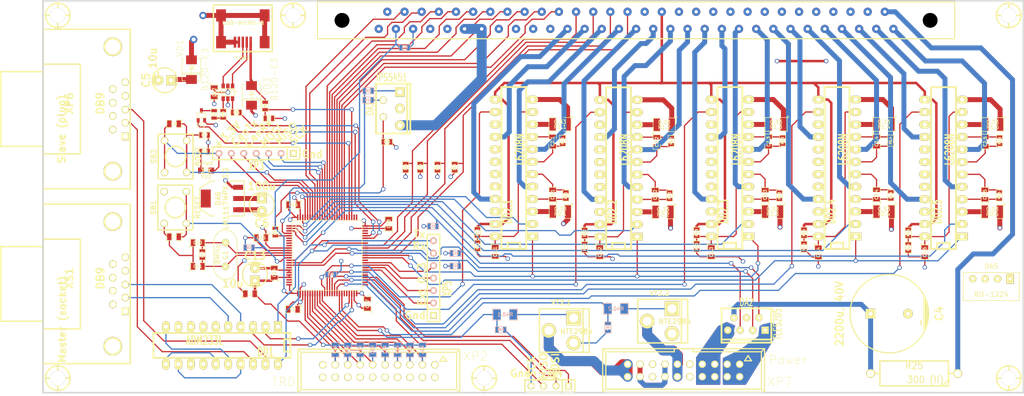
<source format=kicad_pcb>
(kicad_pcb (version 3) (host pcbnew "(2013-feb-26)-stable")
  (layers (15 F.Cu signal) (2 ground.Cu power) (1 power.Cu mixed) (0 B.Cu signal) (18 B.Paste user) (19 F.Paste user) (20 B.SilkS user) (21 F.SilkS user) (22 B.Mask user) (23 F.Mask user) (28 Edge.Cuts user))
  (net 0 "")
  (net 1 +3.3V)
  (net 2 +5V)
  (net 3 /EP0)
  (net 4 /EP1)
  (net 5 /EP2)
  (net 6 /EP3)
  (net 7 "/Filters slit #1/+10V")
  (net 8 "/Filters slit #1/+24V")
  (net 9 "/Filters slit #1/A")
  (net 10 "/Filters slit #1/A*")
  (net 11 "/Filters slit #1/B")
  (net 12 "/Filters slit #1/B*")
  (net 13 "/Filters slit #1/SM_CLK")
  (net 14 "/Filters slit #1/SM_DIR")
  (net 15 "/Filters slit #1/SM_EN")
  (net 16 "/Filters slit #2/A")
  (net 17 "/Filters slit #2/A*")
  (net 18 "/Filters slit #2/B")
  (net 19 "/Filters slit #2/B*")
  (net 20 "/Filters slit #2/SM_DIR")
  (net 21 "/Filters slit #2/SM_EN")
  (net 22 /Hall0)
  (net 23 /Hall1)
  (net 24 /Hall2)
  (net 25 /Hall3)
  (net 26 /Hall4)
  (net 27 /Hall5)
  (net 28 /Hall6)
  (net 29 /Hall7)
  (net 30 /Hall8)
  (net 31 /Hall9)
  (net 32 "/Long stage/A")
  (net 33 "/Long stage/A*")
  (net 34 "/Long stage/B")
  (net 35 "/Long stage/B*")
  (net 36 "/Long stage/SM_CLK")
  (net 37 "/Long stage/SM_DIR")
  (net 38 "/Long stage/SM_EN")
  (net 39 /POW3)
  (net 40 /POW_LOAD)
  (net 41 "/Power MOSFET module 1/GND_OUT")
  (net 42 "/Power MOSFET module 1/ON")
  (net 43 "/Power MOSFET module 2/GND_OUT")
  (net 44 "/Power MOSFET module 2/ON")
  (net 45 "/STM32F103 module/1-WIRE")
  (net 46 "/STM32F103 module/BOOT")
  (net 47 "/STM32F103 module/DG_FEEDBACK")
  (net 48 "/STM32F103 module/EXT0")
  (net 49 "/STM32F103 module/EXT1")
  (net 50 "/STM32F103 module/EXT2")
  (net 51 "/STM32F103 module/EXT3")
  (net 52 "/STM32F103 module/I2C_SCL/CANRX")
  (net 53 "/STM32F103 module/I2C_SDA/CANTX")
  (net 54 "/STM32F103 module/POW3_FEEDBACK")
  (net 55 "/STM32F103 module/RS-232 level converter/UART_RX")
  (net 56 "/STM32F103 module/RS-232 level converter/UART_RX1")
  (net 57 "/STM32F103 module/RS-232 level converter/UART_TX")
  (net 58 "/STM32F103 module/RS-232 level converter/UART_TX1")
  (net 59 "/STM32F103 module/RST")
  (net 60 "/STM32F103 module/SPI1_MISO")
  (net 61 "/STM32F103 module/SPI1_MOSI")
  (net 62 "/STM32F103 module/SPI1_SCK")
  (net 63 "/STM32F103 module/SPI2_MISO")
  (net 64 "/STM32F103 module/SPI2_MOSI")
  (net 65 "/STM32F103 module/SPI2_SCK")
  (net 66 "/STM32F103 module/USB input circuit/USB_DISC")
  (net 67 "/STM32F103 module/USB input circuit/USB_DM")
  (net 68 "/STM32F103 module/USB input circuit/USB_DP")
  (net 69 "/STM32F103 module/USB input circuit/USB_POWER")
  (net 70 "/STM32F103 module/VDDA")
  (net 71 "/Short stage/A")
  (net 72 "/Short stage/A*")
  (net 73 "/Short stage/B")
  (net 74 "/Short stage/B*")
  (net 75 "/Short stage/SM_DIR")
  (net 76 "/Short stage/SM_EN")
  (net 77 "/Shutter MOSFET/+36V")
  (net 78 "/Shutter MOSFET/EF")
  (net 79 "/Shutter MOSFET/IN1")
  (net 80 "/Shutter MOSFET/IN2")
  (net 81 "/Shutter MOSFET/OUT1")
  (net 82 "/Shutter MOSFET/OUT2")
  (net 83 /T1_0)
  (net 84 /T1_1)
  (net 85 /T1_2)
  (net 86 /T1_3)
  (net 87 /T1_4)
  (net 88 /T1_5)
  (net 89 /T1_6)
  (net 90 /T1_7)
  (net 91 "/Turret slits/A")
  (net 92 "/Turret slits/A*")
  (net 93 "/Turret slits/B")
  (net 94 "/Turret slits/B*")
  (net 95 "/Turret slits/SM_DIR")
  (net 96 "/Turret slits/SM_EN")
  (net 97 GND)
  (net 98 N-00000107)
  (net 99 N-00000109)
  (net 100 N-00000110)
  (net 101 N-00000126)
  (net 102 N-00000127)
  (net 103 N-00000128)
  (net 104 N-00000129)
  (net 105 N-00000130)
  (net 106 N-00000131)
  (net 107 N-00000133)
  (net 108 N-00000134)
  (net 109 N-00000135)
  (net 110 N-00000137)
  (net 111 N-00000138)
  (net 112 N-00000139)
  (net 113 N-00000140)
  (net 114 N-00000142)
  (net 115 N-00000143)
  (net 116 N-00000144)
  (net 117 N-00000145)
  (net 118 N-00000146)
  (net 119 N-00000147)
  (net 120 N-00000149)
  (net 121 N-00000150)
  (net 122 N-00000151)
  (net 123 N-00000152)
  (net 124 N-00000153)
  (net 125 N-00000154)
  (net 126 N-00000158)
  (net 127 N-00000159)
  (net 128 N-00000160)
  (net 129 N-00000161)
  (net 130 N-00000173)
  (net 131 N-00000175)
  (net 132 N-00000176)
  (net 133 N-00000177)
  (net 134 N-00000178)
  (net 135 N-00000179)
  (net 136 N-00000180)
  (net 137 N-0000037)
  (net 138 N-0000073)
  (net 139 N-0000074)
  (net 140 N-0000075)
  (net 141 N-0000076)
  (net 142 N-0000077)
  (net 143 N-0000085)
  (net 144 N-000009)
  (module LQFP100_STM32 (layer F.Cu) (at 103 116.5)
    (fp_text reference DD3)
    (fp_text value STM32F103 hide)
    (pad 1 smd rect (at -7.747 -5.99948) (size 1.20142 0.29972) (layers F.Cu F.Paste F.Mask) (net 20 "/Filters slit #2/SM_DIR"))
    (pad 2 smd rect (at -7.747 -5.4991) (size 1.20142 0.29972) (layers F.Cu F.Paste F.Mask) (net 37 "/Long stage/SM_DIR"))
    (pad 3 smd rect (at -7.747 -4.99872) (size 1.20142 0.29972) (layers F.Cu F.Paste F.Mask) (net 75 "/Short stage/SM_DIR"))
    (pad 4 smd rect (at -7.747 -4.49834) (size 1.20142 0.29972) (layers F.Cu F.Paste F.Mask) (net 39 /POW3))
    (pad 5 smd rect (at -7.747 -3.99796) (size 1.20142 0.29972) (layers F.Cu F.Paste F.Mask) (net 47 "/STM32F103 module/DG_FEEDBACK"))
    (pad 6 smd rect (at -7.747 -3.49758) (size 1.20142 0.30226) (layers F.Cu F.Paste F.Mask))
    (pad 7 smd rect (at -7.747 -2.99974) (size 1.20142 0.29972) (layers F.Cu F.Paste F.Mask))
    (pad 8 smd rect (at -7.747 -2.49936) (size 1.20142 0.29972) (layers F.Cu F.Paste F.Mask))
    (pad 9 smd rect (at -7.747 -1.99898) (size 1.20142 0.29972) (layers F.Cu F.Paste F.Mask))
    (pad 10 smd rect (at -7.747 -1.4986) (size 1.20142 0.29972) (layers F.Cu F.Paste F.Mask) (net 97 GND))
    (pad 11 smd rect (at -7.747 -0.99822) (size 1.20142 0.29972) (layers F.Cu F.Paste F.Mask) (net 1 +3.3V))
    (pad 12 smd rect (at -7.747 -0.49784) (size 1.20142 0.29972) (layers F.Cu F.Paste F.Mask) (net 99 N-00000109))
    (pad 13 smd rect (at -7.747 0) (size 1.20142 0.29972) (layers F.Cu F.Paste F.Mask) (net 100 N-00000110))
    (pad 14 smd rect (at -7.747 0.49784) (size 1.20142 0.29972) (layers F.Cu F.Paste F.Mask) (net 59 "/STM32F103 module/RST"))
    (pad 15 smd rect (at -7.747 0.99822) (size 1.20142 0.29972) (layers F.Cu F.Paste F.Mask) (net 80 "/Shutter MOSFET/IN2"))
    (pad 16 smd rect (at -7.747 1.4986) (size 1.20142 0.29972) (layers F.Cu F.Paste F.Mask) (net 78 "/Shutter MOSFET/EF"))
    (pad 17 smd rect (at -7.747 1.99898) (size 1.20142 0.29972) (layers F.Cu F.Paste F.Mask) (net 79 "/Shutter MOSFET/IN1"))
    (pad 18 smd rect (at -7.747 2.49936) (size 1.20142 0.29972) (layers F.Cu F.Paste F.Mask))
    (pad 19 smd rect (at -7.747 2.99974) (size 1.20142 0.29972) (layers F.Cu F.Paste F.Mask) (net 97 GND))
    (pad 20 smd rect (at -7.747 3.49758) (size 1.20142 0.30226) (layers F.Cu F.Paste F.Mask) (net 97 GND))
    (pad 21 smd rect (at -7.747 3.99796) (size 1.20142 0.29972) (layers F.Cu F.Paste F.Mask) (net 70 "/STM32F103 module/VDDA"))
    (pad 22 smd rect (at -7.747 4.49834) (size 1.20142 0.29972) (layers F.Cu F.Paste F.Mask) (net 70 "/STM32F103 module/VDDA"))
    (pad 23 smd rect (at -7.747 4.99872) (size 1.20142 0.29972) (layers F.Cu F.Paste F.Mask))
    (pad 24 smd rect (at -7.747 5.4991) (size 1.20142 0.29972) (layers F.Cu F.Paste F.Mask))
    (pad 25 smd rect (at -7.747 5.99948) (size 1.20142 0.29972) (layers F.Cu F.Paste F.Mask) (net 45 "/STM32F103 module/1-WIRE"))
    (pad 26 smd rect (at -5.99948 7.747) (size 0.29972 1.20142) (layers F.Cu F.Paste F.Mask) (net 45 "/STM32F103 module/1-WIRE"))
    (pad 27 smd rect (at -5.4991 7.747) (size 0.29972 1.20142) (layers F.Cu F.Paste F.Mask) (net 97 GND))
    (pad 28 smd rect (at -4.99872 7.747) (size 0.29972 1.20142) (layers F.Cu F.Paste F.Mask) (net 1 +3.3V))
    (pad 29 smd rect (at -4.49834 7.747) (size 0.29972 1.20142) (layers F.Cu F.Paste F.Mask) (net 90 /T1_7))
    (pad 30 smd rect (at -3.99796 7.747) (size 0.29972 1.20142) (layers F.Cu F.Paste F.Mask) (net 89 /T1_6))
    (pad 31 smd rect (at -3.49758 7.747) (size 0.30226 1.20142) (layers F.Cu F.Paste F.Mask) (net 88 /T1_5))
    (pad 32 smd rect (at -2.99974 7.747) (size 0.29972 1.20142) (layers F.Cu F.Paste F.Mask) (net 87 /T1_4))
    (pad 33 smd rect (at -2.49936 7.747) (size 0.29972 1.20142) (layers F.Cu F.Paste F.Mask) (net 86 /T1_3))
    (pad 34 smd rect (at -1.99898 7.747) (size 0.29972 1.20142) (layers F.Cu F.Paste F.Mask) (net 85 /T1_2))
    (pad 35 smd rect (at -1.4986 7.747) (size 0.29972 1.20142) (layers F.Cu F.Paste F.Mask) (net 84 /T1_1))
    (pad 36 smd rect (at -0.99822 7.747) (size 0.29972 1.20142) (layers F.Cu F.Paste F.Mask) (net 83 /T1_0))
    (pad 37 smd rect (at -0.49784 7.747) (size 0.29972 1.20142) (layers F.Cu F.Paste F.Mask) (net 143 N-0000085))
    (pad 38 smd rect (at 0 7.747) (size 0.29972 1.20142) (layers F.Cu F.Paste F.Mask) (net 96 "/Turret slits/SM_EN"))
    (pad 39 smd rect (at 0.49784 7.747) (size 0.29972 1.20142) (layers F.Cu F.Paste F.Mask) (net 15 "/Filters slit #1/SM_EN"))
    (pad 40 smd rect (at 0.99822 7.747) (size 0.29972 1.20142) (layers F.Cu F.Paste F.Mask) (net 21 "/Filters slit #2/SM_EN"))
    (pad 41 smd rect (at 1.4986 7.747) (size 0.29972 1.20142) (layers F.Cu F.Paste F.Mask) (net 38 "/Long stage/SM_EN"))
    (pad 42 smd rect (at 1.99898 7.747) (size 0.29972 1.20142) (layers F.Cu F.Paste F.Mask) (net 76 "/Short stage/SM_EN"))
    (pad 43 smd rect (at 2.49936 7.747) (size 0.29972 1.20142) (layers F.Cu F.Paste F.Mask) (net 44 "/Power MOSFET module 2/ON"))
    (pad 44 smd rect (at 2.99974 7.747) (size 0.29972 1.20142) (layers F.Cu F.Paste F.Mask) (net 42 "/Power MOSFET module 1/ON"))
    (pad 45 smd rect (at 3.49758 7.747) (size 0.30226 1.20142) (layers F.Cu F.Paste F.Mask))
    (pad 46 smd rect (at 3.99796 7.747) (size 0.29972 1.20142) (layers F.Cu F.Paste F.Mask))
    (pad 47 smd rect (at 4.49834 7.747) (size 0.29972 1.20142) (layers F.Cu F.Paste F.Mask) (net 57 "/STM32F103 module/RS-232 level converter/UART_TX"))
    (pad 48 smd rect (at 4.99872 7.747) (size 0.29972 1.20142) (layers F.Cu F.Paste F.Mask) (net 55 "/STM32F103 module/RS-232 level converter/UART_RX"))
    (pad 49 smd rect (at 5.4991 7.747) (size 0.29972 1.20142) (layers F.Cu F.Paste F.Mask) (net 97 GND))
    (pad 50 smd rect (at 5.99948 7.747) (size 0.29972 1.20142) (layers F.Cu F.Paste F.Mask) (net 1 +3.3V))
    (pad 51 smd rect (at 7.747 5.99948) (size 1.20142 0.29972) (layers F.Cu F.Paste F.Mask))
    (pad 52 smd rect (at 7.747 5.4991) (size 1.20142 0.29972) (layers F.Cu F.Paste F.Mask) (net 65 "/STM32F103 module/SPI2_SCK"))
    (pad 53 smd rect (at 7.747 4.99872) (size 1.20142 0.29972) (layers F.Cu F.Paste F.Mask) (net 63 "/STM32F103 module/SPI2_MISO"))
    (pad 54 smd rect (at 7.747 4.49834) (size 1.20142 0.29972) (layers F.Cu F.Paste F.Mask) (net 64 "/STM32F103 module/SPI2_MOSI"))
    (pad 55 smd rect (at 7.747 3.99796) (size 1.20142 0.29972) (layers F.Cu F.Paste F.Mask))
    (pad 56 smd rect (at 7.747 3.49758) (size 1.20142 0.30226) (layers F.Cu F.Paste F.Mask))
    (pad 57 smd rect (at 7.747 2.99974) (size 1.20142 0.29972) (layers F.Cu F.Paste F.Mask) (net 48 "/STM32F103 module/EXT0"))
    (pad 58 smd rect (at 7.747 2.49936) (size 1.20142 0.29972) (layers F.Cu F.Paste F.Mask) (net 49 "/STM32F103 module/EXT1"))
    (pad 59 smd rect (at 7.747 1.99898) (size 1.20142 0.29972) (layers F.Cu F.Paste F.Mask) (net 50 "/STM32F103 module/EXT2"))
    (pad 60 smd rect (at 7.747 1.4986) (size 1.20142 0.29972) (layers F.Cu F.Paste F.Mask) (net 51 "/STM32F103 module/EXT3"))
    (pad 61 smd rect (at 7.747 0.99822) (size 1.20142 0.29972) (layers F.Cu F.Paste F.Mask))
    (pad 62 smd rect (at 7.747 0.49784) (size 1.20142 0.29972) (layers F.Cu F.Paste F.Mask) (net 36 "/Long stage/SM_CLK"))
    (pad 63 smd rect (at 7.747 0) (size 1.20142 0.29972) (layers F.Cu F.Paste F.Mask) (net 13 "/Filters slit #1/SM_CLK"))
    (pad 64 smd rect (at 7.747 -0.49784) (size 1.20142 0.29972) (layers F.Cu F.Paste F.Mask) (net 3 /EP0))
    (pad 65 smd rect (at 7.747 -0.99822) (size 1.20142 0.29972) (layers F.Cu F.Paste F.Mask) (net 4 /EP1))
    (pad 66 smd rect (at 7.747 -1.4986) (size 1.20142 0.29972) (layers F.Cu F.Paste F.Mask) (net 5 /EP2))
    (pad 67 smd rect (at 7.747 -1.99898) (size 1.20142 0.29972) (layers F.Cu F.Paste F.Mask) (net 6 /EP3))
    (pad 68 smd rect (at 7.747 -2.49936) (size 1.20142 0.29972) (layers F.Cu F.Paste F.Mask) (net 58 "/STM32F103 module/RS-232 level converter/UART_TX1"))
    (pad 69 smd rect (at 7.747 -2.99974) (size 1.20142 0.29972) (layers F.Cu F.Paste F.Mask) (net 56 "/STM32F103 module/RS-232 level converter/UART_RX1"))
    (pad 70 smd rect (at 7.747 -3.49758) (size 1.20142 0.30226) (layers F.Cu F.Paste F.Mask) (net 67 "/STM32F103 module/USB input circuit/USB_DM"))
    (pad 71 smd rect (at 7.747 -3.99796) (size 1.20142 0.29972) (layers F.Cu F.Paste F.Mask) (net 68 "/STM32F103 module/USB input circuit/USB_DP"))
    (pad 72 smd rect (at 7.747 -4.49834) (size 1.20142 0.29972) (layers F.Cu F.Paste F.Mask))
    (pad 73 smd rect (at 7.747 -4.99872) (size 1.20142 0.29972) (layers F.Cu F.Paste F.Mask))
    (pad 74 smd rect (at 7.747 -5.4991) (size 1.20142 0.29972) (layers F.Cu F.Paste F.Mask) (net 97 GND))
    (pad 75 smd rect (at 7.747 -5.99948) (size 1.20142 0.29972) (layers F.Cu F.Paste F.Mask) (net 1 +3.3V))
    (pad 76 smd rect (at 5.99948 -7.747) (size 0.29972 1.20142) (layers F.Cu F.Paste F.Mask))
    (pad 77 smd rect (at 5.4991 -7.747) (size 0.29972 1.20142) (layers F.Cu F.Paste F.Mask))
    (pad 78 smd rect (at 4.99872 -7.747) (size 0.29972 1.20142) (layers F.Cu F.Paste F.Mask) (net 69 "/STM32F103 module/USB input circuit/USB_POWER"))
    (pad 79 smd rect (at 4.49834 -7.747) (size 0.29972 1.20142) (layers F.Cu F.Paste F.Mask) (net 66 "/STM32F103 module/USB input circuit/USB_DISC"))
    (pad 80 smd rect (at 3.99796 -7.747) (size 0.29972 1.20142) (layers F.Cu F.Paste F.Mask))
    (pad 81 smd rect (at 3.49758 -7.747) (size 0.30226 1.20142) (layers F.Cu F.Paste F.Mask) (net 22 /Hall0))
    (pad 82 smd rect (at 2.99974 -7.747) (size 0.29972 1.20142) (layers F.Cu F.Paste F.Mask) (net 23 /Hall1))
    (pad 83 smd rect (at 2.49936 -7.747) (size 0.29972 1.20142) (layers F.Cu F.Paste F.Mask) (net 24 /Hall2))
    (pad 84 smd rect (at 1.99898 -7.747) (size 0.29972 1.20142) (layers F.Cu F.Paste F.Mask) (net 25 /Hall3))
    (pad 85 smd rect (at 1.4986 -7.747) (size 0.29972 1.20142) (layers F.Cu F.Paste F.Mask) (net 26 /Hall4))
    (pad 86 smd rect (at 0.99822 -7.747) (size 0.29972 1.20142) (layers F.Cu F.Paste F.Mask) (net 27 /Hall5))
    (pad 87 smd rect (at 0.49784 -7.747) (size 0.29972 1.20142) (layers F.Cu F.Paste F.Mask) (net 28 /Hall6))
    (pad 88 smd rect (at 0 -7.747) (size 0.29972 1.20142) (layers F.Cu F.Paste F.Mask) (net 29 /Hall7))
    (pad 89 smd rect (at -0.49784 -7.747) (size 0.29972 1.20142) (layers F.Cu F.Paste F.Mask) (net 62 "/STM32F103 module/SPI1_SCK"))
    (pad 90 smd rect (at -0.99822 -7.747) (size 0.29972 1.20142) (layers F.Cu F.Paste F.Mask) (net 60 "/STM32F103 module/SPI1_MISO"))
    (pad 91 smd rect (at -1.4986 -7.747) (size 0.29972 1.20142) (layers F.Cu F.Paste F.Mask) (net 61 "/STM32F103 module/SPI1_MOSI"))
    (pad 92 smd rect (at -1.99898 -7.747) (size 0.29972 1.20142) (layers F.Cu F.Paste F.Mask) (net 30 /Hall8))
    (pad 93 smd rect (at -2.49936 -7.747) (size 0.29972 1.20142) (layers F.Cu F.Paste F.Mask) (net 31 /Hall9))
    (pad 94 smd rect (at -2.99974 -7.747) (size 0.29972 1.20142) (layers F.Cu F.Paste F.Mask) (net 46 "/STM32F103 module/BOOT"))
    (pad 95 smd rect (at -3.49758 -7.747) (size 0.30226 1.20142) (layers F.Cu F.Paste F.Mask) (net 52 "/STM32F103 module/I2C_SCL/CANRX"))
    (pad 96 smd rect (at -3.99796 -7.747) (size 0.29972 1.20142) (layers F.Cu F.Paste F.Mask) (net 53 "/STM32F103 module/I2C_SDA/CANTX"))
    (pad 97 smd rect (at -4.49834 -7.747) (size 0.29972 1.20142) (layers F.Cu F.Paste F.Mask) (net 95 "/Turret slits/SM_DIR"))
    (pad 98 smd rect (at -4.99872 -7.747) (size 0.29972 1.20142) (layers F.Cu F.Paste F.Mask) (net 14 "/Filters slit #1/SM_DIR"))
    (pad 99 smd rect (at -5.4991 -7.747) (size 0.29972 1.20142) (layers F.Cu F.Paste F.Mask) (net 97 GND))
    (pad 100 smd rect (at -5.99948 -7.747) (size 0.29972 1.20142) (layers F.Cu F.Paste F.Mask) (net 1 +3.3V))
  )
  (module TO220-7-12 (layer F.Cu) (at 188.5315 130.4925 270)
    (fp_text reference DA2 (at -4.445 0 360) (layer F.SilkS) (effects (font (size 1.524 1.016) (thickness 0.2032))))
    (fp_text value TLE5205 (at 0 -6.35 270) (layer F.SilkS) (effects (font (size 1.524 1.016) (thickness 0.2032))))
    (pad 7 thru_hole circle (at 1.27 3.81 270) (size 1.5 1.5) (drill 0.6) (layers *.Cu *.Mask F.SilkS) (net 82 "/Shutter MOSFET/OUT2"))
    (pad 1 thru_hole rect (at 1.27 -3.81 270) (size 1.5 1.5) (drill 0.6) (layers *.Cu *.Mask F.SilkS) (net 81 "/Shutter MOSFET/OUT1"))
    (pad 5 thru_hole circle (at 1.27 1.27 270) (size 1.5 1.5) (drill 0.6) (layers *.Cu *.Mask F.SilkS) (net 80 "/Shutter MOSFET/IN2"))
    (pad 6 thru_hole circle (at -1.27 2.54 270) (size 1.5 1.5) (drill 0.6) (layers *.Cu *.Mask F.SilkS) (net 123 N-00000152))
    (pad 2 thru_hole circle (at -1.27 -2.54 270) (size 1.5 1.5) (drill 0.6) (layers *.Cu *.Mask F.SilkS) (net 78 "/Shutter MOSFET/EF"))
    (pad 3 thru_hole circle (at 1.27 -1.27 270) (size 1.5 1.5) (drill 0.6) (layers *.Cu *.Mask F.SilkS) (net 79 "/Shutter MOSFET/IN1"))
    (pad 4 thru_hole circle (at -1.27 0 270) (size 1.5 1.5) (drill 0.6) (layers *.Cu *.Mask F.SilkS) (net 97 GND))
  )
  (module SOT323 (layer F.Cu) (at 77.3349 87.9217 180)
    (fp_text reference VT1 (at 0.127 -2.032 180) (layer F.SilkS) (effects (font (size 0.762 0.762) (thickness 0.09906))))
    (fp_text value DTA114Y hide)
    (pad 2 smd rect (at -0.65024 -0.94996 180) (size 0.59944 1.00076) (layers F.Cu F.Paste F.Mask) (net 2 +5V))
    (pad 1 smd rect (at 0.65024 -0.94996 180) (size 0.59944 1.00076) (layers F.Cu F.Paste F.Mask) (net 66 "/STM32F103 module/USB input circuit/USB_DISC"))
    (pad 3 smd rect (at 0 0.94996 180) (size 0.59944 1.00076) (layers F.Cu F.Paste F.Mask) (net 135 N-00000179))
  )
  (module SOT23_6 (layer F.Cu) (at 82.7324 83.2227 180)
    (fp_text reference DA4 (at 1.99898 0 270) (layer F.SilkS) (effects (font (size 0.762 0.762) (thickness 0.0762))))
    (fp_text value USBLC6-2 (at 0.0635 0 180) (layer F.SilkS) (effects (font (size 0.50038 0.50038) (thickness 0.0762))))
    (pad 6 smd rect (at -0.9525 -1.27 180) (size 0.70104 1.00076) (layers F.Cu F.Paste F.Mask) (net 134 N-00000178))
    (pad 5 smd rect (at 0 -1.27 180) (size 0.70104 1.00076) (layers F.Cu F.Paste F.Mask) (net 2 +5V))
    (pad 4 smd rect (at 0.9525 -1.27 180) (size 0.70104 1.00076) (layers F.Cu F.Paste F.Mask) (net 136 N-00000180))
    (pad 3 smd rect (at 0.9525 1.27 180) (size 0.70104 1.00076) (layers F.Cu F.Paste F.Mask) (net 131 N-00000175))
    (pad 2 smd rect (at 0 1.27 180) (size 0.70104 1.00076) (layers F.Cu F.Paste F.Mask) (net 97 GND))
    (pad 1 smd rect (at -0.9525 1.27 180) (size 0.70104 1.00076) (layers F.Cu F.Paste F.Mask) (net 132 N-00000176))
  )
  (module SM1210 (layer F.Cu) (at 238.703 107.5875 180)
    (fp_text reference R2.5 (at 0 -0.508 180) (layer F.SilkS) (effects (font (size 0.762 0.762) (thickness 0.127))))
    (fp_text value 0.33 (at 0 0.508 180) (layer F.SilkS) (effects (font (size 0.762 0.762) (thickness 0.127))))
    (pad 1 smd rect (at -1.524 0 180) (size 1.27 2.54) (layers F.Cu F.Paste F.Mask) (net 97 GND))
    (pad 2 smd rect (at 1.524 0 180) (size 1.27 2.54) (layers F.Cu F.Paste F.Mask) (net 116 N-00000144))
  )
  (module SM1210 (layer F.Cu) (at 193.8655 107.569 180)
    (fp_text reference R2.3 (at 0 -0.508 180) (layer F.SilkS) (effects (font (size 0.762 0.762) (thickness 0.127))))
    (fp_text value 0.33 (at 0 0.508 180) (layer F.SilkS) (effects (font (size 0.762 0.762) (thickness 0.127))))
    (pad 1 smd rect (at -1.524 0 180) (size 1.27 2.54) (layers F.Cu F.Paste F.Mask) (net 97 GND))
    (pad 2 smd rect (at 1.524 0 180) (size 1.27 2.54) (layers F.Cu F.Paste F.Mask) (net 140 N-0000075))
  )
  (module SM1210 (layer F.Cu) (at 216.5985 107.569 180)
    (fp_text reference R2.4 (at 0 -0.508 180) (layer F.SilkS) (effects (font (size 0.762 0.762) (thickness 0.127))))
    (fp_text value 0.33 (at 0 0.508 180) (layer F.SilkS) (effects (font (size 0.762 0.762) (thickness 0.127))))
    (pad 1 smd rect (at -1.524 0 180) (size 1.27 2.54) (layers F.Cu F.Paste F.Mask) (net 97 GND))
    (pad 2 smd rect (at 1.524 0 180) (size 1.27 2.54) (layers F.Cu F.Paste F.Mask) (net 119 N-00000147))
  )
  (module SM1210 (layer F.Cu) (at 216.5985 89.789 180)
    (fp_text reference R1.4 (at 0 -0.508 180) (layer F.SilkS) (effects (font (size 0.762 0.762) (thickness 0.127))))
    (fp_text value 0.33 (at 0 0.508 180) (layer F.SilkS) (effects (font (size 0.762 0.762) (thickness 0.127))))
    (pad 1 smd rect (at -1.524 0 180) (size 1.27 2.54) (layers F.Cu F.Paste F.Mask) (net 97 GND))
    (pad 2 smd rect (at 1.524 0 180) (size 1.27 2.54) (layers F.Cu F.Paste F.Mask) (net 118 N-00000146))
  )
  (module SM1210 (layer F.Cu) (at 171.5135 107.6325 180)
    (fp_text reference R2.2 (at 0 -0.508 180) (layer F.SilkS) (effects (font (size 0.762 0.762) (thickness 0.127))))
    (fp_text value 0.33 (at 0 0.508 180) (layer F.SilkS) (effects (font (size 0.762 0.762) (thickness 0.127))))
    (pad 1 smd rect (at -1.524 0 180) (size 1.27 2.54) (layers F.Cu F.Paste F.Mask) (net 97 GND))
    (pad 2 smd rect (at 1.524 0 180) (size 1.27 2.54) (layers F.Cu F.Paste F.Mask) (net 104 N-00000129))
  )
  (module SM1210 (layer F.Cu) (at 171.7675 89.8525 180)
    (fp_text reference R1.2 (at 0 -0.508 180) (layer F.SilkS) (effects (font (size 0.762 0.762) (thickness 0.127))))
    (fp_text value 0.33 (at 0 0.508 180) (layer F.SilkS) (effects (font (size 0.762 0.762) (thickness 0.127))))
    (pad 1 smd rect (at -1.524 0 180) (size 1.27 2.54) (layers F.Cu F.Paste F.Mask) (net 97 GND))
    (pad 2 smd rect (at 1.524 0 180) (size 1.27 2.54) (layers F.Cu F.Paste F.Mask) (net 105 N-00000130))
  )
  (module SM1210 (layer F.Cu) (at 194.564 89.789 180)
    (fp_text reference R1.3 (at 0 -0.508 180) (layer F.SilkS) (effects (font (size 0.762 0.762) (thickness 0.127))))
    (fp_text value 0.33 (at 0 0.508 180) (layer F.SilkS) (effects (font (size 0.762 0.762) (thickness 0.127))))
    (pad 1 smd rect (at -1.524 0 180) (size 1.27 2.54) (layers F.Cu F.Paste F.Mask) (net 97 GND))
    (pad 2 smd rect (at 1.524 0 180) (size 1.27 2.54) (layers F.Cu F.Paste F.Mask) (net 141 N-0000076))
  )
  (module SM1210 (layer F.Cu) (at 238.7665 89.8075 180)
    (fp_text reference R1.5 (at 0 -0.508 180) (layer F.SilkS) (effects (font (size 0.762 0.762) (thickness 0.127))))
    (fp_text value 0.33 (at 0 0.508 180) (layer F.SilkS) (effects (font (size 0.762 0.762) (thickness 0.127))))
    (pad 1 smd rect (at -1.524 0 180) (size 1.27 2.54) (layers F.Cu F.Paste F.Mask) (net 97 GND))
    (pad 2 smd rect (at 1.524 0 180) (size 1.27 2.54) (layers F.Cu F.Paste F.Mask) (net 112 N-00000139))
  )
  (module SM1210 (layer F.Cu) (at 150.5709 107.5456 180)
    (fp_text reference R2.1 (at 0 -0.508 180) (layer F.SilkS) (effects (font (size 0.762 0.762) (thickness 0.127))))
    (fp_text value 0.33 (at 0 0.508 180) (layer F.SilkS) (effects (font (size 0.762 0.762) (thickness 0.127))))
    (pad 1 smd rect (at -1.524 0 180) (size 1.27 2.54) (layers F.Cu F.Paste F.Mask) (net 97 GND))
    (pad 2 smd rect (at 1.524 0 180) (size 1.27 2.54) (layers F.Cu F.Paste F.Mask) (net 107 N-00000133))
  )
  (module SM1210 (layer F.Cu) (at 150.5201 89.7656 180)
    (fp_text reference R1.1 (at 0 -0.508 180) (layer F.SilkS) (effects (font (size 0.762 0.762) (thickness 0.127))))
    (fp_text value 0.33 (at 0 0.508 180) (layer F.SilkS) (effects (font (size 0.762 0.762) (thickness 0.127))))
    (pad 1 smd rect (at -1.524 0 180) (size 1.27 2.54) (layers F.Cu F.Paste F.Mask) (net 97 GND))
    (pad 2 smd rect (at 1.524 0 180) (size 1.27 2.54) (layers F.Cu F.Paste F.Mask) (net 109 N-00000135))
  )
  (module SM0805 (layer F.Cu) (at 71.755 112.7125 180)
    (fp_text reference C7 (at 0 0 180) (layer F.SilkS) (effects (font (size 0.635 0.635) (thickness 0.127))))
    (fp_text value 100n hide)
    (pad 1 smd rect (at -0.9525 0 180) (size 0.889 1.397) (layers F.Cu F.Paste F.Mask) (net 59 "/STM32F103 module/RST"))
    (pad 2 smd rect (at 0.9525 0 180) (size 0.889 1.397) (layers F.Cu F.Paste F.Mask) (net 97 GND))
  )
  (module SM0805 (layer F.Cu) (at 76.589 118.745)
    (fp_text reference C11 (at 0 0) (layer F.SilkS) (effects (font (size 0.635 0.635) (thickness 0.127))))
    (fp_text value 27p hide)
    (pad 1 smd rect (at -0.9525 0) (size 0.889 1.397) (layers F.Cu F.Paste F.Mask) (net 97 GND))
    (pad 2 smd rect (at 0.9525 0) (size 0.889 1.397) (layers F.Cu F.Paste F.Mask) (net 100 N-00000110))
  )
  (module SM0805 (layer F.Cu) (at 87.249 124.333)
    (fp_text reference L1 (at 0 0) (layer F.SilkS) (effects (font (size 0.635 0.635) (thickness 0.127))))
    (fp_text value BMB2A0300AN1 hide)
    (pad 1 smd rect (at -0.9525 0) (size 0.889 1.397) (layers F.Cu F.Paste F.Mask) (net 1 +3.3V))
    (pad 2 smd rect (at 0.9525 0) (size 0.889 1.397) (layers F.Cu F.Paste F.Mask) (net 70 "/STM32F103 module/VDDA"))
  )
  (module SM0805 (layer F.Cu) (at 92.202 120.0404 90)
    (fp_text reference C14 (at 0 0 90) (layer F.SilkS) (effects (font (size 0.635 0.635) (thickness 0.127))))
    (fp_text value 100n hide)
    (pad 1 smd rect (at -0.9525 0 90) (size 0.889 1.397) (layers F.Cu F.Paste F.Mask) (net 70 "/STM32F103 module/VDDA"))
    (pad 2 smd rect (at 0.9525 0 90) (size 0.889 1.397) (layers F.Cu F.Paste F.Mask) (net 97 GND))
  )
  (module SM0805 (layer F.Cu) (at 215.0745 93.2815 270)
    (fp_text reference C2.4 (at 0 0 270) (layer F.SilkS) (effects (font (size 0.635 0.635) (thickness 0.127))))
    (fp_text value 1n hide)
    (pad 1 smd rect (at -0.9525 0 270) (size 0.889 1.397) (layers F.Cu F.Paste F.Mask) (net 117 N-00000145))
    (pad 2 smd rect (at 0.9525 0 270) (size 0.889 1.397) (layers F.Cu F.Paste F.Mask) (net 97 GND))
  )
  (module SM0805 (layer F.Cu) (at 181.356 115.824 270)
    (fp_text reference C1.3 (at 0 0 270) (layer F.SilkS) (effects (font (size 0.635 0.635) (thickness 0.127))))
    (fp_text value 68n hide)
    (pad 1 smd rect (at -0.9525 0 270) (size 0.889 1.397) (layers F.Cu F.Paste F.Mask) (net 142 N-0000077))
    (pad 2 smd rect (at 0.9525 0 270) (size 0.889 1.397) (layers F.Cu F.Paste F.Mask) (net 97 GND))
  )
  (module SM0805 (layer B.Cu) (at 109.728 135.763 270)
    (fp_text reference R29 (at 0 0 270) (layer B.SilkS) (effects (font (size 0.635 0.635) (thickness 0.127)) (justify mirror)))
    (fp_text value RT0805BRB071KL hide)
    (pad 1 smd rect (at -0.9525 0 270) (size 0.889 1.397) (layers B.Cu B.Paste B.Mask) (net 70 "/STM32F103 module/VDDA"))
    (pad 2 smd rect (at 0.9525 0 270) (size 0.889 1.397) (layers B.Cu B.Paste B.Mask) (net 88 /T1_5))
  )
  (module SM0805 (layer F.Cu) (at 96 127.5 180)
    (fp_text reference C9 (at 0 0 180) (layer F.SilkS) (effects (font (size 0.635 0.635) (thickness 0.127))))
    (fp_text value 100n hide)
    (pad 1 smd rect (at -0.9525 0 180) (size 0.889 1.397) (layers F.Cu F.Paste F.Mask) (net 1 +3.3V))
    (pad 2 smd rect (at 0.9525 0 180) (size 0.889 1.397) (layers F.Cu F.Paste F.Mask) (net 97 GND))
  )
  (module SM0805 (layer F.Cu) (at 76.589 113.919)
    (fp_text reference C10 (at 0 0) (layer F.SilkS) (effects (font (size 0.635 0.635) (thickness 0.127))))
    (fp_text value 27p hide)
    (pad 1 smd rect (at -0.9525 0) (size 0.889 1.397) (layers F.Cu F.Paste F.Mask) (net 97 GND))
    (pad 2 smd rect (at 0.9525 0) (size 0.889 1.397) (layers F.Cu F.Paste F.Mask) (net 99 N-00000109))
  )
  (module SM0805 (layer F.Cu) (at 89.535 112.903 180)
    (fp_text reference C15 (at 0 0 180) (layer F.SilkS) (effects (font (size 0.635 0.635) (thickness 0.127))))
    (fp_text value 100n hide)
    (pad 1 smd rect (at -0.9525 0 180) (size 0.889 1.397) (layers F.Cu F.Paste F.Mask) (net 97 GND))
    (pad 2 smd rect (at 0.9525 0 180) (size 0.889 1.397) (layers F.Cu F.Paste F.Mask) (net 1 +3.3V))
  )
  (module SM0805 (layer F.Cu) (at 79.9384 83.2227 270)
    (fp_text reference C12 (at 0 0 270) (layer F.SilkS) (effects (font (size 0.635 0.635) (thickness 0.127))))
    (fp_text value 100n hide)
    (pad 1 smd rect (at -0.9525 0 270) (size 0.889 1.397) (layers F.Cu F.Paste F.Mask) (net 97 GND))
    (pad 2 smd rect (at 0.9525 0 270) (size 0.889 1.397) (layers F.Cu F.Paste F.Mask) (net 2 +5V))
  )
  (module SM0805 (layer F.Cu) (at 215.0745 104.0765 90)
    (fp_text reference C3.4 (at 0 0 90) (layer F.SilkS) (effects (font (size 0.635 0.635) (thickness 0.127))))
    (fp_text value 1n hide)
    (pad 1 smd rect (at -0.9525 0 90) (size 0.889 1.397) (layers F.Cu F.Paste F.Mask) (net 121 N-00000150))
    (pad 2 smd rect (at 0.9525 0 90) (size 0.889 1.397) (layers F.Cu F.Paste F.Mask) (net 97 GND))
  )
  (module SM0805 (layer F.Cu) (at 71.755 89.662 180)
    (fp_text reference C8 (at 0 0 180) (layer F.SilkS) (effects (font (size 0.635 0.635) (thickness 0.127))))
    (fp_text value 100n hide)
    (pad 1 smd rect (at -0.9525 0 180) (size 0.889 1.397) (layers F.Cu F.Paste F.Mask) (net 46 "/STM32F103 module/BOOT"))
    (pad 2 smd rect (at 0.9525 0 180) (size 0.889 1.397) (layers F.Cu F.Paste F.Mask) (net 1 +3.3V))
  )
  (module SM0805 (layer F.Cu) (at 203.2 115.8875 270)
    (fp_text reference C1.4 (at 0 0 270) (layer F.SilkS) (effects (font (size 0.635 0.635) (thickness 0.127))))
    (fp_text value 68n hide)
    (pad 1 smd rect (at -0.9525 0 270) (size 0.889 1.397) (layers F.Cu F.Paste F.Mask) (net 120 N-00000149))
    (pad 2 smd rect (at 0.9525 0 270) (size 0.889 1.397) (layers F.Cu F.Paste F.Mask) (net 97 GND))
  )
  (module SM0805 (layer F.Cu) (at 192.3415 104.14 90)
    (fp_text reference C3.3 (at 0 0 90) (layer F.SilkS) (effects (font (size 0.635 0.635) (thickness 0.127))))
    (fp_text value 1n hide)
    (pad 1 smd rect (at -0.9525 0 90) (size 0.889 1.397) (layers F.Cu F.Paste F.Mask) (net 138 N-0000073))
    (pad 2 smd rect (at 0.9525 0 90) (size 0.889 1.397) (layers F.Cu F.Paste F.Mask) (net 97 GND))
  )
  (module SM0805 (layer B.Cu) (at 122.428 135.763 270)
    (fp_text reference R34 (at 0 0 270) (layer B.SilkS) (effects (font (size 0.635 0.635) (thickness 0.127)) (justify mirror)))
    (fp_text value RT0805BRB071KL hide)
    (pad 1 smd rect (at -0.9525 0 270) (size 0.889 1.397) (layers B.Cu B.Paste B.Mask) (net 70 "/STM32F103 module/VDDA"))
    (pad 2 smd rect (at 0.9525 0 270) (size 0.889 1.397) (layers B.Cu B.Paste B.Mask) (net 83 /T1_0))
  )
  (module SM0805 (layer B.Cu) (at 119.888 135.763 270)
    (fp_text reference R33 (at 0 0 270) (layer B.SilkS) (effects (font (size 0.635 0.635) (thickness 0.127)) (justify mirror)))
    (fp_text value RT0805BRB071KL hide)
    (pad 1 smd rect (at -0.9525 0 270) (size 0.889 1.397) (layers B.Cu B.Paste B.Mask) (net 70 "/STM32F103 module/VDDA"))
    (pad 2 smd rect (at 0.9525 0 270) (size 0.889 1.397) (layers B.Cu B.Paste B.Mask) (net 84 /T1_1))
  )
  (module SM0805 (layer F.Cu) (at 224.9235 115.8425 270)
    (fp_text reference C1.5 (at 0 0 270) (layer F.SilkS) (effects (font (size 0.635 0.635) (thickness 0.127))))
    (fp_text value 68n hide)
    (pad 1 smd rect (at -0.9525 0 270) (size 0.889 1.397) (layers F.Cu F.Paste F.Mask) (net 113 N-00000140))
    (pad 2 smd rect (at 0.9525 0 270) (size 0.889 1.397) (layers F.Cu F.Paste F.Mask) (net 97 GND))
  )
  (module SM0805 (layer F.Cu) (at 237.2425 93.3 270)
    (fp_text reference C2.5 (at 0 0 270) (layer F.SilkS) (effects (font (size 0.635 0.635) (thickness 0.127))))
    (fp_text value 1n hide)
    (pad 1 smd rect (at -0.9525 0 270) (size 0.889 1.397) (layers F.Cu F.Paste F.Mask) (net 115 N-00000143))
    (pad 2 smd rect (at 0.9525 0 270) (size 0.889 1.397) (layers F.Cu F.Paste F.Mask) (net 97 GND))
  )
  (module SM0805 (layer F.Cu) (at 158.623 115.824 270)
    (fp_text reference C1.2 (at 0 0 270) (layer F.SilkS) (effects (font (size 0.635 0.635) (thickness 0.127))))
    (fp_text value 68n hide)
    (pad 1 smd rect (at -0.9525 0 270) (size 0.889 1.397) (layers F.Cu F.Paste F.Mask) (net 106 N-00000131))
    (pad 2 smd rect (at 0.9525 0 270) (size 0.889 1.397) (layers F.Cu F.Paste F.Mask) (net 97 GND))
  )
  (module SM0805 (layer F.Cu) (at 237.179 104.095 90)
    (fp_text reference C3.5 (at 0 0 90) (layer F.SilkS) (effects (font (size 0.635 0.635) (thickness 0.127))))
    (fp_text value 1n hide)
    (pad 1 smd rect (at -0.9525 0 90) (size 0.889 1.397) (layers F.Cu F.Paste F.Mask) (net 114 N-00000142))
    (pad 2 smd rect (at 0.9525 0 90) (size 0.889 1.397) (layers F.Cu F.Paste F.Mask) (net 97 GND))
  )
  (module SM0805 (layer F.Cu) (at 170.2435 93.345 270)
    (fp_text reference C2.2 (at 0 0 270) (layer F.SilkS) (effects (font (size 0.635 0.635) (thickness 0.127))))
    (fp_text value 1n hide)
    (pad 1 smd rect (at -0.9525 0 270) (size 0.889 1.397) (layers F.Cu F.Paste F.Mask) (net 103 N-00000128))
    (pad 2 smd rect (at 0.9525 0 270) (size 0.889 1.397) (layers F.Cu F.Paste F.Mask) (net 97 GND))
  )
  (module SM0805 (layer B.Cu) (at 117.348 135.763 270)
    (fp_text reference R32 (at 0 0 270) (layer B.SilkS) (effects (font (size 0.635 0.635) (thickness 0.127)) (justify mirror)))
    (fp_text value RT0805BRB071KL hide)
    (pad 1 smd rect (at -0.9525 0 270) (size 0.889 1.397) (layers B.Cu B.Paste B.Mask) (net 70 "/STM32F103 module/VDDA"))
    (pad 2 smd rect (at 0.9525 0 270) (size 0.889 1.397) (layers B.Cu B.Paste B.Mask) (net 85 /T1_2))
  )
  (module SM0805 (layer F.Cu) (at 148.9961 104.0912 90)
    (fp_text reference C3.1 (at 0 0 90) (layer F.SilkS) (effects (font (size 0.635 0.635) (thickness 0.127))))
    (fp_text value 1n hide)
    (pad 1 smd rect (at -0.9525 0 90) (size 0.889 1.397) (layers F.Cu F.Paste F.Mask) (net 111 N-00000138))
    (pad 2 smd rect (at 0.9525 0 90) (size 0.889 1.397) (layers F.Cu F.Paste F.Mask) (net 97 GND))
  )
  (module SM0805 (layer B.Cu) (at 114.808 135.763 270)
    (fp_text reference R31 (at 0 0 270) (layer B.SilkS) (effects (font (size 0.635 0.635) (thickness 0.127)) (justify mirror)))
    (fp_text value RT0805BRB071KL hide)
    (pad 1 smd rect (at -0.9525 0 270) (size 0.889 1.397) (layers B.Cu B.Paste B.Mask) (net 70 "/STM32F103 module/VDDA"))
    (pad 2 smd rect (at 0.9525 0 270) (size 0.889 1.397) (layers B.Cu B.Paste B.Mask) (net 86 /T1_3))
  )
  (module SM0805 (layer F.Cu) (at 169.926 104.14 90)
    (fp_text reference C3.2 (at 0 0 90) (layer F.SilkS) (effects (font (size 0.635 0.635) (thickness 0.127))))
    (fp_text value 1n hide)
    (pad 1 smd rect (at -0.9525 0 90) (size 0.889 1.397) (layers F.Cu F.Paste F.Mask) (net 102 N-00000127))
    (pad 2 smd rect (at 0.9525 0 90) (size 0.889 1.397) (layers F.Cu F.Paste F.Mask) (net 97 GND))
  )
  (module SM0805 (layer F.Cu) (at 148.9961 93.2708 270)
    (fp_text reference C2.1 (at 0 0 270) (layer F.SilkS) (effects (font (size 0.635 0.635) (thickness 0.127))))
    (fp_text value 1n hide)
    (pad 1 smd rect (at -0.9525 0 270) (size 0.889 1.397) (layers F.Cu F.Paste F.Mask) (net 108 N-00000134))
    (pad 2 smd rect (at 0.9525 0 270) (size 0.889 1.397) (layers F.Cu F.Paste F.Mask) (net 97 GND))
  )
  (module SM0805 (layer F.Cu) (at 137.274 115.7625 270)
    (fp_text reference C1.1 (at 0 0 270) (layer F.SilkS) (effects (font (size 0.635 0.635) (thickness 0.127))))
    (fp_text value 68n hide)
    (pad 1 smd rect (at -0.9525 0 270) (size 0.889 1.397) (layers F.Cu F.Paste F.Mask) (net 110 N-00000137))
    (pad 2 smd rect (at 0.9525 0 270) (size 0.889 1.397) (layers F.Cu F.Paste F.Mask) (net 97 GND))
  )
  (module SM0805 (layer B.Cu) (at 112.268 135.763 270)
    (fp_text reference R30 (at 0 0 270) (layer B.SilkS) (effects (font (size 0.635 0.635) (thickness 0.127)) (justify mirror)))
    (fp_text value RT0805BRB071KL hide)
    (pad 1 smd rect (at -0.9525 0 270) (size 0.889 1.397) (layers B.Cu B.Paste B.Mask) (net 70 "/STM32F103 module/VDDA"))
    (pad 2 smd rect (at 0.9525 0 270) (size 0.889 1.397) (layers B.Cu B.Paste B.Mask) (net 87 /T1_4))
  )
  (module SM0805 (layer F.Cu) (at 193.04 93.2815 270)
    (fp_text reference C2.3 (at 0 0 270) (layer F.SilkS) (effects (font (size 0.635 0.635) (thickness 0.127))))
    (fp_text value 1n hide)
    (pad 1 smd rect (at -0.9525 0 270) (size 0.889 1.397) (layers F.Cu F.Paste F.Mask) (net 139 N-0000074))
    (pad 2 smd rect (at 0.9525 0 270) (size 0.889 1.397) (layers F.Cu F.Paste F.Mask) (net 97 GND))
  )
  (module SM0805 (layer F.Cu) (at 111.2012 126.3904 90)
    (fp_text reference C17 (at 0 0 90) (layer F.SilkS) (effects (font (size 0.635 0.635) (thickness 0.127))))
    (fp_text value 100n hide)
    (pad 1 smd rect (at -0.9525 0 90) (size 0.889 1.397) (layers F.Cu F.Paste F.Mask) (net 97 GND))
    (pad 2 smd rect (at 0.9525 0 90) (size 0.889 1.397) (layers F.Cu F.Paste F.Mask) (net 1 +3.3V))
  )
  (module SM0805 (layer F.Cu) (at 115.55 110.05 90)
    (fp_text reference C18 (at 0 0 90) (layer F.SilkS) (effects (font (size 0.635 0.635) (thickness 0.127))))
    (fp_text value 100n hide)
    (pad 1 smd rect (at -0.9525 0 90) (size 0.889 1.397) (layers F.Cu F.Paste F.Mask) (net 97 GND))
    (pad 2 smd rect (at 0.9525 0 90) (size 0.889 1.397) (layers F.Cu F.Paste F.Mask) (net 1 +3.3V))
  )
  (module SM0805 (layer F.Cu) (at 96.0755 106.172 180)
    (fp_text reference C16 (at 0 0 180) (layer F.SilkS) (effects (font (size 0.635 0.635) (thickness 0.127))))
    (fp_text value 100n hide)
    (pad 1 smd rect (at -0.9525 0 180) (size 0.889 1.397) (layers F.Cu F.Paste F.Mask) (net 97 GND))
    (pad 2 smd rect (at 0.9525 0 180) (size 0.889 1.397) (layers F.Cu F.Paste F.Mask) (net 1 +3.3V))
  )
  (module SM0603 (layer B.Cu) (at 124.587 110.5535)
    (fp_text reference R23 (at 0 0) (layer B.SilkS) (effects (font (size 0.508 0.4572) (thickness 0.1143)) (justify mirror)))
    (fp_text value 10k hide)
    (pad 1 smd rect (at -0.762 0) (size 0.635 1.143) (layers B.Cu B.Paste B.Mask) (net 1 +3.3V))
    (pad 2 smd rect (at 0.762 0) (size 0.635 1.143) (layers B.Cu B.Paste B.Mask) (net 80 "/Shutter MOSFET/IN2"))
  )
  (module SM0603 (layer B.Cu) (at 129.159 118.6815)
    (fp_text reference R24 (at 0 0) (layer B.SilkS) (effects (font (size 0.508 0.4572) (thickness 0.1143)) (justify mirror)))
    (fp_text value 10k hide)
    (pad 1 smd rect (at -0.762 0) (size 0.635 1.143) (layers B.Cu B.Paste B.Mask) (net 1 +3.3V))
    (pad 2 smd rect (at 0.762 0) (size 0.635 1.143) (layers B.Cu B.Paste B.Mask) (net 79 "/Shutter MOSFET/IN1"))
  )
  (module SM0603 (layer B.Cu) (at 129.159 116.078)
    (fp_text reference R22 (at 0 0) (layer B.SilkS) (effects (font (size 0.508 0.4572) (thickness 0.1143)) (justify mirror)))
    (fp_text value 10k hide)
    (pad 1 smd rect (at -0.762 0) (size 0.635 1.143) (layers B.Cu B.Paste B.Mask) (net 1 +3.3V))
    (pad 2 smd rect (at 0.762 0) (size 0.635 1.143) (layers B.Cu B.Paste B.Mask) (net 78 "/Shutter MOSFET/EF"))
  )
  (module SM0603 (layer B.Cu) (at 160.274 131.191 270)
    (fp_text reference R37 (at 0 0 270) (layer B.SilkS) (effects (font (size 0.508 0.4572) (thickness 0.1143)) (justify mirror)))
    (fp_text value 10k hide)
    (pad 1 smd rect (at -0.762 0 270) (size 0.635 1.143) (layers B.Cu B.Paste B.Mask) (net 42 "/Power MOSFET module 1/ON"))
    (pad 2 smd rect (at 0.762 0 270) (size 0.635 1.143) (layers B.Cu B.Paste B.Mask) (net 97 GND))
  )
  (module SM0603 (layer F.Cu) (at 115.189 93.345)
    (fp_text reference R20 (at 0 0) (layer F.SilkS) (effects (font (size 0.508 0.4572) (thickness 0.1143))))
    (fp_text value 15k hide)
    (pad 1 smd rect (at -0.762 0) (size 0.635 1.143) (layers F.Cu F.Paste F.Mask) (net 54 "/STM32F103 module/POW3_FEEDBACK"))
    (pad 2 smd rect (at 0.762 0) (size 0.635 1.143) (layers F.Cu F.Paste F.Mask) (net 1 +3.3V))
  )
  (module SM0603 (layer F.Cu) (at 122 98.5 270)
    (fp_text reference R15 (at 0 0 270) (layer F.SilkS) (effects (font (size 0.508 0.4572) (thickness 0.1143))))
    (fp_text value 10k hide)
    (pad 1 smd rect (at -0.762 0 270) (size 0.635 1.143) (layers F.Cu F.Paste F.Mask) (net 5 /EP2))
    (pad 2 smd rect (at 0.762 0 270) (size 0.635 1.143) (layers F.Cu F.Paste F.Mask) (net 1 +3.3V))
  )
  (module SM0603 (layer B.Cu) (at 138.43 131.6736)
    (fp_text reference R38 (at 0 0) (layer B.SilkS) (effects (font (size 0.508 0.4572) (thickness 0.1143)) (justify mirror)))
    (fp_text value 10k hide)
    (pad 1 smd rect (at -0.762 0) (size 0.635 1.143) (layers B.Cu B.Paste B.Mask) (net 44 "/Power MOSFET module 2/ON"))
    (pad 2 smd rect (at 0.762 0) (size 0.635 1.143) (layers B.Cu B.Paste B.Mask) (net 97 GND))
  )
  (module SM0603 (layer B.Cu) (at 111.379 82.931)
    (fp_text reference R39 (at 0 0) (layer B.SilkS) (effects (font (size 0.508 0.4572) (thickness 0.1143)) (justify mirror)))
    (fp_text value 10k hide)
    (pad 1 smd rect (at -0.762 0) (size 0.635 1.143) (layers B.Cu B.Paste B.Mask) (net 39 /POW3))
    (pad 2 smd rect (at 0.762 0) (size 0.635 1.143) (layers B.Cu B.Paste B.Mask) (net 97 GND))
  )
  (module SM0603 (layer F.Cu) (at 90.3524 86.0167 90)
    (fp_text reference R8 (at 0 0 90) (layer F.SilkS) (effects (font (size 0.508 0.4572) (thickness 0.1143))))
    (fp_text value 15k hide)
    (pad 1 smd rect (at -0.762 0 90) (size 0.635 1.143) (layers F.Cu F.Paste F.Mask) (net 69 "/STM32F103 module/USB input circuit/USB_POWER"))
    (pad 2 smd rect (at 0.762 0 90) (size 0.635 1.143) (layers F.Cu F.Paste F.Mask) (net 133 N-00000177))
  )
  (module SM0603 (layer F.Cu) (at 91.1144 88.5567)
    (fp_text reference R7 (at 0 0) (layer F.SilkS) (effects (font (size 0.508 0.4572) (thickness 0.1143))))
    (fp_text value 22k hide)
    (pad 1 smd rect (at -0.762 0) (size 0.635 1.143) (layers F.Cu F.Paste F.Mask) (net 69 "/STM32F103 module/USB input circuit/USB_POWER"))
    (pad 2 smd rect (at 0.762 0) (size 0.635 1.143) (layers F.Cu F.Paste F.Mask) (net 97 GND))
  )
  (module SM0603 (layer F.Cu) (at 79.9384 87.7312 270)
    (fp_text reference R9 (at 0 0 270) (layer F.SilkS) (effects (font (size 0.508 0.4572) (thickness 0.1143))))
    (fp_text value 1.5k hide)
    (pad 1 smd rect (at -0.762 0 270) (size 0.635 1.143) (layers F.Cu F.Paste F.Mask) (net 135 N-00000179))
    (pad 2 smd rect (at 0.762 0 270) (size 0.635 1.143) (layers F.Cu F.Paste F.Mask) (net 68 "/STM32F103 module/USB input circuit/USB_DP"))
  )
  (module SM0603 (layer F.Cu) (at 84.4469 87.3502)
    (fp_text reference R35 (at 0 0) (layer F.SilkS) (effects (font (size 0.508 0.4572) (thickness 0.1143))))
    (fp_text value 22 hide)
    (pad 1 smd rect (at -0.762 0) (size 0.635 1.143) (layers F.Cu F.Paste F.Mask) (net 134 N-00000178))
    (pad 2 smd rect (at 0.762 0) (size 0.635 1.143) (layers F.Cu F.Paste F.Mask) (net 67 "/STM32F103 module/USB input circuit/USB_DM"))
  )
  (module SM0603 (layer F.Cu) (at 81.7799 87.7312 270)
    (fp_text reference R36 (at 0 0 270) (layer F.SilkS) (effects (font (size 0.508 0.4572) (thickness 0.1143))))
    (fp_text value 22 hide)
    (pad 1 smd rect (at -0.762 0 270) (size 0.635 1.143) (layers F.Cu F.Paste F.Mask) (net 136 N-00000180))
    (pad 2 smd rect (at 0.762 0 270) (size 0.635 1.143) (layers F.Cu F.Paste F.Mask) (net 68 "/STM32F103 module/USB input circuit/USB_DP"))
  )
  (module SM0603 (layer F.Cu) (at 178.3715 111.887 90)
    (fp_text reference R3.3 (at 0 0 90) (layer F.SilkS) (effects (font (size 0.508 0.4572) (thickness 0.1143))))
    (fp_text value 22k hide)
    (pad 1 smd rect (at -0.762 0 90) (size 0.635 1.143) (layers F.Cu F.Paste F.Mask) (net 142 N-0000077))
    (pad 2 smd rect (at 0.762 0 90) (size 0.635 1.143) (layers F.Cu F.Paste F.Mask) (net 2 +5V))
  )
  (module SM0603 (layer F.Cu) (at 195.8975 93.091 270)
    (fp_text reference R5.3 (at 0 0 270) (layer F.SilkS) (effects (font (size 0.508 0.4572) (thickness 0.1143))))
    (fp_text value 51k hide)
    (pad 1 smd rect (at -0.762 0 270) (size 0.635 1.143) (layers F.Cu F.Paste F.Mask) (net 139 N-0000074))
    (pad 2 smd rect (at 0.762 0 270) (size 0.635 1.143) (layers F.Cu F.Paste F.Mask) (net 97 GND))
  )
  (module SM0603 (layer F.Cu) (at 172.847 104.3305 90)
    (fp_text reference R6.2 (at 0 0 90) (layer F.SilkS) (effects (font (size 0.508 0.4572) (thickness 0.1143))))
    (fp_text value 51k hide)
    (pad 1 smd rect (at -0.762 0 90) (size 0.635 1.143) (layers F.Cu F.Paste F.Mask) (net 102 N-00000127))
    (pad 2 smd rect (at 0.762 0 90) (size 0.635 1.143) (layers F.Cu F.Paste F.Mask) (net 97 GND))
  )
  (module SM0603 (layer F.Cu) (at 173.1645 93.1545 270)
    (fp_text reference R5.2 (at 0 0 270) (layer F.SilkS) (effects (font (size 0.508 0.4572) (thickness 0.1143))))
    (fp_text value 51k hide)
    (pad 1 smd rect (at -0.762 0 270) (size 0.635 1.143) (layers F.Cu F.Paste F.Mask) (net 103 N-00000128))
    (pad 2 smd rect (at 0.762 0 270) (size 0.635 1.143) (layers F.Cu F.Paste F.Mask) (net 97 GND))
  )
  (module SM0603 (layer F.Cu) (at 155.5115 111.9505 90)
    (fp_text reference R3.2 (at 0 0 90) (layer F.SilkS) (effects (font (size 0.508 0.4572) (thickness 0.1143))))
    (fp_text value 22k hide)
    (pad 1 smd rect (at -0.762 0 90) (size 0.635 1.143) (layers F.Cu F.Paste F.Mask) (net 106 N-00000131))
    (pad 2 smd rect (at 0.762 0 90) (size 0.635 1.143) (layers F.Cu F.Paste F.Mask) (net 2 +5V))
  )
  (module SM0603 (layer F.Cu) (at 195.2625 104.3305 90)
    (fp_text reference R6.3 (at 0 0 90) (layer F.SilkS) (effects (font (size 0.508 0.4572) (thickness 0.1143))))
    (fp_text value 51k hide)
    (pad 1 smd rect (at -0.762 0 90) (size 0.635 1.143) (layers F.Cu F.Paste F.Mask) (net 138 N-0000073))
    (pad 2 smd rect (at 0.762 0 90) (size 0.635 1.143) (layers F.Cu F.Paste F.Mask) (net 97 GND))
  )
  (module SM0603 (layer F.Cu) (at 155.5115 114.808 270)
    (fp_text reference R4.2 (at 0 0 270) (layer F.SilkS) (effects (font (size 0.508 0.4572) (thickness 0.1143))))
    (fp_text value 1.8k hide)
    (pad 1 smd rect (at -0.762 0 270) (size 0.635 1.143) (layers F.Cu F.Paste F.Mask) (net 106 N-00000131))
    (pad 2 smd rect (at 0.762 0 270) (size 0.635 1.143) (layers F.Cu F.Paste F.Mask) (net 97 GND))
  )
  (module SM0603 (layer F.Cu) (at 92.4306 111.7473 90)
    (fp_text reference R21 (at 0 0 90) (layer F.SilkS) (effects (font (size 0.508 0.4572) (thickness 0.1143))))
    (fp_text value 15k hide)
    (pad 1 smd rect (at -0.762 0 90) (size 0.635 1.143) (layers F.Cu F.Paste F.Mask) (net 47 "/STM32F103 module/DG_FEEDBACK"))
    (pad 2 smd rect (at 0.762 0 90) (size 0.635 1.143) (layers F.Cu F.Paste F.Mask) (net 54 "/STM32F103 module/POW3_FEEDBACK"))
  )
  (module SM0603 (layer F.Cu) (at 221.558 114.89 270)
    (fp_text reference R4.5 (at 0 0 270) (layer F.SilkS) (effects (font (size 0.508 0.4572) (thickness 0.1143))))
    (fp_text value 1.8k hide)
    (pad 1 smd rect (at -0.762 0 270) (size 0.635 1.143) (layers F.Cu F.Paste F.Mask) (net 113 N-00000140))
    (pad 2 smd rect (at 0.762 0 270) (size 0.635 1.143) (layers F.Cu F.Paste F.Mask) (net 97 GND))
  )
  (module SM0603 (layer F.Cu) (at 221.558 111.9055 90)
    (fp_text reference R3.5 (at 0 0 90) (layer F.SilkS) (effects (font (size 0.508 0.4572) (thickness 0.1143))))
    (fp_text value 22k hide)
    (pad 1 smd rect (at -0.762 0 90) (size 0.635 1.143) (layers F.Cu F.Paste F.Mask) (net 113 N-00000140))
    (pad 2 smd rect (at 0.762 0 90) (size 0.635 1.143) (layers F.Cu F.Paste F.Mask) (net 2 +5V))
  )
  (module SM0603 (layer F.Cu) (at 240.1635 93.1095 270)
    (fp_text reference R5.5 (at 0 0 270) (layer F.SilkS) (effects (font (size 0.508 0.4572) (thickness 0.1143))))
    (fp_text value 51k hide)
    (pad 1 smd rect (at -0.762 0 270) (size 0.635 1.143) (layers F.Cu F.Paste F.Mask) (net 115 N-00000143))
    (pad 2 smd rect (at 0.762 0 270) (size 0.635 1.143) (layers F.Cu F.Paste F.Mask) (net 97 GND))
  )
  (module SM0603 (layer F.Cu) (at 240.1 104.2855 90)
    (fp_text reference R6.5 (at 0 0 90) (layer F.SilkS) (effects (font (size 0.508 0.4572) (thickness 0.1143))))
    (fp_text value 51k hide)
    (pad 1 smd rect (at -0.762 0 90) (size 0.635 1.143) (layers F.Cu F.Paste F.Mask) (net 114 N-00000142))
    (pad 2 smd rect (at 0.762 0 90) (size 0.635 1.143) (layers F.Cu F.Paste F.Mask) (net 97 GND))
  )
  (module SM0603 (layer B.Cu) (at 111.379 84.836 180)
    (fp_text reference R19 (at 0 0 180) (layer B.SilkS) (effects (font (size 0.508 0.4572) (thickness 0.1143)) (justify mirror)))
    (fp_text value 4.7k hide)
    (pad 1 smd rect (at -0.762 0 180) (size 0.635 1.143) (layers B.Cu B.Paste B.Mask) (net 144 N-000009))
    (pad 2 smd rect (at 0.762 0 180) (size 0.635 1.143) (layers B.Cu B.Paste B.Mask) (net 39 /POW3))
  )
  (module SM0603 (layer F.Cu) (at 200.279 114.7445 270)
    (fp_text reference R4.4 (at 0 0 270) (layer F.SilkS) (effects (font (size 0.508 0.4572) (thickness 0.1143))))
    (fp_text value 1.8k hide)
    (pad 1 smd rect (at -0.762 0 270) (size 0.635 1.143) (layers F.Cu F.Paste F.Mask) (net 120 N-00000149))
    (pad 2 smd rect (at 0.762 0 270) (size 0.635 1.143) (layers F.Cu F.Paste F.Mask) (net 97 GND))
  )
  (module SM0603 (layer F.Cu) (at 151.6885 104.2944 90)
    (fp_text reference R6.1 (at 0 0 90) (layer F.SilkS) (effects (font (size 0.508 0.4572) (thickness 0.1143))))
    (fp_text value 51k hide)
    (pad 1 smd rect (at -0.762 0 90) (size 0.635 1.143) (layers F.Cu F.Paste F.Mask) (net 111 N-00000138))
    (pad 2 smd rect (at 0.762 0 90) (size 0.635 1.143) (layers F.Cu F.Paste F.Mask) (net 97 GND))
  )
  (module SM0603 (layer F.Cu) (at 151.0281 93.1184 270)
    (fp_text reference R5.1 (at 0 0 270) (layer F.SilkS) (effects (font (size 0.508 0.4572) (thickness 0.1143))))
    (fp_text value 51k hide)
    (pad 1 smd rect (at -0.762 0 270) (size 0.635 1.143) (layers F.Cu F.Paste F.Mask) (net 108 N-00000134))
    (pad 2 smd rect (at 0.762 0 270) (size 0.635 1.143) (layers F.Cu F.Paste F.Mask) (net 97 GND))
  )
  (module SM0603 (layer F.Cu) (at 133.6545 111.8128 90)
    (fp_text reference R3.1 (at 0 0 90) (layer F.SilkS) (effects (font (size 0.508 0.4572) (thickness 0.1143))))
    (fp_text value 22k hide)
    (pad 1 smd rect (at -0.762 0 90) (size 0.635 1.143) (layers F.Cu F.Paste F.Mask) (net 110 N-00000137))
    (pad 2 smd rect (at 0.762 0 90) (size 0.635 1.143) (layers F.Cu F.Paste F.Mask) (net 2 +5V))
  )
  (module SM0603 (layer F.Cu) (at 200.279 111.887 90)
    (fp_text reference R3.4 (at 0 0 90) (layer F.SilkS) (effects (font (size 0.508 0.4572) (thickness 0.1143))))
    (fp_text value 22k hide)
    (pad 1 smd rect (at -0.762 0 90) (size 0.635 1.143) (layers F.Cu F.Paste F.Mask) (net 120 N-00000149))
    (pad 2 smd rect (at 0.762 0 90) (size 0.635 1.143) (layers F.Cu F.Paste F.Mask) (net 2 +5V))
  )
  (module SM0603 (layer F.Cu) (at 133.6545 114.556 270)
    (fp_text reference R4.1 (at 0 0 270) (layer F.SilkS) (effects (font (size 0.508 0.4572) (thickness 0.1143))))
    (fp_text value 1.8k hide)
    (pad 1 smd rect (at -0.762 0 270) (size 0.635 1.143) (layers F.Cu F.Paste F.Mask) (net 110 N-00000137))
    (pad 2 smd rect (at 0.762 0 270) (size 0.635 1.143) (layers F.Cu F.Paste F.Mask) (net 97 GND))
  )
  (module SM0603 (layer B.Cu) (at 87.0585 114.935 180)
    (fp_text reference R26 (at 0 0 180) (layer B.SilkS) (effects (font (size 0.508 0.4572) (thickness 0.1143)) (justify mirror)))
    (fp_text value 10k hide)
    (pad 1 smd rect (at -0.762 0 180) (size 0.635 1.143) (layers B.Cu B.Paste B.Mask) (net 59 "/STM32F103 module/RST"))
    (pad 2 smd rect (at 0.762 0 180) (size 0.635 1.143) (layers B.Cu B.Paste B.Mask) (net 1 +3.3V))
  )
  (module SM0603 (layer F.Cu) (at 77.978 95.3135 180)
    (fp_text reference R10 (at 0 0 180) (layer F.SilkS) (effects (font (size 0.508 0.4572) (thickness 0.1143))))
    (fp_text value 510 hide)
    (pad 1 smd rect (at -0.762 0 180) (size 0.635 1.143) (layers F.Cu F.Paste F.Mask) (net 97 GND))
    (pad 2 smd rect (at 0.762 0 180) (size 0.635 1.143) (layers F.Cu F.Paste F.Mask) (net 98 N-00000107))
  )
  (module SM0603 (layer F.Cu) (at 217.932 93.091 270)
    (fp_text reference R5.4 (at 0 0 270) (layer F.SilkS) (effects (font (size 0.508 0.4572) (thickness 0.1143))))
    (fp_text value 51k hide)
    (pad 1 smd rect (at -0.762 0 270) (size 0.635 1.143) (layers F.Cu F.Paste F.Mask) (net 117 N-00000145))
    (pad 2 smd rect (at 0.762 0 270) (size 0.635 1.143) (layers F.Cu F.Paste F.Mask) (net 97 GND))
  )
  (module SM0603 (layer B.Cu) (at 118.8085 74.1045 180)
    (fp_text reference R11 (at 0 0 180) (layer B.SilkS) (effects (font (size 0.508 0.4572) (thickness 0.1143)) (justify mirror)))
    (fp_text value 4.7k hide)
    (pad 1 smd rect (at -0.762 0 180) (size 0.635 1.143) (layers B.Cu B.Paste B.Mask) (net 2 +5V))
    (pad 2 smd rect (at 0.762 0 180) (size 0.635 1.143) (layers B.Cu B.Paste B.Mask) (net 45 "/STM32F103 module/1-WIRE"))
  )
  (module SM0603 (layer F.Cu) (at 178.3715 114.681 270)
    (fp_text reference R4.3 (at 0 0 270) (layer F.SilkS) (effects (font (size 0.508 0.4572) (thickness 0.1143))))
    (fp_text value 1.8k hide)
    (pad 1 smd rect (at -0.762 0 270) (size 0.635 1.143) (layers F.Cu F.Paste F.Mask) (net 142 N-0000077))
    (pad 2 smd rect (at 0.762 0 270) (size 0.635 1.143) (layers F.Cu F.Paste F.Mask) (net 97 GND))
  )
  (module SM0603 (layer F.Cu) (at 77.978 91.948)
    (fp_text reference R17 (at 0 0) (layer F.SilkS) (effects (font (size 0.508 0.4572) (thickness 0.1143))))
    (fp_text value 10k hide)
    (pad 1 smd rect (at -0.762 0) (size 0.635 1.143) (layers F.Cu F.Paste F.Mask) (net 46 "/STM32F103 module/BOOT"))
    (pad 2 smd rect (at 0.762 0) (size 0.635 1.143) (layers F.Cu F.Paste F.Mask) (net 97 GND))
  )
  (module SM0603 (layer B.Cu) (at 103.759 120.396)
    (fp_text reference R18 (at 0 0) (layer B.SilkS) (effects (font (size 0.508 0.4572) (thickness 0.1143)) (justify mirror)))
    (fp_text value 100k hide)
    (pad 1 smd rect (at -0.762 0) (size 0.635 1.143) (layers B.Cu B.Paste B.Mask) (net 143 N-0000085))
    (pad 2 smd rect (at 0.762 0) (size 0.635 1.143) (layers B.Cu B.Paste B.Mask) (net 97 GND))
  )
  (module SM0603 (layer F.Cu) (at 119 98.5 270)
    (fp_text reference R16 (at 0 0 270) (layer F.SilkS) (effects (font (size 0.508 0.4572) (thickness 0.1143))))
    (fp_text value 10k hide)
    (pad 1 smd rect (at -0.762 0 270) (size 0.635 1.143) (layers F.Cu F.Paste F.Mask) (net 6 /EP3))
    (pad 2 smd rect (at 0.762 0 270) (size 0.635 1.143) (layers F.Cu F.Paste F.Mask) (net 1 +3.3V))
  )
  (module SM0603 (layer F.Cu) (at 125.5 98.5 270)
    (fp_text reference R14 (at 0 0 270) (layer F.SilkS) (effects (font (size 0.508 0.4572) (thickness 0.1143))))
    (fp_text value 10k hide)
    (pad 1 smd rect (at -0.762 0 270) (size 0.635 1.143) (layers F.Cu F.Paste F.Mask) (net 4 /EP1))
    (pad 2 smd rect (at 0.762 0 270) (size 0.635 1.143) (layers F.Cu F.Paste F.Mask) (net 1 +3.3V))
  )
  (module SM0603 (layer F.Cu) (at 129 98.5 270)
    (fp_text reference R13 (at 0 0 270) (layer F.SilkS) (effects (font (size 0.508 0.4572) (thickness 0.1143))))
    (fp_text value 10k hide)
    (pad 1 smd rect (at -0.762 0 270) (size 0.635 1.143) (layers F.Cu F.Paste F.Mask) (net 3 /EP0))
    (pad 2 smd rect (at 0.762 0 270) (size 0.635 1.143) (layers F.Cu F.Paste F.Mask) (net 1 +3.3V))
  )
  (module SM0603 (layer F.Cu) (at 77.5415 116.332 270)
    (fp_text reference R12 (at 0 0 270) (layer F.SilkS) (effects (font (size 0.508 0.4572) (thickness 0.1143))))
    (fp_text value 1M hide)
    (pad 1 smd rect (at -0.762 0 270) (size 0.635 1.143) (layers F.Cu F.Paste F.Mask) (net 99 N-00000109))
    (pad 2 smd rect (at 0.762 0 270) (size 0.635 1.143) (layers F.Cu F.Paste F.Mask) (net 100 N-00000110))
  )
  (module SM0603 (layer F.Cu) (at 217.9955 104.267 90)
    (fp_text reference R6.4 (at 0 0 90) (layer F.SilkS) (effects (font (size 0.508 0.4572) (thickness 0.1143))))
    (fp_text value 51k hide)
    (pad 1 smd rect (at -0.762 0 90) (size 0.635 1.143) (layers F.Cu F.Paste F.Mask) (net 121 N-00000150))
    (pad 2 smd rect (at 0.762 0 90) (size 0.635 1.143) (layers F.Cu F.Paste F.Mask) (net 97 GND))
  )
  (module SIL-7 (layer F.Cu) (at 124.6886 121.1326 90)
    (fp_text reference XP5 (at -2.1209 2.8194 90) (layer F.SilkS) (effects (font (size 1.72974 1.08712) (thickness 0.27178))))
    (fp_text value CONN_7 hide)
    (pad 1 thru_hole rect (at -7.62 0 90) (size 1.397 1.397) (drill 0.8128) (layers *.Cu *.Mask F.SilkS) (net 97 GND))
    (pad 2 thru_hole circle (at -5.08 0 90) (size 1.397 1.397) (drill 0.8128) (layers *.Cu *.SilkS *.Mask) (net 48 "/STM32F103 module/EXT0"))
    (pad 3 thru_hole circle (at -2.54 0 90) (size 1.397 1.397) (drill 0.8128) (layers *.Cu *.SilkS *.Mask) (net 49 "/STM32F103 module/EXT1"))
    (pad 4 thru_hole circle (at 0 0 90) (size 1.397 1.397) (drill 0.8128) (layers *.Cu *.SilkS *.Mask) (net 50 "/STM32F103 module/EXT2"))
    (pad 5 thru_hole circle (at 2.54 0 90) (size 1.397 1.397) (drill 0.8128) (layers *.Cu *.SilkS *.Mask) (net 51 "/STM32F103 module/EXT3"))
    (pad 6 thru_hole circle (at 5.08 0 90) (size 1.397 1.397) (drill 0.8128) (layers *.Cu *.SilkS *.Mask) (net 56 "/STM32F103 module/RS-232 level converter/UART_RX1"))
    (pad 7 thru_hole circle (at 7.62 0 90) (size 1.397 1.397) (drill 0.8128) (layers *.Cu *.SilkS *.Mask) (net 58 "/STM32F103 module/RS-232 level converter/UART_TX1"))
  )
  (module SIL-7 (layer F.Cu) (at 88.519 95.6945 180)
    (fp_text reference XP3 (at 0 -2.54 180) (layer F.SilkS) (effects (font (size 1.72974 1.08712) (thickness 0.27178))))
    (fp_text value CONN_7 hide)
    (pad 1 thru_hole rect (at -7.62 0 180) (size 1.397 1.397) (drill 0.8128) (layers *.Cu *.Mask F.SilkS) (net 97 GND))
    (pad 2 thru_hole circle (at -5.08 0 180) (size 1.397 1.397) (drill 0.8128) (layers *.Cu *.SilkS *.Mask) (net 62 "/STM32F103 module/SPI1_SCK"))
    (pad 3 thru_hole circle (at -2.54 0 180) (size 1.397 1.397) (drill 0.8128) (layers *.Cu *.SilkS *.Mask) (net 60 "/STM32F103 module/SPI1_MISO"))
    (pad 4 thru_hole circle (at 0 0 180) (size 1.397 1.397) (drill 0.8128) (layers *.Cu *.SilkS *.Mask) (net 61 "/STM32F103 module/SPI1_MOSI"))
    (pad 5 thru_hole circle (at 2.54 0 180) (size 1.397 1.397) (drill 0.8128) (layers *.Cu *.SilkS *.Mask) (net 52 "/STM32F103 module/I2C_SCL/CANRX"))
    (pad 6 thru_hole circle (at 5.08 0 180) (size 1.397 1.397) (drill 0.8128) (layers *.Cu *.SilkS *.Mask) (net 53 "/STM32F103 module/I2C_SDA/CANTX"))
    (pad 7 thru_hole circle (at 7.62 0 180) (size 1.397 1.397) (drill 0.8128) (layers *.Cu *.SilkS *.Mask) (net 1 +3.3V))
  )
  (module SIL-4 (layer F.Cu) (at 148.4122 143.1544 180)
    (fp_text reference XP4 (at -1.016 2.6035 180) (layer F.SilkS) (effects (font (size 1.73482 1.08712) (thickness 0.27178))))
    (fp_text value CONN_4 hide)
    (pad 1 thru_hole rect (at -3.81 0 180) (size 1.397 1.397) (drill 0.8128) (layers *.Cu *.Mask F.SilkS) (net 64 "/STM32F103 module/SPI2_MOSI"))
    (pad 2 thru_hole circle (at -1.27 0 180) (size 1.397 1.397) (drill 0.8128) (layers *.Cu *.Mask F.SilkS) (net 63 "/STM32F103 module/SPI2_MISO"))
    (pad 3 thru_hole circle (at 1.27 0 180) (size 1.397 1.397) (drill 0.8128) (layers *.Cu *.Mask F.SilkS) (net 65 "/STM32F103 module/SPI2_SCK"))
    (pad 4 thru_hole circle (at 3.81 0 180) (size 1.397 1.397) (drill 0.8128) (layers *.Cu *.Mask F.SilkS) (net 97 GND))
  )
  (module R7 (layer F.Cu) (at 222.758 140.589 180)
    (fp_text reference R25 (at 0 1.5875 180) (layer F.SilkS) (effects (font (size 1.397 1.27) (thickness 0.2032))))
    (fp_text value "300 (II)" (at -2.286 -1.27 180) (layer F.SilkS) (effects (font (size 1.397 1.27) (thickness 0.2032))))
    (pad 1 thru_hole circle (at -8.89 0 180) (size 1.778 1.778) (drill 1.27) (layers *.Cu *.Mask F.SilkS) (net 77 "/Shutter MOSFET/+36V"))
    (pad 2 thru_hole circle (at 8.89 0 180) (size 1.778 1.778) (drill 1.27) (layers *.Cu *.Mask F.SilkS) (net 123 N-00000152))
  )
  (module LED-0805 (layer F.Cu) (at 78.2955 99.187 180)
    (fp_text reference VD2 (at 0 -1.27 180) (layer F.SilkS) (effects (font (size 0.762 0.762) (thickness 0.127))))
    (fp_text value PWR (at -0.254 1.397 180) (layer F.SilkS) (effects (font (size 0.762 0.762) (thickness 0.127))))
    (pad 1 smd rect (at -1.04902 0 180) (size 1.19888 1.19888) (layers F.Cu F.Paste F.Mask) (net 1 +3.3V))
    (pad 2 smd rect (at 1.04902 0 180) (size 1.19888 1.19888) (layers F.Cu F.Paste F.Mask) (net 98 N-00000107))
  )
  (module hc49 (layer F.Cu) (at 82.2405 116.332 90)
    (fp_text reference G1 (at -0.127 -0.008 90) (layer F.SilkS))
    (fp_text value 8MHz (at 0.0635 -1.5955 90) (layer F.SilkS))
    (pad 1 thru_hole circle (at -2.44 0 90) (size 1.5 1.5) (drill 0.5) (layers *.Cu *.Mask F.SilkS) (net 100 N-00000110))
    (pad 2 thru_hole circle (at 2.44 0 90) (size 1.5 1.5) (drill 0.5) (layers *.Cu *.Mask F.SilkS) (net 99 N-00000109))
  )
  (module DO214 (layer F.Cu) (at 75.311 78.613 270)
    (fp_text reference VD1 (at -4.3815 2.3495 270) (layer F.SilkS) (effects (font (size 1.27 1.27) (thickness 0.0889))))
    (fp_text value B120-E3 (at 0 -2.794 270) (layer F.SilkS) (effects (font (size 1.27 1.27) (thickness 0.0889))))
    (pad 1 smd rect (at -2.0066 0 270) (size 1.80086 2.19964) (layers F.Cu F.Paste F.Mask) (net 137 N-0000037))
    (pad 2 smd rect (at 2.0066 0 270) (size 1.80086 2.19964) (layers F.Cu F.Paste F.Mask) (net 2 +5V))
  )
  (module DO214 (layer F.Cu) (at 87.5584 83.8577 270)
    (fp_text reference VD3 (at -1.8157 -3.1196 270) (layer F.SilkS) (effects (font (size 1.27 1.27) (thickness 0.0889))))
    (fp_text value B120-E3 (at -3.2762 -4.6436 270) (layer F.SilkS) (effects (font (size 1.27 1.27) (thickness 0.0889))))
    (pad 1 smd rect (at -2.0066 0 270) (size 1.80086 2.19964) (layers F.Cu F.Paste F.Mask) (net 133 N-00000177))
    (pad 2 smd rect (at 2.0066 0 270) (size 1.80086 2.19964) (layers F.Cu F.Paste F.Mask) (net 2 +5V))
  )
  (module DIP-24__300_ELL (layer F.Cu) (at 228.7335 98.6975 90)
    (fp_text reference DD2.5 (at -8.89 -1.27 90) (layer F.SilkS) (effects (font (size 1.778 1.143) (thickness 0.28575))))
    (fp_text value L6208N (at 3.81 1.27 90) (layer F.SilkS) (effects (font (size 1.778 1.143) (thickness 0.3048))))
    (pad 1 thru_hole rect (at -13.97 3.81 90) (size 1.5748 2.286) (drill 0.8128) (layers *.Cu *.Mask F.SilkS) (net 36 "/Long stage/SM_CLK"))
    (pad 2 thru_hole oval (at -11.43 3.81 90) (size 1.5748 2.286) (drill 0.8128) (layers *.Cu *.Mask F.SilkS) (net 75 "/Short stage/SM_DIR"))
    (pad 3 thru_hole oval (at -8.89 3.81 90) (size 1.5748 2.286) (drill 0.8128) (layers *.Cu *.Mask F.SilkS) (net 116 N-00000144))
    (pad 4 thru_hole oval (at -6.35 3.81 90) (size 1.5748 2.286) (drill 0.8128) (layers *.Cu *.Mask F.SilkS) (net 114 N-00000142))
    (pad 5 thru_hole oval (at -3.81 3.81 90) (size 1.5748 2.286) (drill 0.8128) (layers *.Cu *.Mask F.SilkS) (net 73 "/Short stage/B"))
    (pad 6 thru_hole oval (at -1.27 3.81 90) (size 1.5748 2.286) (drill 0.8128) (layers *.Cu *.Mask F.SilkS) (net 97 GND))
    (pad 7 thru_hole oval (at 1.27 3.81 90) (size 1.5748 2.286) (drill 0.8128) (layers *.Cu *.Mask F.SilkS) (net 97 GND))
    (pad 8 thru_hole oval (at 3.81 3.81 90) (size 1.5748 2.286) (drill 0.8128) (layers *.Cu *.Mask F.SilkS) (net 74 "/Short stage/B*"))
    (pad 9 thru_hole oval (at 6.35 3.81 90) (size 1.5748 2.286) (drill 0.8128) (layers *.Cu *.Mask F.SilkS) (net 115 N-00000143))
    (pad 10 thru_hole oval (at 8.89 3.81 90) (size 1.5748 2.286) (drill 0.8128) (layers *.Cu *.Mask F.SilkS) (net 112 N-00000139))
    (pad 11 thru_hole oval (at 11.43 3.81 90) (size 1.5748 2.286) (drill 0.8128) (layers *.Cu *.Mask F.SilkS) (net 113 N-00000140))
    (pad 12 thru_hole oval (at 13.97 3.81 90) (size 1.5748 2.286) (drill 0.8128) (layers *.Cu *.Mask F.SilkS) (net 97 GND))
    (pad 13 thru_hole oval (at 13.97 -3.81 90) (size 1.5748 2.286) (drill 0.8128) (layers *.Cu *.Mask F.SilkS) (net 2 +5V))
    (pad 14 thru_hole oval (at 11.43 -3.81 90) (size 1.5748 2.286) (drill 0.8128) (layers *.Cu *.Mask F.SilkS) (net 76 "/Short stage/SM_EN"))
    (pad 15 thru_hole oval (at 8.89 -3.81 90) (size 1.5748 2.286) (drill 0.8128) (layers *.Cu *.Mask F.SilkS) (net 8 "/Filters slit #1/+24V"))
    (pad 16 thru_hole oval (at 6.35 -3.81 90) (size 1.5748 2.286) (drill 0.8128) (layers *.Cu *.Mask F.SilkS) (net 72 "/Short stage/A*"))
    (pad 17 thru_hole oval (at 3.81 -3.81 90) (size 1.5748 2.286) (drill 0.8128) (layers *.Cu *.Mask F.SilkS) (net 7 "/Filters slit #1/+10V"))
    (pad 18 thru_hole oval (at 1.27 -3.81 90) (size 1.5748 2.286) (drill 0.8128) (layers *.Cu *.Mask F.SilkS) (net 97 GND))
    (pad 19 thru_hole oval (at -1.27 -3.81 90) (size 1.5748 2.286) (drill 0.8128) (layers *.Cu *.Mask F.SilkS) (net 97 GND))
    (pad 20 thru_hole oval (at -3.81 -3.81 90) (size 1.5748 2.286) (drill 0.8128) (layers *.Cu *.Mask F.SilkS) (net 7 "/Filters slit #1/+10V"))
    (pad 21 thru_hole oval (at -6.35 -3.81 90) (size 1.5748 2.286) (drill 0.8128) (layers *.Cu *.Mask F.SilkS) (net 71 "/Short stage/A"))
    (pad 22 thru_hole oval (at -8.89 -3.81 90) (size 1.5748 2.286) (drill 0.8128) (layers *.Cu *.Mask F.SilkS))
    (pad 23 thru_hole oval (at -11.43 -3.81 90) (size 1.5748 2.286) (drill 0.8128) (layers *.Cu *.Mask F.SilkS) (net 2 +5V))
    (pad 24 thru_hole oval (at -13.97 -3.81 90) (size 1.5748 2.286) (drill 0.8128) (layers *.Cu *.Mask F.SilkS) (net 113 N-00000140))
  )
  (module DIP-24__300_ELL (layer F.Cu) (at 162.4457 98.7298 90)
    (fp_text reference DD2.2 (at -8.89 -1.27 90) (layer F.SilkS) (effects (font (size 1.778 1.143) (thickness 0.28575))))
    (fp_text value L6208N (at 3.81 1.27 90) (layer F.SilkS) (effects (font (size 1.778 1.143) (thickness 0.3048))))
    (pad 1 thru_hole rect (at -13.97 3.81 90) (size 1.5748 2.286) (drill 0.8128) (layers *.Cu *.Mask F.SilkS) (net 13 "/Filters slit #1/SM_CLK"))
    (pad 2 thru_hole oval (at -11.43 3.81 90) (size 1.5748 2.286) (drill 0.8128) (layers *.Cu *.Mask F.SilkS) (net 14 "/Filters slit #1/SM_DIR"))
    (pad 3 thru_hole oval (at -8.89 3.81 90) (size 1.5748 2.286) (drill 0.8128) (layers *.Cu *.Mask F.SilkS) (net 104 N-00000129))
    (pad 4 thru_hole oval (at -6.35 3.81 90) (size 1.5748 2.286) (drill 0.8128) (layers *.Cu *.Mask F.SilkS) (net 102 N-00000127))
    (pad 5 thru_hole oval (at -3.81 3.81 90) (size 1.5748 2.286) (drill 0.8128) (layers *.Cu *.Mask F.SilkS) (net 11 "/Filters slit #1/B"))
    (pad 6 thru_hole oval (at -1.27 3.81 90) (size 1.5748 2.286) (drill 0.8128) (layers *.Cu *.Mask F.SilkS) (net 97 GND))
    (pad 7 thru_hole oval (at 1.27 3.81 90) (size 1.5748 2.286) (drill 0.8128) (layers *.Cu *.Mask F.SilkS) (net 97 GND))
    (pad 8 thru_hole oval (at 3.81 3.81 90) (size 1.5748 2.286) (drill 0.8128) (layers *.Cu *.Mask F.SilkS) (net 12 "/Filters slit #1/B*"))
    (pad 9 thru_hole oval (at 6.35 3.81 90) (size 1.5748 2.286) (drill 0.8128) (layers *.Cu *.Mask F.SilkS) (net 103 N-00000128))
    (pad 10 thru_hole oval (at 8.89 3.81 90) (size 1.5748 2.286) (drill 0.8128) (layers *.Cu *.Mask F.SilkS) (net 105 N-00000130))
    (pad 11 thru_hole oval (at 11.43 3.81 90) (size 1.5748 2.286) (drill 0.8128) (layers *.Cu *.Mask F.SilkS) (net 106 N-00000131))
    (pad 12 thru_hole oval (at 13.97 3.81 90) (size 1.5748 2.286) (drill 0.8128) (layers *.Cu *.Mask F.SilkS) (net 97 GND))
    (pad 13 thru_hole oval (at 13.97 -3.81 90) (size 1.5748 2.286) (drill 0.8128) (layers *.Cu *.Mask F.SilkS) (net 2 +5V))
    (pad 14 thru_hole oval (at 11.43 -3.81 90) (size 1.5748 2.286) (drill 0.8128) (layers *.Cu *.Mask F.SilkS) (net 15 "/Filters slit #1/SM_EN"))
    (pad 15 thru_hole oval (at 8.89 -3.81 90) (size 1.5748 2.286) (drill 0.8128) (layers *.Cu *.Mask F.SilkS) (net 8 "/Filters slit #1/+24V"))
    (pad 16 thru_hole oval (at 6.35 -3.81 90) (size 1.5748 2.286) (drill 0.8128) (layers *.Cu *.Mask F.SilkS) (net 10 "/Filters slit #1/A*"))
    (pad 17 thru_hole oval (at 3.81 -3.81 90) (size 1.5748 2.286) (drill 0.8128) (layers *.Cu *.Mask F.SilkS) (net 7 "/Filters slit #1/+10V"))
    (pad 18 thru_hole oval (at 1.27 -3.81 90) (size 1.5748 2.286) (drill 0.8128) (layers *.Cu *.Mask F.SilkS) (net 97 GND))
    (pad 19 thru_hole oval (at -1.27 -3.81 90) (size 1.5748 2.286) (drill 0.8128) (layers *.Cu *.Mask F.SilkS) (net 97 GND))
    (pad 20 thru_hole oval (at -3.81 -3.81 90) (size 1.5748 2.286) (drill 0.8128) (layers *.Cu *.Mask F.SilkS) (net 7 "/Filters slit #1/+10V"))
    (pad 21 thru_hole oval (at -6.35 -3.81 90) (size 1.5748 2.286) (drill 0.8128) (layers *.Cu *.Mask F.SilkS) (net 9 "/Filters slit #1/A"))
    (pad 22 thru_hole oval (at -8.89 -3.81 90) (size 1.5748 2.286) (drill 0.8128) (layers *.Cu *.Mask F.SilkS))
    (pad 23 thru_hole oval (at -11.43 -3.81 90) (size 1.5748 2.286) (drill 0.8128) (layers *.Cu *.Mask F.SilkS) (net 2 +5V))
    (pad 24 thru_hole oval (at -13.97 -3.81 90) (size 1.5748 2.286) (drill 0.8128) (layers *.Cu *.Mask F.SilkS) (net 106 N-00000131))
  )
  (module DIP-24__300_ELL (layer F.Cu) (at 207.01 98.679 90)
    (fp_text reference DD2.4 (at -8.89 -1.27 90) (layer F.SilkS) (effects (font (size 1.778 1.143) (thickness 0.28575))))
    (fp_text value L6208N (at 3.81 1.27 90) (layer F.SilkS) (effects (font (size 1.778 1.143) (thickness 0.3048))))
    (pad 1 thru_hole rect (at -13.97 3.81 90) (size 1.5748 2.286) (drill 0.8128) (layers *.Cu *.Mask F.SilkS) (net 36 "/Long stage/SM_CLK"))
    (pad 2 thru_hole oval (at -11.43 3.81 90) (size 1.5748 2.286) (drill 0.8128) (layers *.Cu *.Mask F.SilkS) (net 37 "/Long stage/SM_DIR"))
    (pad 3 thru_hole oval (at -8.89 3.81 90) (size 1.5748 2.286) (drill 0.8128) (layers *.Cu *.Mask F.SilkS) (net 119 N-00000147))
    (pad 4 thru_hole oval (at -6.35 3.81 90) (size 1.5748 2.286) (drill 0.8128) (layers *.Cu *.Mask F.SilkS) (net 121 N-00000150))
    (pad 5 thru_hole oval (at -3.81 3.81 90) (size 1.5748 2.286) (drill 0.8128) (layers *.Cu *.Mask F.SilkS) (net 34 "/Long stage/B"))
    (pad 6 thru_hole oval (at -1.27 3.81 90) (size 1.5748 2.286) (drill 0.8128) (layers *.Cu *.Mask F.SilkS) (net 97 GND))
    (pad 7 thru_hole oval (at 1.27 3.81 90) (size 1.5748 2.286) (drill 0.8128) (layers *.Cu *.Mask F.SilkS) (net 97 GND))
    (pad 8 thru_hole oval (at 3.81 3.81 90) (size 1.5748 2.286) (drill 0.8128) (layers *.Cu *.Mask F.SilkS) (net 35 "/Long stage/B*"))
    (pad 9 thru_hole oval (at 6.35 3.81 90) (size 1.5748 2.286) (drill 0.8128) (layers *.Cu *.Mask F.SilkS) (net 117 N-00000145))
    (pad 10 thru_hole oval (at 8.89 3.81 90) (size 1.5748 2.286) (drill 0.8128) (layers *.Cu *.Mask F.SilkS) (net 118 N-00000146))
    (pad 11 thru_hole oval (at 11.43 3.81 90) (size 1.5748 2.286) (drill 0.8128) (layers *.Cu *.Mask F.SilkS) (net 120 N-00000149))
    (pad 12 thru_hole oval (at 13.97 3.81 90) (size 1.5748 2.286) (drill 0.8128) (layers *.Cu *.Mask F.SilkS) (net 97 GND))
    (pad 13 thru_hole oval (at 13.97 -3.81 90) (size 1.5748 2.286) (drill 0.8128) (layers *.Cu *.Mask F.SilkS) (net 2 +5V))
    (pad 14 thru_hole oval (at 11.43 -3.81 90) (size 1.5748 2.286) (drill 0.8128) (layers *.Cu *.Mask F.SilkS) (net 38 "/Long stage/SM_EN"))
    (pad 15 thru_hole oval (at 8.89 -3.81 90) (size 1.5748 2.286) (drill 0.8128) (layers *.Cu *.Mask F.SilkS) (net 8 "/Filters slit #1/+24V"))
    (pad 16 thru_hole oval (at 6.35 -3.81 90) (size 1.5748 2.286) (drill 0.8128) (layers *.Cu *.Mask F.SilkS) (net 33 "/Long stage/A*"))
    (pad 17 thru_hole oval (at 3.81 -3.81 90) (size 1.5748 2.286) (drill 0.8128) (layers *.Cu *.Mask F.SilkS) (net 7 "/Filters slit #1/+10V"))
    (pad 18 thru_hole oval (at 1.27 -3.81 90) (size 1.5748 2.286) (drill 0.8128) (layers *.Cu *.Mask F.SilkS) (net 97 GND))
    (pad 19 thru_hole oval (at -1.27 -3.81 90) (size 1.5748 2.286) (drill 0.8128) (layers *.Cu *.Mask F.SilkS) (net 97 GND))
    (pad 20 thru_hole oval (at -3.81 -3.81 90) (size 1.5748 2.286) (drill 0.8128) (layers *.Cu *.Mask F.SilkS) (net 7 "/Filters slit #1/+10V"))
    (pad 21 thru_hole oval (at -6.35 -3.81 90) (size 1.5748 2.286) (drill 0.8128) (layers *.Cu *.Mask F.SilkS) (net 32 "/Long stage/A"))
    (pad 22 thru_hole oval (at -8.89 -3.81 90) (size 1.5748 2.286) (drill 0.8128) (layers *.Cu *.Mask F.SilkS))
    (pad 23 thru_hole oval (at -11.43 -3.81 90) (size 1.5748 2.286) (drill 0.8128) (layers *.Cu *.Mask F.SilkS) (net 2 +5V))
    (pad 24 thru_hole oval (at -13.97 -3.81 90) (size 1.5748 2.286) (drill 0.8128) (layers *.Cu *.Mask F.SilkS) (net 120 N-00000149))
  )
  (module DIP-24__300_ELL (layer F.Cu) (at 141.0713 98.6683 90)
    (fp_text reference DD2.1 (at -8.89 -1.27 90) (layer F.SilkS) (effects (font (size 1.778 1.143) (thickness 0.28575))))
    (fp_text value L6208N (at 3.81 1.27 90) (layer F.SilkS) (effects (font (size 1.778 1.143) (thickness 0.3048))))
    (pad 1 thru_hole rect (at -13.97 3.81 90) (size 1.5748 2.286) (drill 0.8128) (layers *.Cu *.Mask F.SilkS) (net 13 "/Filters slit #1/SM_CLK"))
    (pad 2 thru_hole oval (at -11.43 3.81 90) (size 1.5748 2.286) (drill 0.8128) (layers *.Cu *.Mask F.SilkS) (net 95 "/Turret slits/SM_DIR"))
    (pad 3 thru_hole oval (at -8.89 3.81 90) (size 1.5748 2.286) (drill 0.8128) (layers *.Cu *.Mask F.SilkS) (net 107 N-00000133))
    (pad 4 thru_hole oval (at -6.35 3.81 90) (size 1.5748 2.286) (drill 0.8128) (layers *.Cu *.Mask F.SilkS) (net 111 N-00000138))
    (pad 5 thru_hole oval (at -3.81 3.81 90) (size 1.5748 2.286) (drill 0.8128) (layers *.Cu *.Mask F.SilkS) (net 93 "/Turret slits/B"))
    (pad 6 thru_hole oval (at -1.27 3.81 90) (size 1.5748 2.286) (drill 0.8128) (layers *.Cu *.Mask F.SilkS) (net 97 GND))
    (pad 7 thru_hole oval (at 1.27 3.81 90) (size 1.5748 2.286) (drill 0.8128) (layers *.Cu *.Mask F.SilkS) (net 97 GND))
    (pad 8 thru_hole oval (at 3.81 3.81 90) (size 1.5748 2.286) (drill 0.8128) (layers *.Cu *.Mask F.SilkS) (net 94 "/Turret slits/B*"))
    (pad 9 thru_hole oval (at 6.35 3.81 90) (size 1.5748 2.286) (drill 0.8128) (layers *.Cu *.Mask F.SilkS) (net 108 N-00000134))
    (pad 10 thru_hole oval (at 8.89 3.81 90) (size 1.5748 2.286) (drill 0.8128) (layers *.Cu *.Mask F.SilkS) (net 109 N-00000135))
    (pad 11 thru_hole oval (at 11.43 3.81 90) (size 1.5748 2.286) (drill 0.8128) (layers *.Cu *.Mask F.SilkS) (net 110 N-00000137))
    (pad 12 thru_hole oval (at 13.97 3.81 90) (size 1.5748 2.286) (drill 0.8128) (layers *.Cu *.Mask F.SilkS) (net 97 GND))
    (pad 13 thru_hole oval (at 13.97 -3.81 90) (size 1.5748 2.286) (drill 0.8128) (layers *.Cu *.Mask F.SilkS) (net 2 +5V))
    (pad 14 thru_hole oval (at 11.43 -3.81 90) (size 1.5748 2.286) (drill 0.8128) (layers *.Cu *.Mask F.SilkS) (net 96 "/Turret slits/SM_EN"))
    (pad 15 thru_hole oval (at 8.89 -3.81 90) (size 1.5748 2.286) (drill 0.8128) (layers *.Cu *.Mask F.SilkS) (net 8 "/Filters slit #1/+24V"))
    (pad 16 thru_hole oval (at 6.35 -3.81 90) (size 1.5748 2.286) (drill 0.8128) (layers *.Cu *.Mask F.SilkS) (net 92 "/Turret slits/A*"))
    (pad 17 thru_hole oval (at 3.81 -3.81 90) (size 1.5748 2.286) (drill 0.8128) (layers *.Cu *.Mask F.SilkS) (net 7 "/Filters slit #1/+10V"))
    (pad 18 thru_hole oval (at 1.27 -3.81 90) (size 1.5748 2.286) (drill 0.8128) (layers *.Cu *.Mask F.SilkS) (net 97 GND))
    (pad 19 thru_hole oval (at -1.27 -3.81 90) (size 1.5748 2.286) (drill 0.8128) (layers *.Cu *.Mask F.SilkS) (net 97 GND))
    (pad 20 thru_hole oval (at -3.81 -3.81 90) (size 1.5748 2.286) (drill 0.8128) (layers *.Cu *.Mask F.SilkS) (net 7 "/Filters slit #1/+10V"))
    (pad 21 thru_hole oval (at -6.35 -3.81 90) (size 1.5748 2.286) (drill 0.8128) (layers *.Cu *.Mask F.SilkS) (net 91 "/Turret slits/A"))
    (pad 22 thru_hole oval (at -8.89 -3.81 90) (size 1.5748 2.286) (drill 0.8128) (layers *.Cu *.Mask F.SilkS))
    (pad 23 thru_hole oval (at -11.43 -3.81 90) (size 1.5748 2.286) (drill 0.8128) (layers *.Cu *.Mask F.SilkS) (net 2 +5V))
    (pad 24 thru_hole oval (at -13.97 -3.81 90) (size 1.5748 2.286) (drill 0.8128) (layers *.Cu *.Mask F.SilkS) (net 110 N-00000137))
  )
  (module DIP-24__300_ELL (layer F.Cu) (at 185.166 98.679 90)
    (fp_text reference DD2.3 (at -8.89 -1.27 90) (layer F.SilkS) (effects (font (size 1.778 1.143) (thickness 0.28575))))
    (fp_text value L6208N (at 3.81 1.27 90) (layer F.SilkS) (effects (font (size 1.778 1.143) (thickness 0.3048))))
    (pad 1 thru_hole rect (at -13.97 3.81 90) (size 1.5748 2.286) (drill 0.8128) (layers *.Cu *.Mask F.SilkS) (net 13 "/Filters slit #1/SM_CLK"))
    (pad 2 thru_hole oval (at -11.43 3.81 90) (size 1.5748 2.286) (drill 0.8128) (layers *.Cu *.Mask F.SilkS) (net 20 "/Filters slit #2/SM_DIR"))
    (pad 3 thru_hole oval (at -8.89 3.81 90) (size 1.5748 2.286) (drill 0.8128) (layers *.Cu *.Mask F.SilkS) (net 140 N-0000075))
    (pad 4 thru_hole oval (at -6.35 3.81 90) (size 1.5748 2.286) (drill 0.8128) (layers *.Cu *.Mask F.SilkS) (net 138 N-0000073))
    (pad 5 thru_hole oval (at -3.81 3.81 90) (size 1.5748 2.286) (drill 0.8128) (layers *.Cu *.Mask F.SilkS) (net 18 "/Filters slit #2/B"))
    (pad 6 thru_hole oval (at -1.27 3.81 90) (size 1.5748 2.286) (drill 0.8128) (layers *.Cu *.Mask F.SilkS) (net 97 GND))
    (pad 7 thru_hole oval (at 1.27 3.81 90) (size 1.5748 2.286) (drill 0.8128) (layers *.Cu *.Mask F.SilkS) (net 97 GND))
    (pad 8 thru_hole oval (at 3.81 3.81 90) (size 1.5748 2.286) (drill 0.8128) (layers *.Cu *.Mask F.SilkS) (net 19 "/Filters slit #2/B*"))
    (pad 9 thru_hole oval (at 6.35 3.81 90) (size 1.5748 2.286) (drill 0.8128) (layers *.Cu *.Mask F.SilkS) (net 139 N-0000074))
    (pad 10 thru_hole oval (at 8.89 3.81 90) (size 1.5748 2.286) (drill 0.8128) (layers *.Cu *.Mask F.SilkS) (net 141 N-0000076))
    (pad 11 thru_hole oval (at 11.43 3.81 90) (size 1.5748 2.286) (drill 0.8128) (layers *.Cu *.Mask F.SilkS) (net 142 N-0000077))
    (pad 12 thru_hole oval (at 13.97 3.81 90) (size 1.5748 2.286) (drill 0.8128) (layers *.Cu *.Mask F.SilkS) (net 97 GND))
    (pad 13 thru_hole oval (at 13.97 -3.81 90) (size 1.5748 2.286) (drill 0.8128) (layers *.Cu *.Mask F.SilkS) (net 2 +5V))
    (pad 14 thru_hole oval (at 11.43 -3.81 90) (size 1.5748 2.286) (drill 0.8128) (layers *.Cu *.Mask F.SilkS) (net 21 "/Filters slit #2/SM_EN"))
    (pad 15 thru_hole oval (at 8.89 -3.81 90) (size 1.5748 2.286) (drill 0.8128) (layers *.Cu *.Mask F.SilkS) (net 8 "/Filters slit #1/+24V"))
    (pad 16 thru_hole oval (at 6.35 -3.81 90) (size 1.5748 2.286) (drill 0.8128) (layers *.Cu *.Mask F.SilkS) (net 17 "/Filters slit #2/A*"))
    (pad 17 thru_hole oval (at 3.81 -3.81 90) (size 1.5748 2.286) (drill 0.8128) (layers *.Cu *.Mask F.SilkS) (net 7 "/Filters slit #1/+10V"))
    (pad 18 thru_hole oval (at 1.27 -3.81 90) (size 1.5748 2.286) (drill 0.8128) (layers *.Cu *.Mask F.SilkS) (net 97 GND))
    (pad 19 thru_hole oval (at -1.27 -3.81 90) (size 1.5748 2.286) (drill 0.8128) (layers *.Cu *.Mask F.SilkS) (net 97 GND))
    (pad 20 thru_hole oval (at -3.81 -3.81 90) (size 1.5748 2.286) (drill 0.8128) (layers *.Cu *.Mask F.SilkS) (net 7 "/Filters slit #1/+10V"))
    (pad 21 thru_hole oval (at -6.35 -3.81 90) (size 1.5748 2.286) (drill 0.8128) (layers *.Cu *.Mask F.SilkS) (net 16 "/Filters slit #2/A"))
    (pad 22 thru_hole oval (at -8.89 -3.81 90) (size 1.5748 2.286) (drill 0.8128) (layers *.Cu *.Mask F.SilkS))
    (pad 23 thru_hole oval (at -11.43 -3.81 90) (size 1.5748 2.286) (drill 0.8128) (layers *.Cu *.Mask F.SilkS) (net 2 +5V))
    (pad 24 thru_hole oval (at -13.97 -3.81 90) (size 1.5748 2.286) (drill 0.8128) (layers *.Cu *.Mask F.SilkS) (net 142 N-0000077))
  )
  (module DB9FC (layer F.Cu) (at 60.5282 122.4534 90)
    (fp_text reference XS1 (at 1.27 -10.16 90) (layer F.SilkS) (effects (font (size 1.524 1.524) (thickness 0.3048))))
    (fp_text value DB9 (at 1.27 -3.81 90) (layer F.SilkS) (effects (font (size 1.524 1.524) (thickness 0.3048))))
    (pad "" thru_hole circle (at 12.827 -1.27 90) (size 3.81 3.81) (drill 3.048) (layers *.Cu *.Mask F.SilkS))
    (pad "" thru_hole circle (at -12.573 -1.27 90) (size 3.81 3.81) (drill 3.048) (layers *.Cu *.Mask F.SilkS))
    (pad 1 thru_hole rect (at -5.461 1.27 90) (size 1.524 1.524) (drill 1.016) (layers *.Cu *.Mask F.SilkS))
    (pad 2 thru_hole circle (at -2.667 1.27 90) (size 1.524 1.524) (drill 1.016) (layers *.Cu *.Mask F.SilkS) (net 125 N-00000154))
    (pad 3 thru_hole circle (at 0 1.27 90) (size 1.524 1.524) (drill 1.016) (layers *.Cu *.Mask F.SilkS) (net 124 N-00000153))
    (pad 4 thru_hole circle (at 2.794 1.27 90) (size 1.524 1.524) (drill 1.016) (layers *.Cu *.Mask F.SilkS))
    (pad 5 thru_hole circle (at 5.588 1.27 90) (size 1.524 1.524) (drill 1.016) (layers *.Cu *.Mask F.SilkS) (net 97 GND))
    (pad 6 thru_hole circle (at -4.064 -1.27 90) (size 1.524 1.524) (drill 1.016) (layers *.Cu *.Mask F.SilkS))
    (pad 7 thru_hole circle (at -1.27 -1.27 90) (size 1.524 1.524) (drill 1.016) (layers *.Cu *.Mask F.SilkS))
    (pad 8 thru_hole circle (at 1.397 -1.27 90) (size 1.524 1.524) (drill 1.016) (layers *.Cu *.Mask F.SilkS))
    (pad 9 thru_hole circle (at 4.191 -1.27 90) (size 1.524 1.524) (drill 1.016) (layers *.Cu *.Mask F.SilkS))
  )
  (module DB9FC (layer F.Cu) (at 60.5282 86.7664 90)
    (fp_text reference XP6 (at 1.27 -10.16 90) (layer F.SilkS) (effects (font (size 1.524 1.524) (thickness 0.3048))))
    (fp_text value DB9 (at 1.27 -3.81 90) (layer F.SilkS) (effects (font (size 1.524 1.524) (thickness 0.3048))))
    (pad "" thru_hole circle (at 12.827 -1.27 90) (size 3.81 3.81) (drill 3.048) (layers *.Cu *.Mask F.SilkS))
    (pad "" thru_hole circle (at -12.573 -1.27 90) (size 3.81 3.81) (drill 3.048) (layers *.Cu *.Mask F.SilkS))
    (pad 1 thru_hole rect (at -5.461 1.27 90) (size 1.524 1.524) (drill 1.016) (layers *.Cu *.Mask F.SilkS))
    (pad 2 thru_hole circle (at -2.667 1.27 90) (size 1.524 1.524) (drill 1.016) (layers *.Cu *.Mask F.SilkS) (net 129 N-00000161))
    (pad 3 thru_hole circle (at 0 1.27 90) (size 1.524 1.524) (drill 1.016) (layers *.Cu *.Mask F.SilkS) (net 130 N-00000173))
    (pad 4 thru_hole circle (at 2.794 1.27 90) (size 1.524 1.524) (drill 1.016) (layers *.Cu *.Mask F.SilkS))
    (pad 5 thru_hole circle (at 5.588 1.27 90) (size 1.524 1.524) (drill 1.016) (layers *.Cu *.Mask F.SilkS) (net 97 GND))
    (pad 6 thru_hole circle (at -4.064 -1.27 90) (size 1.524 1.524) (drill 1.016) (layers *.Cu *.Mask F.SilkS))
    (pad 7 thru_hole circle (at -1.27 -1.27 90) (size 1.524 1.524) (drill 1.016) (layers *.Cu *.Mask F.SilkS))
    (pad 8 thru_hole circle (at 1.397 -1.27 90) (size 1.524 1.524) (drill 1.016) (layers *.Cu *.Mask F.SilkS))
    (pad 9 thru_hole circle (at 4.191 -1.27 90) (size 1.524 1.524) (drill 1.016) (layers *.Cu *.Mask F.SilkS))
  )
  (module DIP-20__300_ELL (layer F.Cu) (at 81.532 134.873 180)
    (fp_text reference DD1 (at -8.89 -1.27 180) (layer F.SilkS) (effects (font (size 1.778 1.143) (thickness 0.28575))))
    (fp_text value ADM233L (at 3.556 1.016 180) (layer F.SilkS) (effects (font (size 1.778 1.143) (thickness 0.3048))))
    (pad 1 thru_hole rect (at -11.43 3.81 180) (size 1.5748 2.286) (drill 0.8128) (layers *.Cu *.Mask F.SilkS) (net 58 "/STM32F103 module/RS-232 level converter/UART_TX1"))
    (pad 2 thru_hole oval (at -8.89 3.81 180) (size 1.5748 2.286) (drill 0.8128) (layers *.Cu *.Mask F.SilkS) (net 57 "/STM32F103 module/RS-232 level converter/UART_TX"))
    (pad 3 thru_hole oval (at -6.35 3.81 180) (size 1.5748 2.286) (drill 0.8128) (layers *.Cu *.Mask F.SilkS) (net 55 "/STM32F103 module/RS-232 level converter/UART_RX"))
    (pad 4 thru_hole oval (at -3.81 3.81 180) (size 1.5748 2.286) (drill 0.8128) (layers *.Cu *.Mask F.SilkS) (net 124 N-00000153))
    (pad 5 thru_hole oval (at -1.27 3.81 180) (size 1.5748 2.286) (drill 0.8128) (layers *.Cu *.Mask F.SilkS) (net 125 N-00000154))
    (pad 6 thru_hole oval (at 1.27 3.81 180) (size 1.5748 2.286) (drill 0.8128) (layers *.Cu *.Mask F.SilkS) (net 97 GND))
    (pad 7 thru_hole oval (at 3.81 3.81 180) (size 1.5748 2.286) (drill 0.8128) (layers *.Cu *.Mask F.SilkS) (net 2 +5V))
    (pad 8 thru_hole oval (at 6.35 3.81 180) (size 1.5748 2.286) (drill 0.8128) (layers *.Cu *.Mask F.SilkS))
    (pad 9 thru_hole oval (at 8.89 3.81 180) (size 1.5748 2.286) (drill 0.8128) (layers *.Cu *.Mask F.SilkS) (net 97 GND))
    (pad 10 thru_hole oval (at 11.43 3.81 180) (size 1.5748 2.286) (drill 0.8128) (layers *.Cu *.Mask F.SilkS) (net 127 N-00000159))
    (pad 11 thru_hole oval (at 11.43 -3.81 180) (size 1.5748 2.286) (drill 0.8128) (layers *.Cu *.Mask F.SilkS) (net 126 N-00000158))
    (pad 12 thru_hole oval (at 8.89 -3.81 180) (size 1.5748 2.286) (drill 0.8128) (layers *.Cu *.Mask F.SilkS) (net 128 N-00000160))
    (pad 13 thru_hole oval (at 6.35 -3.81 180) (size 1.5748 2.286) (drill 0.8128) (layers *.Cu *.Mask F.SilkS))
    (pad 14 thru_hole oval (at 3.81 -3.81 180) (size 1.5748 2.286) (drill 0.8128) (layers *.Cu *.Mask F.SilkS))
    (pad 15 thru_hole oval (at 1.27 -3.81 180) (size 1.5748 2.286) (drill 0.8128) (layers *.Cu *.Mask F.SilkS) (net 126 N-00000158))
    (pad 16 thru_hole oval (at -1.27 -3.81 180) (size 1.5748 2.286) (drill 0.8128) (layers *.Cu *.Mask F.SilkS) (net 127 N-00000159))
    (pad 17 thru_hole oval (at -3.81 -3.81 180) (size 1.5748 2.286) (drill 0.8128) (layers *.Cu *.Mask F.SilkS) (net 128 N-00000160))
    (pad 18 thru_hole oval (at -6.35 -3.81 180) (size 1.5748 2.286) (drill 0.8128) (layers *.Cu *.Mask F.SilkS) (net 129 N-00000161))
    (pad 19 thru_hole oval (at -8.89 -3.81 180) (size 1.5748 2.286) (drill 0.8128) (layers *.Cu *.Mask F.SilkS) (net 130 N-00000173))
    (pad 20 thru_hole oval (at -11.43 -3.81 180) (size 1.5748 2.286) (drill 0.8128) (layers *.Cu *.Mask F.SilkS) (net 56 "/STM32F103 module/RS-232 level converter/UART_RX1"))
  )
  (module TO220-5 (layer F.Cu) (at 116.1415 86.5505)
    (fp_text reference DA1 (at -4.445 0 90) (layer F.SilkS) (effects (font (size 1.524 1.016) (thickness 0.2032))))
    (fp_text value IPS5451 (at 0 -6.35) (layer F.SilkS) (effects (font (size 1.524 1.016) (thickness 0.2032))))
    (pad 1 thru_hole rect (at 1.7 -3.4) (size 2 2) (drill 1) (layers *.Cu *.Mask F.SilkS) (net 97 GND))
    (pad 5 thru_hole circle (at 1.7 3.4) (size 2 2) (drill 1) (layers *.Cu *.Mask F.SilkS) (net 40 /POW_LOAD))
    (pad 2 thru_hole circle (at -1.7 -1.7) (size 1.5 1.5) (drill 1) (layers *.Cu *.Mask F.SilkS) (net 144 N-000009))
    (pad 3 thru_hole circle (at 1.7 0) (size 2 2) (drill 1) (layers *.Cu *.Mask F.SilkS) (net 7 "/Filters slit #1/+10V"))
    (pad 4 thru_hole circle (at -1.7 1.7) (size 1.5 1.5) (drill 1) (layers *.Cu *.Mask F.SilkS) (net 54 "/STM32F103 module/POW3_FEEDBACK"))
  )
  (module TO220-3-vert (layer F.Cu) (at 150.749 131.826)
    (fp_text reference VT2.1 (at 0 -5.715) (layer F.SilkS) (effects (font (size 1.016 1.016) (thickness 0.2032))))
    (fp_text value NTE2984 (at 3.1115 0.1905) (layer F.SilkS) (effects (font (size 1.016 1.016) (thickness 0.2032))))
    (pad 1 thru_hole rect (at 2.54 -2.54) (size 3 3) (drill 1.8) (layers *.Cu *.Mask F.SilkS) (net 122 N-00000151))
    (pad 2 thru_hole circle (at -2.54 0) (size 3 3) (drill 1.8) (layers *.Cu *.Mask F.SilkS) (net 43 "/Power MOSFET module 2/GND_OUT"))
    (pad 3 thru_hole circle (at 2.54 2.54) (size 3 3) (drill 1.8) (layers *.Cu *.Mask F.SilkS) (net 97 GND))
  )
  (module TO220-3-vert (layer F.Cu) (at 170.815 129.921)
    (fp_text reference VT2.2 (at 0 -5.715) (layer F.SilkS) (effects (font (size 1.016 1.016) (thickness 0.2032))))
    (fp_text value NTE2984 (at 3.1115 0.0635) (layer F.SilkS) (effects (font (size 1.016 1.016) (thickness 0.2032))))
    (pad 1 thru_hole rect (at 2.54 -2.54) (size 3 3) (drill 1.8) (layers *.Cu *.Mask F.SilkS) (net 101 N-00000126))
    (pad 2 thru_hole circle (at -2.54 0) (size 3 3) (drill 1.8) (layers *.Cu *.Mask F.SilkS) (net 41 "/Power MOSFET module 1/GND_OUT"))
    (pad 3 thru_hole circle (at 2.54 2.54) (size 3 3) (drill 1.8) (layers *.Cu *.Mask F.SilkS) (net 97 GND))
  )
  (module SIP-4-RO (layer F.Cu) (at 238.506 121.285 180)
    (fp_text reference DA5 (at 0 2.54 180) (layer F.SilkS))
    (fp_text value RO-1224 (at 0 -3.175 180) (layer F.SilkS))
    (pad 3 thru_hole circle (at 1.27 0 180) (size 1.5 1.5) (drill 0.6) (layers *.Cu *.Mask F.SilkS) (net 8 "/Filters slit #1/+24V"))
    (pad 4 thru_hole circle (at 3.81 0 180) (size 1.5 1.5) (drill 0.6) (layers *.Cu *.Mask F.SilkS) (net 97 GND))
    (pad 2 thru_hole circle (at -1.27 0 180) (size 1.5 1.5) (drill 0.6) (layers *.Cu *.Mask F.SilkS) (net 97 GND))
    (pad 1 thru_hole rect (at -3.81 0 180) (size 1.5 2) (drill 0.6) (layers *.Cu *.Mask F.SilkS) (net 7 "/Filters slit #1/+10V"))
  )
  (module SM0805 (layer B.Cu) (at 107.188 135.763 270)
    (fp_text reference R28 (at 0 0 270) (layer B.SilkS) (effects (font (size 0.635 0.635) (thickness 0.127)) (justify mirror)))
    (fp_text value RT0805BRB071KL hide)
    (pad 1 smd rect (at -0.9525 0 270) (size 0.889 1.397) (layers B.Cu B.Paste B.Mask) (net 70 "/STM32F103 module/VDDA"))
    (pad 2 smd rect (at 0.9525 0 270) (size 0.889 1.397) (layers B.Cu B.Paste B.Mask) (net 89 /T1_6))
  )
  (module SM0805 (layer B.Cu) (at 104.648 135.763 270)
    (fp_text reference R27 (at 0 0 270) (layer B.SilkS) (effects (font (size 0.635 0.635) (thickness 0.127)) (justify mirror)))
    (fp_text value RT0805BRB071KL hide)
    (pad 1 smd rect (at -0.9525 0 270) (size 0.889 1.397) (layers B.Cu B.Paste B.Mask) (net 70 "/STM32F103 module/VDDA"))
    (pad 2 smd rect (at 0.9525 0 270) (size 0.889 1.397) (layers B.Cu B.Paste B.Mask) (net 90 /T1_7))
  )
  (module CP_16x25mm (layer F.Cu) (at 217.678 128.397 270)
    (fp_text reference C4 (at 0 -10.16 270) (layer F.SilkS) (effects (font (size 1.524 1.524) (thickness 0.3048))))
    (fp_text value "2200u, 40V" (at 0 10.16 270) (layer F.SilkS) (effects (font (size 1.524 1.524) (thickness 0.3048))))
    (pad 1 thru_hole rect (at 0 3.81 270) (size 1.99898 1.99898) (drill 0.8001) (layers *.Cu *.Mask F.SilkS) (net 123 N-00000152))
    (pad 2 thru_hole circle (at 0 -3.81 270) (size 1.99898 1.99898) (drill 0.8001) (layers *.Cu *.Mask F.SilkS) (net 97 GND))
  )
  (module CP_5x11mm (layer F.Cu) (at 88.265 120.396)
    (fp_text reference C13 (at 0 -3.81) (layer F.SilkS) (effects (font (size 1.524 1.524) (thickness 0.3048))))
    (fp_text value 10u (at -4.5085 1.8415) (layer F.SilkS) (effects (font (size 1.524 1.524) (thickness 0.3048))))
    (pad 1 thru_hole rect (at 0 1.27) (size 1.99898 1.99898) (drill 0.8001) (layers *.Cu *.Mask F.SilkS) (net 70 "/STM32F103 module/VDDA"))
    (pad 2 thru_hole circle (at 0 -1.27) (size 1.99898 1.99898) (drill 0.8001) (layers *.Cu *.Mask F.SilkS) (net 97 GND))
  )
  (module CP_5x11mm (layer F.Cu) (at 69.85 80.772 90)
    (fp_text reference C5 (at 0 -3.81 90) (layer F.SilkS) (effects (font (size 1.524 1.524) (thickness 0.3048))))
    (fp_text value 10u (at 4.5085 -2.413 90) (layer F.SilkS) (effects (font (size 1.524 1.524) (thickness 0.3048))))
    (pad 1 thru_hole rect (at 0 1.27 90) (size 1.99898 1.99898) (drill 0.8001) (layers *.Cu *.Mask F.SilkS) (net 2 +5V))
    (pad 2 thru_hole circle (at 0 -1.27 90) (size 1.99898 1.99898) (drill 0.8001) (layers *.Cu *.Mask F.SilkS) (net 97 GND))
  )
  (module CP_5x11mm (layer F.Cu) (at 89.662 106.172 180)
    (fp_text reference C6 (at 0 -3.81 180) (layer F.SilkS) (effects (font (size 1.524 1.524) (thickness 0.3048))))
    (fp_text value 100u (at 0 3.81 180) (layer F.SilkS) (effects (font (size 1.524 1.524) (thickness 0.3048))))
    (pad 1 thru_hole rect (at 0 1.27 180) (size 1.99898 1.99898) (drill 0.8001) (layers *.Cu *.Mask F.SilkS) (net 1 +3.3V))
    (pad 2 thru_hole circle (at 0 -1.27 180) (size 1.99898 1.99898) (drill 0.8001) (layers *.Cu *.Mask F.SilkS) (net 97 GND))
  )
  (module MINI-B-USB (layer F.Cu) (at 85.7885 70.4215 180)
    (fp_text reference CON1 (at 0 -5.842 180) (layer F.SilkS) (effects (font (size 0.762 0.762) (thickness 0.127))))
    (fp_text value USB-MICRO-B (at -0.0635 1.3335 180) (layer F.SilkS) (effects (font (size 0.762 0.762) (thickness 0.127))))
    (pad "" np_thru_hole circle (at 2.2 0 180) (size 0.9 0.9) (drill 0.9) (layers *.Cu *.Mask F.SilkS))
    (pad 7 smd rect (at -4.45 2.87 180) (size 2 2.5) (layers F.Cu F.Paste F.Mask) (net 97 GND))
    (pad 8 smd rect (at 4.45 -2.58 180) (size 2 2.5) (layers F.Cu F.Paste F.Mask) (net 97 GND))
    (pad 9 smd rect (at 4.45 2.87 180) (size 2 2.5) (layers F.Cu F.Paste F.Mask) (net 97 GND))
    (pad 1 smd rect (at -1.6 -2.58 180) (size 0.5 2.25) (layers F.Cu F.Paste F.Mask) (net 133 N-00000177) (clearance 0.1))
    (pad 2 smd rect (at -0.8 -2.58 180) (size 0.5 2.25) (layers F.Cu F.Paste F.Mask) (net 132 N-00000176) (clearance 0.1))
    (pad 3 smd rect (at 0 -2.58 180) (size 0.5 2.25) (layers F.Cu F.Paste F.Mask) (net 131 N-00000175) (clearance 0.1))
    (pad 4 smd rect (at 0.8 -2.58 180) (size 0.5 2.25) (layers F.Cu F.Paste F.Mask) (net 97 GND) (clearance 0.1))
    (pad 5 smd rect (at 1.6 -2.58 180) (size 0.5 2.25) (layers F.Cu F.Paste F.Mask) (net 97 GND) (clearance 0.1))
    (pad 6 smd rect (at -4.45 -2.58 180) (size 2 2.5) (layers F.Cu F.Paste F.Mask) (net 97 GND))
    (pad "" np_thru_hole circle (at -2.2 0 180) (size 0.9 0.9) (drill 0.9) (layers *.Cu *.Mask F.SilkS))
  )
  (module gprm1-61 (layer F.Cu) (at 166.0215 68.549 180)
    (fp_text reference XP1)
    (fp_text value GPRM1-61 hide)
    (pad 1-1 thru_hole oval (at -50.7492 1.74752 180) (size 1.69926 1.69926) (drill 0.70104) (layers *.Cu *.Paste *.Mask) (net 77 "/Shutter MOSFET/+36V"))
    (pad 1-2 thru_hole oval (at -47.24908 1.74752 180) (size 1.7018 1.69926) (drill 0.70104) (layers *.Cu *.Paste *.Mask))
    (pad 1-3 thru_hole oval (at -43.74896 1.74752 180) (size 1.7018 1.69926) (drill 0.70104) (layers *.Cu *.Paste *.Mask) (net 7 "/Filters slit #1/+10V"))
    (pad 1-4 thru_hole oval (at -40.24884 1.74752 180) (size 1.7018 1.69926) (drill 0.70104) (layers *.Cu *.Paste *.Mask) (net 7 "/Filters slit #1/+10V"))
    (pad 1-5 thru_hole oval (at -36.74872 1.74752 180) (size 1.7018 1.69926) (drill 0.70104) (layers *.Cu *.Paste *.Mask) (net 7 "/Filters slit #1/+10V"))
    (pad 1-6 thru_hole oval (at -33.2486 1.74752 180) (size 1.7018 1.69926) (drill 0.70104) (layers *.Cu *.Paste *.Mask) (net 7 "/Filters slit #1/+10V"))
    (pad 1-7 thru_hole oval (at -29.74848 1.74752 180) (size 1.7018 1.69926) (drill 0.70104) (layers *.Cu *.Paste *.Mask))
    (pad 1-8 thru_hole oval (at -26.24836 1.74752 180) (size 1.69926 1.69926) (drill 0.70104) (layers *.Cu *.Paste *.Mask) (net 97 GND))
    (pad 1-9 thru_hole oval (at -22.74824 1.74752 180) (size 1.69926 1.69926) (drill 0.70104) (layers *.Cu *.Paste *.Mask) (net 97 GND))
    (pad 1-10 thru_hole oval (at -19.24812 1.74752 180) (size 1.69926 1.69926) (drill 0.70104) (layers *.Cu *.Paste *.Mask) (net 97 GND))
    (pad 1-11 thru_hole oval (at -15.748 1.74752 180) (size 1.69926 1.69926) (drill 0.70104) (layers *.Cu *.Paste *.Mask) (net 97 GND))
    (pad 1-12 thru_hole oval (at -12.24788 1.74752 180) (size 1.69926 1.69926) (drill 0.6985) (layers *.Cu *.Paste *.Mask) (net 97 GND))
    (pad 1-13 thru_hole oval (at -8.74776 1.74752 180) (size 1.69926 1.69926) (drill 0.6985) (layers *.Cu *.Paste *.Mask))
    (pad 1-14 thru_hole oval (at -5.24764 1.74752 180) (size 1.69926 1.69926) (drill 0.6985) (layers *.Cu *.Paste *.Mask) (net 2 +5V))
    (pad 1-15 thru_hole oval (at -1.74752 1.74752 180) (size 1.69926 1.69926) (drill 0.6985) (layers *.Cu *.Paste *.Mask) (net 97 GND))
    (pad 1-16 thru_hole oval (at 1.74752 1.74752 180) (size 1.69926 1.69926) (drill 0.6985) (layers *.Cu *.Paste *.Mask) (net 3 /EP0))
    (pad 1-17 thru_hole oval (at 5.24764 1.74752 180) (size 1.69926 1.69926) (drill 0.6985) (layers *.Cu *.Paste *.Mask) (net 4 /EP1))
    (pad 1-18 thru_hole oval (at 8.74776 1.74752 180) (size 1.69926 1.69926) (drill 0.6985) (layers *.Cu *.Paste *.Mask) (net 5 /EP2))
    (pad 1-19 thru_hole oval (at 12.24788 1.74752 180) (size 1.69926 1.69926) (drill 0.6985) (layers *.Cu *.Paste *.Mask) (net 6 /EP3))
    (pad 1-20 thru_hole oval (at 15.748 1.74752 180) (size 1.69926 1.69926) (drill 0.70104) (layers *.Cu *.Paste *.Mask) (net 22 /Hall0))
    (pad 1-21 thru_hole oval (at 19.24812 1.74752 180) (size 1.69926 1.69926) (drill 0.70104) (layers *.Cu *.Paste *.Mask) (net 23 /Hall1))
    (pad 1-22 thru_hole oval (at 22.74824 1.74752 180) (size 1.69926 1.69926) (drill 0.70104) (layers *.Cu *.Paste *.Mask) (net 24 /Hall2))
    (pad 1-23 thru_hole oval (at 26.24836 1.74752 180) (size 1.69926 1.69926) (drill 0.70104) (layers *.Cu *.Paste *.Mask) (net 25 /Hall3))
    (pad 1-24 thru_hole oval (at 29.74848 1.74752 180) (size 1.7018 1.69926) (drill 0.70104) (layers *.Cu *.Paste *.Mask) (net 26 /Hall4))
    (pad 1-25 thru_hole oval (at 33.2486 1.74752 180) (size 1.7018 1.69926) (drill 0.70104) (layers *.Cu *.Paste *.Mask) (net 27 /Hall5))
    (pad 1-26 thru_hole oval (at 36.74872 1.74752 180) (size 1.7018 1.69926) (drill 0.70104) (layers *.Cu *.Paste *.Mask) (net 28 /Hall6))
    (pad 1-27 thru_hole oval (at 40.24884 1.74752 180) (size 1.7018 1.69926) (drill 0.70104) (layers *.Cu *.Paste *.Mask) (net 29 /Hall7))
    (pad 1-28 thru_hole oval (at 43.74896 1.74752 180) (size 1.7018 1.69926) (drill 0.70104) (layers *.Cu *.Paste *.Mask) (net 30 /Hall8))
    (pad 1-29 thru_hole oval (at 47.24908 1.74752 180) (size 1.7018 1.69926) (drill 0.70104) (layers *.Cu *.Paste *.Mask) (net 31 /Hall9))
    (pad 1-30 thru_hole oval (at 50.7492 1.74752 180) (size 1.69926 1.69926) (drill 0.70104) (layers *.Cu *.Paste *.Mask) (net 137 N-0000037))
    (pad 2-1 thru_hole oval (at -52.49926 -1.74752 180) (size 1.69926 1.69926) (drill 0.70104) (layers *.Cu *.Paste *.Mask) (net 74 "/Short stage/B*"))
    (pad 2-2 thru_hole oval (at -48.99914 -1.74752 180) (size 1.69926 1.69926) (drill 0.70104) (layers *.Cu *.Paste *.Mask) (net 73 "/Short stage/B"))
    (pad 2-3 thru_hole oval (at -45.49902 -1.74752 180) (size 1.7018 1.69926) (drill 0.70104) (layers *.Cu *.Paste *.Mask) (net 72 "/Short stage/A*"))
    (pad 2-4 thru_hole oval (at -41.9989 -1.74752 180) (size 1.7018 1.69926) (drill 0.70104) (layers *.Cu *.Paste *.Mask) (net 71 "/Short stage/A"))
    (pad 2-5 thru_hole oval (at -38.49878 -1.74752 180) (size 1.7018 1.69926) (drill 0.70104) (layers *.Cu *.Paste *.Mask) (net 35 "/Long stage/B*"))
    (pad 2-6 thru_hole oval (at -34.99866 -1.74752 180) (size 1.7018 1.69926) (drill 0.70104) (layers *.Cu *.Paste *.Mask) (net 34 "/Long stage/B"))
    (pad 2-7 thru_hole oval (at -31.49854 -1.74752 180) (size 1.7018 1.69926) (drill 0.70104) (layers *.Cu *.Paste *.Mask) (net 33 "/Long stage/A*"))
    (pad 2-8 thru_hole oval (at -27.99842 -1.74752 180) (size 1.7018 1.69926) (drill 0.70104) (layers *.Cu *.Paste *.Mask) (net 32 "/Long stage/A"))
    (pad 2-9 thru_hole oval (at -24.4983 -1.74752 180) (size 1.69926 1.69926) (drill 0.70104) (layers *.Cu *.Paste *.Mask) (net 19 "/Filters slit #2/B*"))
    (pad 2-10 thru_hole oval (at -20.99818 -1.74752 180) (size 1.69926 1.69926) (drill 0.70104) (layers *.Cu *.Paste *.Mask) (net 18 "/Filters slit #2/B"))
    (pad 2-11 thru_hole oval (at -17.49806 -1.74752 180) (size 1.69926 1.69926) (drill 0.70104) (layers *.Cu *.Paste *.Mask) (net 17 "/Filters slit #2/A*"))
    (pad 2-12 thru_hole oval (at -13.99794 -1.74752 180) (size 1.69926 1.69926) (drill 0.6985) (layers *.Cu *.Paste *.Mask) (net 16 "/Filters slit #2/A"))
    (pad 2-13 thru_hole oval (at -10.49782 -1.74752 180) (size 1.69926 1.69926) (drill 0.6985) (layers *.Cu *.Paste *.Mask) (net 12 "/Filters slit #1/B*"))
    (pad 2-14 thru_hole oval (at -6.9977 -1.74752 180) (size 1.69926 1.69926) (drill 0.6985) (layers *.Cu *.Paste *.Mask) (net 11 "/Filters slit #1/B"))
    (pad 2-15 thru_hole oval (at -3.49758 -1.74752 180) (size 1.69926 1.69926) (drill 0.6985) (layers *.Cu *.Paste *.Mask) (net 10 "/Filters slit #1/A*"))
    (pad 2-16 thru_hole oval (at 0 -1.74752 180) (size 1.69672 1.69926) (drill 0.69596) (layers *.Cu *.Paste *.Mask) (net 9 "/Filters slit #1/A"))
    (pad 2-17 thru_hole oval (at 3.49758 -1.74752 180) (size 1.69926 1.69926) (drill 0.6985) (layers *.Cu *.Paste *.Mask) (net 94 "/Turret slits/B*"))
    (pad 2-18 thru_hole oval (at 6.9977 -1.74752 180) (size 1.69926 1.69926) (drill 0.6985) (layers *.Cu *.Paste *.Mask) (net 93 "/Turret slits/B"))
    (pad 2-19 thru_hole oval (at 10.49782 -1.74752 180) (size 1.69926 1.69926) (drill 0.6985) (layers *.Cu *.Paste *.Mask) (net 92 "/Turret slits/A*"))
    (pad 2-20 thru_hole oval (at 13.99794 -1.74752 180) (size 1.69926 1.69926) (drill 0.6985) (layers *.Cu *.Paste *.Mask) (net 91 "/Turret slits/A"))
    (pad 2-21 thru_hole oval (at 17.49806 -1.74752 180) (size 1.69926 1.69926) (drill 0.70104) (layers *.Cu *.Paste *.Mask))
    (pad 2-22 thru_hole oval (at 20.99818 -1.74752 180) (size 1.69926 1.69926) (drill 0.70104) (layers *.Cu *.Paste *.Mask))
    (pad 2-23 thru_hole oval (at 24.4983 -1.74752 180) (size 1.69926 1.69926) (drill 0.70104) (layers *.Cu *.Paste *.Mask))
    (pad 2-24 thru_hole oval (at 27.99842 -1.74752 180) (size 1.7018 1.69926) (drill 0.70104) (layers *.Cu *.Paste *.Mask))
    (pad 2-25 thru_hole oval (at 31.49854 -1.74752 180) (size 1.7018 1.69926) (drill 0.70104) (layers *.Cu *.Paste *.Mask) (net 40 /POW_LOAD))
    (pad 2-26 thru_hole oval (at 34.99866 -1.74752 180) (size 1.7018 1.69926) (drill 0.70104) (layers *.Cu *.Paste *.Mask) (net 40 /POW_LOAD))
    (pad 2-27 thru_hole oval (at 38.49878 -1.74752 180) (size 1.7018 1.69926) (drill 0.70104) (layers *.Cu *.Paste *.Mask) (net 97 GND))
    (pad 2-28 thru_hole oval (at 41.9989 -1.74752 180) (size 1.7018 1.69926) (drill 0.70104) (layers *.Cu *.Paste *.Mask) (net 97 GND))
    (pad 2-29 thru_hole oval (at 45.49902 -1.74752 180) (size 1.7018 1.69926) (drill 0.70104) (layers *.Cu *.Paste *.Mask) (net 2 +5V))
    (pad 2-30 thru_hole oval (at 48.99914 -1.74752 180) (size 1.69926 1.69926) (drill 0.70104) (layers *.Cu *.Paste *.Mask) (net 45 "/STM32F103 module/1-WIRE"))
    (pad 2-31 thru_hole oval (at 52.49926 -1.74752 180) (size 1.69926 1.69926) (drill 0.70104) (layers *.Cu *.Paste *.Mask) (net 97 GND))
    (pad HOLE np_thru_hole circle (at -59.99734 0 180) (size 2.99974 2.99974) (drill 2.99974) (layers *.Mask))
    (pad HOLE np_thru_hole circle (at 59.99734 0 180) (size 2.99974 2.99974) (drill 2.99974) (layers *.Mask))
    (pad HOLE np_thru_hole circle (at -59.99734 0 180) (size 2.99974 2.99974) (drill 2.99974) (layers *.Mask))
    (pad HOLE np_thru_hole circle (at 59.99734 0 180) (size 2.99974 2.99974) (drill 2.99974) (layers *.Mask))
  )
  (module VASCH10x2 (layer F.Cu) (at 113.538 140.081 180)
    (fp_text reference XP2 (at -19.685 2.9845 180) (layer F.SilkS) (effects (font (size 1.778 1.778) (thickness 0.0889))))
    (fp_text value TRD (at 19.431 -2.2225 180) (layer F.SilkS) (effects (font (size 1.778 1.778) (thickness 0.0889))))
    (pad 1 thru_hole circle (at -11.43 1.27 180) (size 1.50622 1.50622) (drill 0.99822) (layers *.Cu F.Paste F.SilkS F.Mask) (net 97 GND))
    (pad 2 thru_hole circle (at -11.43 -1.27 180) (size 1.50622 1.50622) (drill 0.99822) (layers *.Cu F.Paste F.SilkS F.Mask) (net 97 GND))
    (pad 3 thru_hole circle (at -8.89 1.27 180) (size 1.50622 1.50622) (drill 0.99822) (layers *.Cu F.Paste F.SilkS F.Mask) (net 83 /T1_0))
    (pad 4 thru_hole circle (at -8.89 -1.27 180) (size 1.50622 1.50622) (drill 0.99822) (layers *.Cu F.Paste F.SilkS F.Mask) (net 97 GND))
    (pad 5 thru_hole circle (at -6.35 1.27 180) (size 1.50622 1.50622) (drill 0.99822) (layers *.Cu F.Paste F.SilkS F.Mask) (net 84 /T1_1))
    (pad 6 thru_hole circle (at -6.35 -1.27 180) (size 1.50622 1.50622) (drill 0.99822) (layers *.Cu F.Paste F.SilkS F.Mask) (net 97 GND))
    (pad 7 thru_hole circle (at -3.81 1.27 180) (size 1.50622 1.50622) (drill 0.99822) (layers *.Cu F.Paste F.SilkS F.Mask) (net 85 /T1_2))
    (pad 8 thru_hole circle (at -3.81 -1.27 180) (size 1.50622 1.50622) (drill 0.99822) (layers *.Cu F.Paste F.SilkS F.Mask) (net 97 GND))
    (pad 9 thru_hole circle (at -1.27 1.27 180) (size 1.50622 1.50622) (drill 0.99822) (layers *.Cu F.Paste F.SilkS F.Mask) (net 86 /T1_3))
    (pad 10 thru_hole circle (at -1.27 -1.27 180) (size 1.50622 1.50622) (drill 0.99822) (layers *.Cu F.Paste F.SilkS F.Mask) (net 97 GND))
    (pad 11 thru_hole circle (at 1.27 1.27 180) (size 1.50622 1.50622) (drill 0.99822) (layers *.Cu F.Paste F.SilkS F.Mask) (net 87 /T1_4))
    (pad 12 thru_hole circle (at 1.27 -1.27 180) (size 1.50622 1.50622) (drill 0.99822) (layers *.Cu F.Paste F.SilkS F.Mask) (net 97 GND))
    (pad 13 thru_hole circle (at 3.81 1.27 180) (size 1.50622 1.50622) (drill 0.99822) (layers *.Cu F.Paste F.SilkS F.Mask) (net 88 /T1_5))
    (pad 14 thru_hole circle (at 3.81 -1.27 180) (size 1.50622 1.50622) (drill 0.99822) (layers *.Cu F.Paste F.SilkS F.Mask) (net 97 GND))
    (pad 15 thru_hole circle (at 6.35 1.27 180) (size 1.50622 1.50622) (drill 0.99822) (layers *.Cu F.Paste F.SilkS F.Mask) (net 89 /T1_6))
    (pad 16 thru_hole circle (at 6.35 -1.27 180) (size 1.50622 1.50622) (drill 0.99822) (layers *.Cu F.Paste F.SilkS F.Mask) (net 97 GND))
    (pad 17 thru_hole circle (at 8.89 1.27 180) (size 1.50622 1.50622) (drill 0.99822) (layers *.Cu F.Paste F.SilkS F.Mask) (net 90 /T1_7))
    (pad 18 thru_hole circle (at 8.89 -1.27 180) (size 1.50622 1.50622) (drill 0.99822) (layers *.Cu F.Paste F.SilkS F.Mask) (net 97 GND))
    (pad 19 thru_hole circle (at 11.43 1.27 180) (size 1.50622 1.50622) (drill 0.99822) (layers *.Cu F.Paste F.SilkS F.Mask) (net 97 GND))
    (pad 20 thru_hole circle (at 11.43 -1.27 180) (size 1.50622 1.50622) (drill 0.99822) (layers *.Cu F.Paste F.SilkS F.Mask) (net 97 GND))
  )
  (module SOT223 (layer F.Cu) (at 81.534 104.902 90)
    (fp_text reference DA6 (at 0 -0.762 90) (layer F.SilkS) (effects (font (size 1.016 1.016) (thickness 0.2032))))
    (fp_text value LM1117MPX-3.3 (at 0 0.762 90) (layer F.SilkS) (effects (font (size 1.016 1.016) (thickness 0.2032))))
    (pad 4 smd rect (at 0 -3.302 90) (size 3.6576 2.032) (layers F.Cu F.Paste F.Mask))
    (pad 2 smd rect (at 0 3.302 90) (size 1.016 2.032) (layers F.Cu F.Paste F.Mask) (net 1 +3.3V))
    (pad 3 smd rect (at 2.286 3.302 90) (size 1.016 2.032) (layers F.Cu F.Paste F.Mask) (net 2 +5V))
    (pad 1 smd rect (at -2.286 3.302 90) (size 1.016 2.032) (layers F.Cu F.Paste F.Mask) (net 97 GND))
  )
  (module hole_3mm (layer F.Cu) (at 242.0342 67.5414)
    (fp_text reference hole_3mm hide)
    (fp_text value "" (at 0 3.175) (layer F.SilkS) (effects (font (size 1.5 1.5) (thickness 0.3))))
    (pad "" thru_hole circle (at 0 0) (size 3 3) (drill 3) (layers *.Cu *.Mask F.SilkS))
  )
  (module hole_3mm (layer F.Cu) (at 242.0342 141.5414)
    (fp_text reference hole_3mm hide)
    (fp_text value "" (at 0 3.175) (layer F.SilkS) (effects (font (size 1.5 1.5) (thickness 0.3))))
    (pad "" thru_hole circle (at 0 0) (size 3 3) (drill 3) (layers *.Cu *.Mask F.SilkS))
  )
  (module hole_3mm (layer F.Cu) (at 48.0342 67.5414)
    (fp_text reference hole_3mm hide)
    (fp_text value "" (at 0 3.175) (layer F.SilkS) (effects (font (size 1.5 1.5) (thickness 0.3))))
    (pad "" thru_hole circle (at 0 0) (size 3 3) (drill 3) (layers *.Cu *.Mask F.SilkS))
  )
  (module hole_3mm (layer F.Cu) (at 48.0342 141.5414)
    (fp_text reference hole_3mm hide)
    (fp_text value "" (at 0 3.175) (layer F.SilkS) (effects (font (size 1.5 1.5) (thickness 0.3))))
    (pad "" thru_hole circle (at 0 0) (size 3 3) (drill 3) (layers *.Cu *.Mask F.SilkS))
  )
  (module hole_3mm (layer F.Cu) (at 96.0342 67.5414)
    (fp_text reference hole_3mm hide)
    (fp_text value "" (at 0 3.175) (layer F.SilkS) (effects (font (size 1.5 1.5) (thickness 0.3))))
    (pad "" thru_hole circle (at 0 0) (size 3 3) (drill 3) (layers *.Cu *.Mask F.SilkS))
  )
  (module hole_3mm (layer F.Cu) (at 135.0342 141.5414)
    (fp_text reference hole_3mm hide)
    (fp_text value "" (at 0 3.175) (layer F.SilkS) (effects (font (size 1.5 1.5) (thickness 0.3))))
    (pad "" thru_hole circle (at 0 0) (size 3 3) (drill 3) (layers *.Cu *.Mask F.SilkS))
  )
  (module VASCH10x2 (layer F.Cu) (at 175.7172 139.9794 180)
    (fp_text reference XP7 (at -19.6088 -2.3241 180) (layer F.SilkS) (effects (font (size 1.778 1.778) (thickness 0.0889))))
    (fp_text value Power (at -21.2598 2.1844 180) (layer F.SilkS) (effects (font (size 1.778 1.778) (thickness 0.0889))))
    (pad 1 thru_hole circle (at -11.43 1.27 180) (size 1.50622 1.50622) (drill 0.99822) (layers *.Cu F.Paste F.SilkS F.Mask) (net 81 "/Shutter MOSFET/OUT1"))
    (pad 2 thru_hole circle (at -11.43 -1.27 180) (size 1.50622 1.50622) (drill 0.99822) (layers *.Cu F.Paste F.SilkS F.Mask) (net 81 "/Shutter MOSFET/OUT1"))
    (pad 3 thru_hole circle (at -8.89 1.27 180) (size 1.50622 1.50622) (drill 0.99822) (layers *.Cu F.Paste F.SilkS F.Mask) (net 81 "/Shutter MOSFET/OUT1"))
    (pad 4 thru_hole circle (at -8.89 -1.27 180) (size 1.50622 1.50622) (drill 0.99822) (layers *.Cu F.Paste F.SilkS F.Mask) (net 81 "/Shutter MOSFET/OUT1"))
    (pad 5 thru_hole circle (at -6.35 1.27 180) (size 1.50622 1.50622) (drill 0.99822) (layers *.Cu F.Paste F.SilkS F.Mask) (net 82 "/Shutter MOSFET/OUT2"))
    (pad 6 thru_hole circle (at -6.35 -1.27 180) (size 1.50622 1.50622) (drill 0.99822) (layers *.Cu F.Paste F.SilkS F.Mask) (net 82 "/Shutter MOSFET/OUT2"))
    (pad 7 thru_hole circle (at -3.81 1.27 180) (size 1.50622 1.50622) (drill 0.99822) (layers *.Cu F.Paste F.SilkS F.Mask) (net 82 "/Shutter MOSFET/OUT2"))
    (pad 8 thru_hole circle (at -3.81 -1.27 180) (size 1.50622 1.50622) (drill 0.99822) (layers *.Cu F.Paste F.SilkS F.Mask) (net 82 "/Shutter MOSFET/OUT2"))
    (pad 9 thru_hole circle (at -1.27 1.27 180) (size 1.50622 1.50622) (drill 0.99822) (layers *.Cu F.Paste F.SilkS F.Mask))
    (pad 10 thru_hole circle (at -1.27 -1.27 180) (size 1.50622 1.50622) (drill 0.99822) (layers *.Cu F.Paste F.SilkS F.Mask))
    (pad 11 thru_hole circle (at 1.27 1.27 180) (size 1.50622 1.50622) (drill 0.99822) (layers *.Cu F.Paste F.SilkS F.Mask) (net 41 "/Power MOSFET module 1/GND_OUT"))
    (pad 12 thru_hole circle (at 1.27 -1.27 180) (size 1.50622 1.50622) (drill 0.99822) (layers *.Cu F.Paste F.SilkS F.Mask) (net 41 "/Power MOSFET module 1/GND_OUT"))
    (pad 13 thru_hole circle (at 3.81 1.27 180) (size 1.50622 1.50622) (drill 0.99822) (layers *.Cu F.Paste F.SilkS F.Mask) (net 7 "/Filters slit #1/+10V"))
    (pad 14 thru_hole circle (at 3.81 -1.27 180) (size 1.50622 1.50622) (drill 0.99822) (layers *.Cu F.Paste F.SilkS F.Mask) (net 7 "/Filters slit #1/+10V"))
    (pad 15 thru_hole circle (at 6.35 1.27 180) (size 1.50622 1.50622) (drill 0.99822) (layers *.Cu F.Paste F.SilkS F.Mask))
    (pad 16 thru_hole circle (at 6.35 -1.27 180) (size 1.50622 1.50622) (drill 0.99822) (layers *.Cu F.Paste F.SilkS F.Mask))
    (pad 17 thru_hole circle (at 8.89 1.27 180) (size 1.50622 1.50622) (drill 0.99822) (layers *.Cu F.Paste F.SilkS F.Mask) (net 7 "/Filters slit #1/+10V"))
    (pad 18 thru_hole circle (at 8.89 -1.27 180) (size 1.50622 1.50622) (drill 0.99822) (layers *.Cu F.Paste F.SilkS F.Mask) (net 7 "/Filters slit #1/+10V"))
    (pad 19 thru_hole circle (at 11.43 1.27 180) (size 1.50622 1.50622) (drill 0.99822) (layers *.Cu F.Paste F.SilkS F.Mask) (net 43 "/Power MOSFET module 2/GND_OUT"))
    (pad 20 thru_hole circle (at 11.43 -1.27 180) (size 1.50622 1.50622) (drill 0.99822) (layers *.Cu F.Paste F.SilkS F.Mask) (net 43 "/Power MOSFET module 2/GND_OUT"))
  )
  (module SM1206 (layer B.Cu) (at 161.925 127.381)
    (fp_text reference R40.2 (at 0 0) (layer B.SilkS) (effects (font (size 0.762 0.762) (thickness 0.127)) (justify mirror)))
    (fp_text value 68 hide)
    (pad 1 smd rect (at -1.651 0) (size 1.524 2.032) (layers B.Cu B.Paste B.Mask) (net 42 "/Power MOSFET module 1/ON"))
    (pad 2 smd rect (at 1.651 0) (size 1.524 2.032) (layers B.Cu B.Paste B.Mask) (net 101 N-00000126))
  )
  (module SM1206 (layer B.Cu) (at 139.2936 128.5748)
    (fp_text reference R40.1 (at 0 0) (layer B.SilkS) (effects (font (size 0.762 0.762) (thickness 0.127)) (justify mirror)))
    (fp_text value 68 hide)
    (pad 1 smd rect (at -1.651 0) (size 1.524 2.032) (layers B.Cu B.Paste B.Mask) (net 44 "/Power MOSFET module 2/ON"))
    (pad 2 smd rect (at 1.651 0) (size 1.524 2.032) (layers B.Cu B.Paste B.Mask) (net 122 N-00000151))
  )
  (module SPST (layer F.Cu) (at 72.0725 96.3295 90)
    (fp_text reference SB2 (at 0 -4.445 90) (layer F.SilkS) (effects (font (size 1.016 1.016) (thickness 0.2032))))
    (fp_text value BOOT (at 0 4.572 90) (layer F.SilkS) (effects (font (size 1.016 1.016) (thickness 0.2032))))
    (pad 2 thru_hole circle (at 3.25 2.25 90) (size 1.5 1.5) (drill 1) (layers *.Cu *.Mask F.SilkS) (net 46 "/STM32F103 module/BOOT"))
    (pad 2 thru_hole circle (at -3.25 2.25 90) (size 1.5 1.5) (drill 1) (layers *.Cu *.Mask F.SilkS) (net 46 "/STM32F103 module/BOOT"))
    (pad 1 thru_hole circle (at -3.25 -2.25 90) (size 1.5 1.5) (drill 1) (layers *.Cu *.Mask F.SilkS) (net 1 +3.3V))
    (pad 1 thru_hole circle (at 3.25 -2.25 90) (size 1.5 1.5) (drill 1) (layers *.Cu *.Mask F.SilkS) (net 1 +3.3V))
  )
  (module SPST (layer F.Cu) (at 72.009 106.7435 90)
    (fp_text reference SB1 (at 0 -4.445 90) (layer F.SilkS) (effects (font (size 1.016 1.016) (thickness 0.2032))))
    (fp_text value RESET (at 0 4.572 90) (layer F.SilkS) (effects (font (size 1.016 1.016) (thickness 0.2032))))
    (pad 2 thru_hole circle (at 3.25 2.25 90) (size 1.5 1.5) (drill 1) (layers *.Cu *.Mask F.SilkS) (net 59 "/STM32F103 module/RST"))
    (pad 2 thru_hole circle (at -3.25 2.25 90) (size 1.5 1.5) (drill 1) (layers *.Cu *.Mask F.SilkS) (net 59 "/STM32F103 module/RST"))
    (pad 1 thru_hole circle (at -3.25 -2.25 90) (size 1.5 1.5) (drill 1) (layers *.Cu *.Mask F.SilkS) (net 97 GND))
    (pad 1 thru_hole circle (at 3.25 -2.25 90) (size 1.5 1.5) (drill 1) (layers *.Cu *.Mask F.SilkS) (net 97 GND))
  )
  (gr_text "SCK\nMISO\nMOSI" (at 147.1295 139.1285 90) (layer F.SilkS) (effects (font (size 1.5 1.5) (thickness 0.3))))
  (gr_text Gnd (at 142.4305 140.589) (layer F.SilkS) (effects (font (size 1.5 1.5) (thickness 0.3))))
  (gr_text SCK (at 97.282 91.948 45) (layer F.SilkS) (effects (font (size 1.5 1.5) (thickness 0.3))))
  (gr_text MISO (at 94.6785 91.694 45) (layer F.SilkS) (effects (font (size 1.5 1.5) (thickness 0.3))))
  (gr_text MOSI (at 91.6305 92.075 45) (layer F.SilkS) (effects (font (size 1.5 1.5) (thickness 0.3))))
  (gr_text CanRx (at 88.9 91.567 45) (layer F.SilkS) (effects (font (size 1.5 1.5) (thickness 0.3))))
  (gr_text CanTx (at 86.106 91.5035 45) (layer F.SilkS) (effects (font (size 1.5 1.5) (thickness 0.3))))
  (gr_text +3.3V (at 82.6135 91.948 45) (layer F.SilkS) (effects (font (size 1.5 1.5) (thickness 0.3))))
  (gr_text Gnd (at 99.949 95.885) (layer F.SilkS) (effects (font (size 1.5 1.5) (thickness 0.3))))
  (gr_text Gnd (at 120.9675 128.7145) (layer F.SilkS) (effects (font (size 1.5 1.5) (thickness 0.3))))
  (gr_text "Ext 0..3" (at 122.301 122.3645 90) (layer F.SilkS) (effects (font (size 1.5 1.5) (thickness 0.3))))
  (gr_text "Tx\nRx" (at 121.793 113.411) (layer F.SilkS) (effects (font (size 1.5 1.5) (thickness 0.3))))
  (gr_line (start 245.0215 64.549) (end 245.0215 67.549) (angle 90) (layer Edge.Cuts) (width 0.3))
  (gr_line (start 45.0215 67.549) (end 45.0215 64.549) (angle 90) (layer Edge.Cuts) (width 0.3))
  (gr_line (start 45.0215 67.549) (end 45.0215 74.549) (angle 90) (layer Edge.Cuts) (width 0.3))
  (gr_line (start 245.0215 74.549) (end 245.0215 67.549) (angle 90) (layer Edge.Cuts) (width 0.3))
  (gr_line (start 245 144.5) (end 45 144.5) (angle 90) (layer Edge.Cuts) (width 0.3))
  (gr_line (start 45.0215 144.549) (end 45.0215 74.549) (angle 90) (layer Edge.Cuts) (width 0.3))
  (gr_line (start 245.0215 74.549) (end 245.0215 144.549) (angle 90) (layer Edge.Cuts) (width 0.3))
  (gr_line (start 45.0215 64.549) (end 245.0215 64.549) (angle 90) (layer Edge.Cuts) (width 0.3))
  (gr_text "Slave (plug)" (at 48.8315 90.7415 90) (layer F.SilkS) (effects (font (size 1.5 1.5) (thickness 0.3))))
  (gr_text "Master (socket)" (at 48.9585 129.54 90) (layer F.SilkS) (effects (font (size 1.5 1.5) (thickness 0.3))))
  (segment (start 69.85 90.6145) (end 70.8025 89.662) (width 0.254) (layer F.Cu) (net 1))
  (segment (start 69.85 93.052) (end 69.85 90.6145) (width 0.254) (layer F.Cu) (net 1))
  (segment (start 69.8225 93.0795) (end 69.85 93.052) (width 0.254) (layer F.Cu) (net 1))
  (segment (start 69.8225 99.5795) (end 69.8225 93.0795) (width 0.254) (layer F.Cu) (net 1))
  (segment (start 69.8225 93.0795) (end 69.8385 93.0795) (width 0.254) (layer B.Cu) (net 1))
  (segment (start 72.4535 95.6945) (end 73.279 95.6945) (width 0.254) (layer B.Cu) (net 1))
  (segment (start 69.8385 93.0795) (end 72.4535 95.6945) (width 0.254) (layer B.Cu) (net 1))
  (segment (start 86.2965 114.935) (end 86.2965 112.903) (width 0.254) (layer B.Cu) (net 1))
  (via (at 86.2965 112.903) (size 0.9) (layers F.Cu B.Cu) (net 1))
  (segment (start 86.2965 112.903) (end 88.5825 112.903) (width 0.254) (layer F.Cu) (net 1))
  (segment (start 129 99.6635) (end 128.2065 100.457) (width 0.254) (layer F.Cu) (net 1))
  (via (at 128.2065 100.457) (size 0.9) (layers F.Cu B.Cu) (net 1))
  (segment (start 129 99.6635) (end 129 99.262) (width 0.254) (layer F.Cu) (net 1))
  (segment (start 125.5 99.262) (end 125.5 100.433) (width 0.254) (layer F.Cu) (net 1))
  (via (at 125.476 100.457) (size 0.9) (layers F.Cu B.Cu) (net 1))
  (segment (start 125.5 100.433) (end 125.476 100.457) (width 0.254) (layer F.Cu) (net 1))
  (segment (start 122 99.262) (end 122 100.4405) (width 0.254) (layer F.Cu) (net 1))
  (via (at 121.9835 100.457) (size 0.9) (layers F.Cu B.Cu) (net 1))
  (segment (start 122 100.4405) (end 121.9835 100.457) (width 0.254) (layer F.Cu) (net 1))
  (segment (start 119 99.262) (end 119 100.456) (width 0.254) (layer F.Cu) (net 1))
  (via (at 118.999 100.457) (size 0.9) (layers F.Cu B.Cu) (net 1))
  (segment (start 119 100.456) (end 118.999 100.457) (width 0.254) (layer F.Cu) (net 1))
  (segment (start 110.747 110.50052) (end 113.99948 110.50052) (width 0.254) (layer F.Cu) (net 1))
  (segment (start 115.4025 109.0975) (end 115.55 109.0975) (width 0.254) (layer F.Cu) (net 1))
  (segment (start 113.99948 110.50052) (end 115.4025 109.0975) (width 0.254) (layer F.Cu) (net 1))
  (segment (start 79.34452 99.187) (end 80.137 99.187) (width 0.254) (layer F.Cu) (net 1))
  (segment (start 80.899 98.425) (end 80.899 95.6945) (width 0.254) (layer F.Cu) (net 1))
  (segment (start 80.137 99.187) (end 80.899 98.425) (width 0.254) (layer F.Cu) (net 1))
  (segment (start 110.0582 124.2314) (end 110.0582 124.2949) (width 0.254) (layer F.Cu) (net 1))
  (segment (start 110.0426 124.247) (end 110.0582 124.2314) (width 0.254) (layer F.Cu) (net 1))
  (via (at 110.0582 124.2314) (size 0.9) (layers F.Cu B.Cu) (net 1))
  (segment (start 108.99948 124.247) (end 110.0426 124.247) (width 0.254) (layer F.Cu) (net 1))
  (segment (start 110.0582 124.2949) (end 111.2012 125.4379) (width 0.254) (layer F.Cu) (net 1))
  (via (at 97.4879 126.0121) (size 0.9) (layers F.Cu B.Cu) (net 1))
  (segment (start 97.4879 126.0121) (end 97.4852 126.0094) (width 0.254) (layer B.Cu) (net 1))
  (via (at 127.127 118.6815) (size 0.9) (layers F.Cu B.Cu) (net 1))
  (segment (start 127.127 118.6815) (end 128.397 118.6815) (width 0.254) (layer B.Cu) (net 1))
  (via (at 127.127 116.078) (size 0.9) (layers F.Cu B.Cu) (net 1))
  (segment (start 127.127 116.078) (end 128.397 116.078) (width 0.254) (layer B.Cu) (net 1))
  (via (at 122.682 110.5535) (size 0.9) (layers F.Cu B.Cu) (net 1))
  (segment (start 122.682 110.5535) (end 123.825 110.5535) (width 0.254) (layer B.Cu) (net 1))
  (segment (start 86.2965 124.333) (end 84.836 122.8725) (width 0.254) (layer F.Cu) (net 1))
  (via (at 86.106 117.5385) (size 0.9) (layers F.Cu B.Cu) (net 1))
  (segment (start 84.836 118.8085) (end 86.106 117.5385) (width 0.254) (layer F.Cu) (net 1))
  (segment (start 84.836 122.8725) (end 84.836 118.8085) (width 0.254) (layer F.Cu) (net 1))
  (segment (start 80.899 95.6945) (end 73.279 95.6945) (width 0.254) (layer B.Cu) (net 1))
  (segment (start 115.951 93.345) (end 117.094 94.488) (width 0.254) (layer F.Cu) (net 1))
  (via (at 117.094 94.488) (size 0.9) (layers F.Cu B.Cu) (net 1))
  (segment (start 97.00052 108.753) (end 95.9075 108.753) (width 0.254) (layer F.Cu) (net 1))
  (via (at 95.4405 109.22) (size 0.9) (layers F.Cu B.Cu) (net 1))
  (segment (start 95.9075 108.753) (end 95.4405 109.22) (width 0.254) (layer F.Cu) (net 1))
  (segment (start 110.747 110.50052) (end 110.747 109.6675) (width 0.254) (layer F.Cu) (net 1))
  (via (at 110.49 109.4105) (size 0.9) (layers F.Cu B.Cu) (net 1))
  (segment (start 110.747 109.6675) (end 110.49 109.4105) (width 0.254) (layer F.Cu) (net 1))
  (segment (start 95.253 115.50178) (end 90.54628 115.50178) (width 0.254) (layer F.Cu) (net 1))
  (segment (start 88.5825 113.538) (end 88.5825 112.903) (width 0.254) (layer F.Cu) (net 1))
  (segment (start 90.54628 115.50178) (end 88.5825 113.538) (width 0.254) (layer F.Cu) (net 1))
  (segment (start 84.836 104.902) (end 89.662 104.902) (width 1.016) (layer F.Cu) (net 1))
  (segment (start 97.00052 108.753) (end 96.6245 108.753) (width 0.254) (layer F.Cu) (net 1))
  (segment (start 95.123 107.2515) (end 95.123 106.172) (width 0.254) (layer F.Cu) (net 1))
  (segment (start 96.6245 108.753) (end 95.123 107.2515) (width 0.254) (layer F.Cu) (net 1))
  (segment (start 96.9525 127.5) (end 96.9525 126.5475) (width 0.254) (layer F.Cu) (net 1))
  (segment (start 98.00128 125.49872) (end 98.00128 124.247) (width 0.254) (layer F.Cu) (net 1))
  (segment (start 96.9525 126.5475) (end 97.4879 126.0121) (width 0.254) (layer F.Cu) (net 1))
  (segment (start 97.4879 126.0121) (end 98.00128 125.49872) (width 0.254) (layer F.Cu) (net 1))
  (segment (start 171.26914 66.80148) (end 171.26914 81.3308) (width 0.508) (layer F.Cu) (net 2))
  (segment (start 171.26914 81.3308) (end 171.2722 81.3308) (width 0.508) (layer F.Cu) (net 2))
  (segment (start 119.5705 74.1045) (end 119.8245 74.1045) (width 0.254) (layer B.Cu) (net 2))
  (segment (start 120.52248 73.40652) (end 120.52248 70.29652) (width 0.254) (layer B.Cu) (net 2))
  (segment (start 119.8245 74.1045) (end 120.52248 73.40652) (width 0.254) (layer B.Cu) (net 2))
  (segment (start 75.311 80.6196) (end 71.2724 80.6196) (width 1.016) (layer F.Cu) (net 2))
  (segment (start 71.2724 80.6196) (end 71.12 80.772) (width 1.016) (layer F.Cu) (net 2))
  (segment (start 84.836 102.616) (end 83.6295 102.616) (width 0.508) (layer F.Cu) (net 2))
  (via (at 82.2325 101.219) (size 0.9) (layers F.Cu B.Cu) (net 2))
  (segment (start 83.6295 102.616) (end 82.2325 101.219) (width 0.508) (layer F.Cu) (net 2))
  (segment (start 77.98514 89.16114) (end 78.5495 89.7255) (width 0.254) (layer F.Cu) (net 2))
  (segment (start 78.5495 89.7255) (end 80.0735 89.7255) (width 0.254) (layer F.Cu) (net 2))
  (segment (start 80.0735 89.7255) (end 80.264 89.916) (width 0.254) (layer F.Cu) (net 2))
  (via (at 80.264 89.916) (size 0.9) (layers F.Cu B.Cu) (net 2))
  (segment (start 77.98514 89.16114) (end 77.98514 88.87166) (width 0.254) (layer F.Cu) (net 2))
  (segment (start 79.9384 84.1752) (end 79.9384 85.5899) (width 0.254) (layer F.Cu) (net 2))
  (via (at 79.9465 85.598) (size 0.9) (layers F.Cu B.Cu) (net 2))
  (segment (start 79.9384 85.5899) (end 79.9465 85.598) (width 0.254) (layer F.Cu) (net 2))
  (segment (start 82.7324 84.4927) (end 82.7324 85.8439) (width 0.254) (layer F.Cu) (net 2))
  (via (at 82.7405 85.852) (size 0.9) (layers F.Cu B.Cu) (net 2))
  (segment (start 82.7324 85.8439) (end 82.7405 85.852) (width 0.254) (layer F.Cu) (net 2))
  (segment (start 77.98514 88.87166) (end 77.98514 89.01644) (width 0.254) (layer F.Cu) (net 2))
  (segment (start 87.5584 85.8643) (end 87.5584 87.1139) (width 0.508) (layer F.Cu) (net 2))
  (segment (start 87.5584 87.1139) (end 88.392 87.9475) (width 0.508) (layer F.Cu) (net 2))
  (via (at 88.392 87.9475) (size 0.9) (layers F.Cu B.Cu) (net 2))
  (segment (start 158.6357 84.7598) (end 158.6357 81.7245) (width 0.508) (layer F.Cu) (net 2))
  (segment (start 158.6357 81.7245) (end 158.242 81.3308) (width 0.508) (layer F.Cu) (net 2))
  (segment (start 181.356 84.709) (end 181.356 81.7372) (width 0.508) (layer F.Cu) (net 2))
  (segment (start 181.356 81.7372) (end 180.9496 81.3308) (width 0.508) (layer F.Cu) (net 2))
  (segment (start 203.2 84.709) (end 203.2 82.2452) (width 0.508) (layer F.Cu) (net 2))
  (segment (start 203.2 82.2452) (end 202.2856 81.3308) (width 0.508) (layer F.Cu) (net 2))
  (segment (start 137.2613 84.6983) (end 137.2613 83.2107) (width 0.508) (layer F.Cu) (net 2))
  (segment (start 137.2613 83.2107) (end 139.1412 81.3308) (width 0.508) (layer F.Cu) (net 2))
  (segment (start 139.1412 81.3308) (end 158.242 81.3308) (width 0.508) (layer F.Cu) (net 2))
  (segment (start 158.242 81.3308) (end 171.2722 81.3308) (width 0.508) (layer F.Cu) (net 2))
  (segment (start 171.2722 81.3308) (end 171.0342 81.3308) (width 0.508) (layer F.Cu) (net 2))
  (segment (start 171.0342 81.3308) (end 180.9496 81.3308) (width 0.508) (layer F.Cu) (net 2))
  (segment (start 180.9496 81.3308) (end 202.2856 81.3308) (width 0.508) (layer F.Cu) (net 2))
  (segment (start 224.9235 83.0899) (end 224.9235 84.7275) (width 0.508) (layer F.Cu) (net 2))
  (segment (start 202.2856 81.3308) (end 223.1644 81.3308) (width 0.508) (layer F.Cu) (net 2))
  (segment (start 223.1644 81.3308) (end 224.9235 83.0899) (width 0.508) (layer F.Cu) (net 2))
  (segment (start 224.9235 110.1275) (end 226.0669 110.1275) (width 0.508) (layer F.Cu) (net 2))
  (segment (start 226.0669 110.1275) (end 227.2792 108.9152) (width 0.508) (layer F.Cu) (net 2))
  (segment (start 227.2792 108.9152) (end 227.2792 85.4964) (width 0.508) (layer F.Cu) (net 2))
  (segment (start 227.2792 85.4964) (end 226.5103 84.7275) (width 0.508) (layer F.Cu) (net 2))
  (segment (start 226.5103 84.7275) (end 224.9235 84.7275) (width 0.508) (layer F.Cu) (net 2))
  (segment (start 203.2 110.109) (end 204.6478 110.109) (width 0.508) (layer F.Cu) (net 2))
  (segment (start 205.1558 84.709) (end 203.2 84.709) (width 0.508) (layer F.Cu) (net 2))
  (segment (start 205.8416 85.3948) (end 205.1558 84.709) (width 0.508) (layer F.Cu) (net 2))
  (segment (start 205.8416 108.9152) (end 205.8416 85.3948) (width 0.508) (layer F.Cu) (net 2))
  (segment (start 204.6478 110.109) (end 205.8416 108.9152) (width 0.508) (layer F.Cu) (net 2))
  (segment (start 181.356 110.109) (end 182.9562 110.109) (width 0.508) (layer F.Cu) (net 2))
  (segment (start 183.1086 84.709) (end 181.356 84.709) (width 0.508) (layer F.Cu) (net 2))
  (segment (start 184.15 85.7504) (end 183.1086 84.709) (width 0.508) (layer F.Cu) (net 2))
  (segment (start 184.15 108.9152) (end 184.15 85.7504) (width 0.508) (layer F.Cu) (net 2))
  (segment (start 182.9562 110.109) (end 184.15 108.9152) (width 0.508) (layer F.Cu) (net 2))
  (segment (start 158.6357 110.1598) (end 160.909 110.1598) (width 0.508) (layer F.Cu) (net 2))
  (segment (start 160.2994 84.7598) (end 158.6357 84.7598) (width 0.508) (layer F.Cu) (net 2))
  (segment (start 161.3916 85.852) (end 160.2994 84.7598) (width 0.508) (layer F.Cu) (net 2))
  (segment (start 161.3916 109.6772) (end 161.3916 85.852) (width 0.508) (layer F.Cu) (net 2))
  (segment (start 160.909 110.1598) (end 161.3916 109.6772) (width 0.508) (layer F.Cu) (net 2))
  (segment (start 137.2613 110.0983) (end 138.7709 110.0983) (width 0.508) (layer F.Cu) (net 2))
  (segment (start 138.6987 84.6983) (end 137.2613 84.6983) (width 0.508) (layer F.Cu) (net 2))
  (segment (start 140.0048 86.0044) (end 138.6987 84.6983) (width 0.508) (layer F.Cu) (net 2))
  (segment (start 140.0048 108.8644) (end 140.0048 86.0044) (width 0.508) (layer F.Cu) (net 2))
  (segment (start 138.7709 110.0983) (end 140.0048 108.8644) (width 0.508) (layer F.Cu) (net 2))
  (segment (start 133.6545 111.0508) (end 133.6545 110.6935) (width 0.508) (layer F.Cu) (net 2))
  (segment (start 134.2497 110.0983) (end 137.2613 110.0983) (width 0.508) (layer F.Cu) (net 2))
  (segment (start 133.6545 110.6935) (end 134.2497 110.0983) (width 0.508) (layer F.Cu) (net 2))
  (segment (start 155.5115 111.1885) (end 155.5115 110.4265) (width 0.508) (layer F.Cu) (net 2))
  (segment (start 155.7782 110.1598) (end 158.6357 110.1598) (width 0.508) (layer F.Cu) (net 2))
  (segment (start 155.5115 110.4265) (end 155.7782 110.1598) (width 0.508) (layer F.Cu) (net 2))
  (segment (start 178.3715 111.125) (end 178.3715 110.5281) (width 0.508) (layer F.Cu) (net 2))
  (segment (start 178.7906 110.109) (end 181.356 110.109) (width 0.508) (layer F.Cu) (net 2))
  (segment (start 178.3715 110.5281) (end 178.7906 110.109) (width 0.508) (layer F.Cu) (net 2))
  (segment (start 200.279 111.125) (end 200.279 110.363) (width 0.508) (layer F.Cu) (net 2))
  (segment (start 200.533 110.109) (end 203.2 110.109) (width 0.508) (layer F.Cu) (net 2))
  (segment (start 200.279 110.363) (end 200.533 110.109) (width 0.508) (layer F.Cu) (net 2))
  (segment (start 221.558 111.1435) (end 221.558 110.8772) (width 0.508) (layer F.Cu) (net 2))
  (segment (start 222.3077 110.1275) (end 224.9235 110.1275) (width 0.508) (layer F.Cu) (net 2))
  (segment (start 221.558 110.8772) (end 222.3077 110.1275) (width 0.508) (layer F.Cu) (net 2))
  (segment (start 121.539 108.712) (end 121.539 112.395) (width 0.254) (layer F.Cu) (net 3))
  (segment (start 121.539 112.395) (end 120.396 113.538) (width 0.254) (layer F.Cu) (net 3))
  (segment (start 129 97.738) (end 130.7465 97.738) (width 0.254) (layer F.Cu) (net 3))
  (segment (start 110.747 116.00216) (end 117.93184 116.00216) (width 0.254) (layer F.Cu) (net 3))
  (segment (start 164.27398 72.58102) (end 164.27398 66.80148) (width 0.254) (layer F.Cu) (net 3))
  (segment (start 162.306 74.549) (end 164.27398 72.58102) (width 0.254) (layer F.Cu) (net 3))
  (segment (start 144.145 74.549) (end 162.306 74.549) (width 0.254) (layer F.Cu) (net 3))
  (segment (start 130.7465 87.9475) (end 144.145 74.549) (width 0.254) (layer F.Cu) (net 3))
  (segment (start 130.7465 99.5045) (end 130.7465 97.738) (width 0.254) (layer F.Cu) (net 3))
  (segment (start 130.7465 97.738) (end 130.7465 87.9475) (width 0.254) (layer F.Cu) (net 3))
  (segment (start 121.539 108.712) (end 130.7465 99.5045) (width 0.254) (layer F.Cu) (net 3))
  (segment (start 117.93184 116.00216) (end 120.396 113.538) (width 0.254) (layer F.Cu) (net 3))
  (segment (start 120.142 108.712) (end 120.142 111.8235) (width 0.254) (layer F.Cu) (net 4))
  (segment (start 120.142 111.8235) (end 118.4275 113.538) (width 0.254) (layer F.Cu) (net 4))
  (segment (start 125.5 97.738) (end 127 97.738) (width 0.254) (layer F.Cu) (net 4))
  (segment (start 110.747 115.50178) (end 116.46372 115.50178) (width 0.254) (layer F.Cu) (net 4))
  (segment (start 160.77386 71.44564) (end 160.77386 66.80148) (width 0.254) (layer F.Cu) (net 4))
  (segment (start 158.4325 73.787) (end 160.77386 71.44564) (width 0.254) (layer F.Cu) (net 4))
  (segment (start 143.891 73.787) (end 158.4325 73.787) (width 0.254) (layer F.Cu) (net 4))
  (segment (start 127 90.678) (end 143.891 73.787) (width 0.254) (layer F.Cu) (net 4))
  (segment (start 127 101.854) (end 127 97.738) (width 0.254) (layer F.Cu) (net 4))
  (segment (start 127 97.738) (end 127 90.678) (width 0.254) (layer F.Cu) (net 4))
  (segment (start 120.142 108.712) (end 127 101.854) (width 0.254) (layer F.Cu) (net 4))
  (segment (start 116.46372 115.50178) (end 118.4275 113.538) (width 0.254) (layer F.Cu) (net 4))
  (segment (start 115.062 115.0014) (end 115.4401 115.0014) (width 0.254) (layer F.Cu) (net 5))
  (segment (start 115.4401 115.0014) (end 118.8085 111.633) (width 0.254) (layer F.Cu) (net 5))
  (segment (start 118.8085 108.712) (end 118.8085 111.633) (width 0.254) (layer F.Cu) (net 5))
  (segment (start 118.8085 108.712) (end 123.444 104.0765) (width 0.254) (layer F.Cu) (net 5))
  (segment (start 123.444 104.0765) (end 123.444 97.738) (width 0.254) (layer F.Cu) (net 5))
  (segment (start 122 97.738) (end 123.444 97.738) (width 0.254) (layer F.Cu) (net 5))
  (segment (start 110.747 115.0014) (end 115.062 115.0014) (width 0.254) (layer F.Cu) (net 5))
  (segment (start 157.27374 71.38976) (end 157.27374 66.80148) (width 0.254) (layer F.Cu) (net 5))
  (segment (start 155.6385 73.025) (end 157.27374 71.38976) (width 0.254) (layer F.Cu) (net 5))
  (segment (start 143.5735 73.025) (end 155.6385 73.025) (width 0.254) (layer F.Cu) (net 5))
  (segment (start 123.444 93.1545) (end 143.5735 73.025) (width 0.254) (layer F.Cu) (net 5))
  (segment (start 123.444 97.738) (end 123.444 93.1545) (width 0.254) (layer F.Cu) (net 5))
  (segment (start 113.411 114.50102) (end 114.41648 114.50102) (width 0.254) (layer F.Cu) (net 6))
  (segment (start 114.41648 114.50102) (end 117.348 111.5695) (width 0.254) (layer F.Cu) (net 6))
  (segment (start 117.348 108.712) (end 117.348 111.5695) (width 0.254) (layer F.Cu) (net 6))
  (segment (start 117.348 108.712) (end 120.396 105.664) (width 0.254) (layer F.Cu) (net 6))
  (segment (start 120.396 105.664) (end 120.396 97.663) (width 0.254) (layer F.Cu) (net 6))
  (segment (start 119 97.738) (end 120.321 97.738) (width 0.254) (layer F.Cu) (net 6))
  (segment (start 120.321 97.738) (end 120.396 97.663) (width 0.254) (layer F.Cu) (net 6))
  (segment (start 148.844 72.39) (end 152.654 72.39) (width 0.254) (layer F.Cu) (net 6))
  (segment (start 153.77362 71.27038) (end 153.77362 66.80148) (width 0.254) (layer F.Cu) (net 6))
  (segment (start 152.654 72.39) (end 153.77362 71.27038) (width 0.254) (layer F.Cu) (net 6))
  (segment (start 110.747 114.50102) (end 113.411 114.50102) (width 0.254) (layer F.Cu) (net 6))
  (segment (start 143.1925 72.39) (end 148.844 72.39) (width 0.254) (layer F.Cu) (net 6))
  (segment (start 120.396 95.1865) (end 143.1925 72.39) (width 0.254) (layer F.Cu) (net 6))
  (segment (start 120.396 97.663) (end 120.396 95.1865) (width 0.254) (layer F.Cu) (net 6))
  (segment (start 166.8272 138.7094) (end 166.8272 141.2494) (width 1.016) (layer F.Cu) (net 7))
  (segment (start 166.8272 141.2494) (end 166.878 141.3002) (width 1.016) (layer F.Cu) (net 7))
  (segment (start 171.9072 142.4178) (end 171.9072 138.7094) (width 1.016) (layer F.Cu) (net 7))
  (segment (start 171.323 143.002) (end 171.9072 142.4178) (width 1.016) (layer F.Cu) (net 7))
  (segment (start 167.767 143.002) (end 171.323 143.002) (width 1.016) (layer F.Cu) (net 7))
  (segment (start 166.878 142.113) (end 167.767 143.002) (width 1.016) (layer F.Cu) (net 7))
  (segment (start 166.878 141.3002) (end 166.878 142.113) (width 1.016) (layer F.Cu) (net 7))
  (segment (start 166.8272 141.2494) (end 166.878 141.3002) (width 1.016) (layer B.Cu) (net 7))
  (segment (start 166.878 141.3002) (end 166.878 142.113) (width 1.016) (layer B.Cu) (net 7))
  (segment (start 166.878 142.113) (end 167.767 143.002) (width 1.016) (layer B.Cu) (net 7))
  (segment (start 167.767 143.002) (end 171.323 143.002) (width 1.016) (layer B.Cu) (net 7))
  (segment (start 171.323 143.002) (end 171.9072 142.4178) (width 1.016) (layer B.Cu) (net 7))
  (segment (start 171.9072 142.4178) (end 171.9072 138.7094) (width 1.016) (layer B.Cu) (net 7))
  (via (at 194.7672 76.8604) (size 0.9) (layers F.Cu B.Cu) (net 8))
  (segment (start 204.8002 76.8604) (end 194.7672 76.8604) (width 0.508) (layer F.Cu) (net 8))
  (via (at 204.8002 76.8604) (size 0.9) (layers F.Cu B.Cu) (net 8))
  (segment (start 158.6357 105.0798) (end 157.0228 105.0798) (width 1.016) (layer B.Cu) (net 9))
  (segment (start 155.3845 80.93352) (end 166.0215 70.29652) (width 1.016) (layer B.Cu) (net 9))
  (segment (start 155.3845 103.4415) (end 155.3845 80.93352) (width 1.016) (layer B.Cu) (net 9))
  (segment (start 157.0228 105.0798) (end 155.3845 103.4415) (width 1.016) (layer B.Cu) (net 9))
  (segment (start 158.6357 92.3798) (end 159.9692 92.3798) (width 1.016) (layer B.Cu) (net 10))
  (segment (start 169.51908 71.84442) (end 169.51908 70.29652) (width 1.016) (layer B.Cu) (net 10))
  (segment (start 168.0845 73.279) (end 169.51908 71.84442) (width 1.016) (layer B.Cu) (net 10))
  (segment (start 167.005 73.279) (end 168.0845 73.279) (width 1.016) (layer B.Cu) (net 10))
  (segment (start 161.6075 78.6765) (end 167.005 73.279) (width 1.016) (layer B.Cu) (net 10))
  (segment (start 161.6075 90.7415) (end 161.6075 78.6765) (width 1.016) (layer B.Cu) (net 10))
  (segment (start 159.9692 92.3798) (end 161.6075 90.7415) (width 1.016) (layer B.Cu) (net 10))
  (segment (start 173.0192 70.29652) (end 173.0192 72.7893) (width 1.016) (layer B.Cu) (net 11))
  (segment (start 164.5158 102.5398) (end 166.2557 102.5398) (width 1.016) (layer B.Cu) (net 11))
  (segment (start 163.576 101.6) (end 164.5158 102.5398) (width 1.016) (layer B.Cu) (net 11))
  (segment (start 163.576 80.01) (end 163.576 101.6) (width 1.016) (layer B.Cu) (net 11))
  (segment (start 165.7985 77.7875) (end 163.576 80.01) (width 1.016) (layer B.Cu) (net 11))
  (segment (start 168.021 77.7875) (end 165.7985 77.7875) (width 1.016) (layer B.Cu) (net 11))
  (segment (start 173.0192 72.7893) (end 168.021 77.7875) (width 1.016) (layer B.Cu) (net 11))
  (segment (start 166.2557 94.9198) (end 169.6847 94.9198) (width 1.016) (layer B.Cu) (net 12))
  (segment (start 176.51932 72.97218) (end 176.51932 70.29652) (width 1.016) (layer B.Cu) (net 12))
  (segment (start 174.8155 74.676) (end 176.51932 72.97218) (width 1.016) (layer B.Cu) (net 12))
  (segment (start 174.8155 89.789) (end 174.8155 74.676) (width 1.016) (layer B.Cu) (net 12))
  (segment (start 169.6847 94.9198) (end 174.8155 89.789) (width 1.016) (layer B.Cu) (net 12))
  (segment (start 166.243 120.777) (end 189.611 120.777) (width 0.254) (layer B.Cu) (net 13))
  (segment (start 190.881 118.11) (end 190.881 114.554) (width 0.254) (layer F.Cu) (net 13))
  (via (at 190.881 118.11) (size 0.9) (layers F.Cu B.Cu) (net 13))
  (segment (start 190.881 119.507) (end 190.881 118.11) (width 0.254) (layer B.Cu) (net 13))
  (segment (start 189.611 120.777) (end 190.881 119.507) (width 0.254) (layer B.Cu) (net 13))
  (segment (start 190.881 114.554) (end 188.976 112.649) (width 0.254) (layer F.Cu) (net 13))
  (segment (start 144.907 120.777) (end 166.243 120.777) (width 0.254) (layer B.Cu) (net 13))
  (segment (start 166.2557 120.7643) (end 166.2557 112.6998) (width 0.254) (layer F.Cu) (net 13))
  (segment (start 166.243 120.777) (end 166.2557 120.7643) (width 0.254) (layer F.Cu) (net 13))
  (via (at 166.243 120.777) (size 0.9) (layers F.Cu B.Cu) (net 13))
  (segment (start 110.747 116.5) (end 119.548 116.5) (width 0.254) (layer F.Cu) (net 13))
  (segment (start 144.8813 120.7513) (end 144.8813 112.6383) (width 0.254) (layer F.Cu) (net 13))
  (segment (start 144.907 120.777) (end 144.8813 120.7513) (width 0.254) (layer F.Cu) (net 13))
  (via (at 144.907 120.777) (size 0.9) (layers F.Cu B.Cu) (net 13))
  (segment (start 133.096 120.777) (end 144.907 120.777) (width 0.254) (layer B.Cu) (net 13))
  (segment (start 132.207 119.888) (end 133.096 120.777) (width 0.254) (layer B.Cu) (net 13))
  (segment (start 122.936 119.888) (end 132.207 119.888) (width 0.254) (layer B.Cu) (net 13))
  (segment (start 120.015 116.967) (end 122.936 119.888) (width 0.254) (layer B.Cu) (net 13))
  (via (at 120.015 116.967) (size 0.9) (layers F.Cu B.Cu) (net 13))
  (segment (start 119.548 116.5) (end 120.015 116.967) (width 0.254) (layer F.Cu) (net 13))
  (segment (start 136.017 111.4425) (end 135.3185 111.4425) (width 0.254) (layer B.Cu) (net 14))
  (segment (start 103.759 105.029) (end 102.87 105.918) (width 0.254) (layer B.Cu) (net 14))
  (segment (start 128.905 105.029) (end 103.759 105.029) (width 0.254) (layer B.Cu) (net 14))
  (segment (start 135.3185 111.4425) (end 128.905 105.029) (width 0.254) (layer B.Cu) (net 14))
  (segment (start 136.017 111.4425) (end 149.4917 111.4425) (width 0.254) (layer B.Cu) (net 14))
  (segment (start 152.6032 112.3696) (end 153.5303 111.4425) (width 0.254) (layer B.Cu) (net 14))
  (segment (start 150.4188 112.3696) (end 152.6032 112.3696) (width 0.254) (layer B.Cu) (net 14))
  (segment (start 149.4917 111.4425) (end 150.4188 112.3696) (width 0.254) (layer B.Cu) (net 14))
  (segment (start 98.00128 108.753) (end 98.00128 109.81228) (width 0.254) (layer F.Cu) (net 14))
  (segment (start 98.4885 110.2995) (end 102.87 105.918) (width 0.254) (layer B.Cu) (net 14))
  (via (at 98.4885 110.2995) (size 0.9) (layers F.Cu B.Cu) (net 14))
  (segment (start 98.00128 109.81228) (end 98.4885 110.2995) (width 0.254) (layer F.Cu) (net 14))
  (segment (start 164.973 111.4425) (end 166.2557 110.1598) (width 0.254) (layer B.Cu) (net 14))
  (segment (start 153.5303 111.4425) (end 164.973 111.4425) (width 0.254) (layer B.Cu) (net 14))
  (segment (start 119.126 127.508) (end 127.8255 127.508) (width 0.254) (layer B.Cu) (net 15))
  (via (at 153.7335 122.428) (size 0.9) (layers F.Cu B.Cu) (net 15))
  (segment (start 132.9055 122.428) (end 153.7335 122.428) (width 0.254) (layer B.Cu) (net 15))
  (segment (start 127.8255 127.508) (end 132.9055 122.428) (width 0.254) (layer B.Cu) (net 15))
  (segment (start 103.49784 124.247) (end 103.49784 120.27616) (width 0.254) (layer F.Cu) (net 15))
  (segment (start 103.886 119.888) (end 107.95 119.888) (width 0.254) (layer F.Cu) (net 15))
  (segment (start 103.49784 120.27616) (end 103.886 119.888) (width 0.254) (layer F.Cu) (net 15))
  (segment (start 158.6357 87.2998) (end 156.7942 87.2998) (width 0.254) (layer F.Cu) (net 15))
  (segment (start 156.7942 87.2998) (end 153.7335 90.3605) (width 0.254) (layer F.Cu) (net 15))
  (segment (start 153.7335 90.3605) (end 153.7335 122.428) (width 0.254) (layer F.Cu) (net 15))
  (via (at 107.95 119.888) (size 0.9) (layers F.Cu B.Cu) (net 15))
  (segment (start 111.506 119.888) (end 107.95 119.888) (width 0.254) (layer B.Cu) (net 15))
  (segment (start 119.126 127.508) (end 111.506 119.888) (width 0.254) (layer B.Cu) (net 15))
  (segment (start 181.356 105.029) (end 179.451 105.029) (width 1.016) (layer B.Cu) (net 16))
  (segment (start 180.01944 73.02806) (end 180.01944 70.29652) (width 1.016) (layer B.Cu) (net 16))
  (segment (start 177.9905 75.057) (end 180.01944 73.02806) (width 1.016) (layer B.Cu) (net 16))
  (segment (start 177.9905 103.5685) (end 177.9905 75.057) (width 1.016) (layer B.Cu) (net 16))
  (segment (start 179.451 105.029) (end 177.9905 103.5685) (width 1.016) (layer B.Cu) (net 16))
  (segment (start 183.51956 70.29652) (end 183.51956 73.72806) (width 1.016) (layer B.Cu) (net 17))
  (segment (start 183.1975 92.329) (end 181.356 92.329) (width 1.016) (layer B.Cu) (net 17))
  (segment (start 184.15 91.3765) (end 183.1975 92.329) (width 1.016) (layer B.Cu) (net 17))
  (segment (start 184.15 74.3585) (end 184.15 91.3765) (width 1.016) (layer B.Cu) (net 17))
  (segment (start 183.51956 73.72806) (end 184.15 74.3585) (width 1.016) (layer B.Cu) (net 17))
  (segment (start 188.976 102.489) (end 186.8805 102.489) (width 1.016) (layer B.Cu) (net 18))
  (segment (start 186.2455 71.0707) (end 187.01968 70.29652) (width 1.016) (layer B.Cu) (net 18))
  (segment (start 186.2455 101.854) (end 186.2455 71.0707) (width 1.016) (layer B.Cu) (net 18))
  (segment (start 186.8805 102.489) (end 186.2455 101.854) (width 1.016) (layer B.Cu) (net 18))
  (segment (start 188.976 94.869) (end 191.1985 94.869) (width 1.016) (layer B.Cu) (net 19))
  (segment (start 192.786 72.56272) (end 190.5198 70.29652) (width 1.016) (layer B.Cu) (net 19))
  (segment (start 192.786 93.2815) (end 192.786 72.56272) (width 1.016) (layer B.Cu) (net 19))
  (segment (start 191.1985 94.869) (end 192.786 93.2815) (width 1.016) (layer B.Cu) (net 19))
  (segment (start 135.509 114.2365) (end 143.3195 114.2365) (width 0.254) (layer B.Cu) (net 20))
  (segment (start 134.874 113.919) (end 135.1915 114.2365) (width 0.254) (layer B.Cu) (net 20))
  (segment (start 97.41952 110.50052) (end 98.4885 111.5695) (width 0.254) (layer F.Cu) (net 20))
  (via (at 98.4885 111.5695) (size 0.9) (layers F.Cu B.Cu) (net 20))
  (segment (start 98.4885 111.5695) (end 103.378 106.68) (width 0.254) (layer B.Cu) (net 20))
  (segment (start 95.253 110.50052) (end 97.41952 110.50052) (width 0.254) (layer F.Cu) (net 20))
  (segment (start 104.521 105.537) (end 126.492 105.537) (width 0.254) (layer B.Cu) (net 20))
  (segment (start 126.492 105.537) (end 134.874 113.919) (width 0.254) (layer B.Cu) (net 20))
  (segment (start 135.1915 114.2365) (end 135.509 114.2365) (width 0.254) (layer B.Cu) (net 20))
  (segment (start 187.579 110.109) (end 188.976 110.109) (width 0.254) (layer B.Cu) (net 20))
  (segment (start 183.4515 114.2365) (end 187.579 110.109) (width 0.254) (layer B.Cu) (net 20))
  (segment (start 143.3195 114.2365) (end 183.4515 114.2365) (width 0.254) (layer B.Cu) (net 20))
  (segment (start 103.378 106.68) (end 104.521 105.537) (width 0.254) (layer B.Cu) (net 20))
  (segment (start 126.746 130.4925) (end 133.731 123.5075) (width 0.254) (layer B.Cu) (net 21))
  (via (at 175.895 122.428) (size 0.9) (layers F.Cu B.Cu) (net 21))
  (segment (start 155.956 122.428) (end 175.895 122.428) (width 0.254) (layer B.Cu) (net 21))
  (segment (start 154.8765 123.5075) (end 155.956 122.428) (width 0.254) (layer B.Cu) (net 21))
  (segment (start 133.731 123.5075) (end 154.8765 123.5075) (width 0.254) (layer B.Cu) (net 21))
  (segment (start 103.99822 124.247) (end 103.99822 121.23628) (width 0.254) (layer F.Cu) (net 21))
  (segment (start 104.4575 120.777) (end 106.8705 120.777) (width 0.254) (layer F.Cu) (net 21))
  (segment (start 103.99822 121.23628) (end 104.4575 120.777) (width 0.254) (layer F.Cu) (net 21))
  (segment (start 181.356 87.249) (end 178.689 87.249) (width 0.254) (layer F.Cu) (net 21))
  (segment (start 175.895 90.043) (end 175.895 122.428) (width 0.254) (layer F.Cu) (net 21))
  (segment (start 178.689 87.249) (end 175.895 90.043) (width 0.254) (layer F.Cu) (net 21))
  (via (at 106.8705 120.777) (size 0.9) (layers F.Cu B.Cu) (net 21))
  (segment (start 111.252 120.777) (end 106.8705 120.777) (width 0.254) (layer B.Cu) (net 21))
  (segment (start 120.9675 130.4925) (end 111.252 120.777) (width 0.254) (layer B.Cu) (net 21))
  (segment (start 126.746 130.4925) (end 120.9675 130.4925) (width 0.254) (layer B.Cu) (net 21))
  (segment (start 106.49758 108.753) (end 106.49758 86.41542) (width 0.254) (layer F.Cu) (net 22))
  (segment (start 148.71752 66.80148) (end 150.2735 66.80148) (width 0.254) (layer F.Cu) (net 22))
  (segment (start 147.193 68.326) (end 148.71752 66.80148) (width 0.254) (layer F.Cu) (net 22))
  (segment (start 144.78 68.326) (end 147.193 68.326) (width 0.254) (layer F.Cu) (net 22))
  (segment (start 143.383 69.723) (end 144.78 68.326) (width 0.254) (layer F.Cu) (net 22))
  (segment (start 143.383 71.12) (end 143.383 69.723) (width 0.254) (layer F.Cu) (net 22))
  (segment (start 136.398 78.105) (end 143.383 71.12) (width 0.254) (layer F.Cu) (net 22))
  (segment (start 114.808 78.105) (end 136.398 78.105) (width 0.254) (layer F.Cu) (net 22))
  (segment (start 106.49758 86.41542) (end 114.808 78.105) (width 0.254) (layer F.Cu) (net 22))
  (segment (start 105.99974 108.753) (end 105.99974 85.89726) (width 0.254) (layer F.Cu) (net 23))
  (segment (start 145.28852 66.80148) (end 146.77338 66.80148) (width 0.254) (layer F.Cu) (net 23))
  (segment (start 143.637 68.453) (end 145.28852 66.80148) (width 0.254) (layer F.Cu) (net 23))
  (segment (start 141.224 68.453) (end 143.637 68.453) (width 0.254) (layer F.Cu) (net 23))
  (segment (start 139.954 69.723) (end 141.224 68.453) (width 0.254) (layer F.Cu) (net 23))
  (segment (start 139.954 71.755) (end 139.954 69.723) (width 0.254) (layer F.Cu) (net 23))
  (segment (start 134.366 77.343) (end 139.954 71.755) (width 0.254) (layer F.Cu) (net 23))
  (segment (start 114.554 77.343) (end 134.366 77.343) (width 0.254) (layer F.Cu) (net 23))
  (segment (start 105.99974 85.89726) (end 114.554 77.343) (width 0.254) (layer F.Cu) (net 23))
  (segment (start 105.49936 108.753) (end 105.49936 85.25464) (width 0.254) (layer F.Cu) (net 24))
  (segment (start 141.73252 66.80148) (end 143.27326 66.80148) (width 0.254) (layer F.Cu) (net 24))
  (segment (start 140.081 68.453) (end 141.73252 66.80148) (width 0.254) (layer F.Cu) (net 24))
  (segment (start 137.541 68.453) (end 140.081 68.453) (width 0.254) (layer F.Cu) (net 24))
  (segment (start 136.271 69.723) (end 137.541 68.453) (width 0.254) (layer F.Cu) (net 24))
  (segment (start 136.271 71.374) (end 136.271 69.723) (width 0.254) (layer F.Cu) (net 24))
  (segment (start 131.064 76.581) (end 136.271 71.374) (width 0.254) (layer F.Cu) (net 24))
  (segment (start 114.173 76.581) (end 131.064 76.581) (width 0.254) (layer F.Cu) (net 24))
  (segment (start 105.49936 85.25464) (end 114.173 76.581) (width 0.254) (layer F.Cu) (net 24))
  (segment (start 104.99898 108.753) (end 104.99898 84.73902) (width 0.254) (layer F.Cu) (net 25))
  (segment (start 138.30352 66.80148) (end 139.77314 66.80148) (width 0.254) (layer F.Cu) (net 25))
  (segment (start 136.779 68.326) (end 138.30352 66.80148) (width 0.254) (layer F.Cu) (net 25))
  (segment (start 134.112 68.326) (end 136.779 68.326) (width 0.254) (layer F.Cu) (net 25))
  (segment (start 132.842 69.596) (end 134.112 68.326) (width 0.254) (layer F.Cu) (net 25))
  (segment (start 132.842 71.247) (end 132.842 69.596) (width 0.254) (layer F.Cu) (net 25))
  (segment (start 128.27 75.819) (end 132.842 71.247) (width 0.254) (layer F.Cu) (net 25))
  (segment (start 113.919 75.819) (end 128.27 75.819) (width 0.254) (layer F.Cu) (net 25))
  (segment (start 104.99898 84.73902) (end 113.919 75.819) (width 0.254) (layer F.Cu) (net 25))
  (segment (start 104.4986 108.753) (end 104.4986 84.2234) (width 0.254) (layer F.Cu) (net 26))
  (segment (start 134.74752 66.80148) (end 136.27302 66.80148) (width 0.254) (layer F.Cu) (net 26))
  (segment (start 133.223 68.326) (end 134.74752 66.80148) (width 0.254) (layer F.Cu) (net 26))
  (segment (start 130.937 68.326) (end 133.223 68.326) (width 0.254) (layer F.Cu) (net 26))
  (segment (start 129.286 69.977) (end 130.937 68.326) (width 0.254) (layer F.Cu) (net 26))
  (segment (start 129.286 71.247) (end 129.286 69.977) (width 0.254) (layer F.Cu) (net 26))
  (segment (start 125.476 75.057) (end 129.286 71.247) (width 0.254) (layer F.Cu) (net 26))
  (segment (start 113.665 75.057) (end 125.476 75.057) (width 0.254) (layer F.Cu) (net 26))
  (segment (start 104.4986 84.2234) (end 113.665 75.057) (width 0.254) (layer F.Cu) (net 26))
  (segment (start 103.99822 108.753) (end 103.99822 83.70778) (width 0.254) (layer F.Cu) (net 27))
  (segment (start 131.44552 66.80148) (end 132.7729 66.80148) (width 0.254) (layer F.Cu) (net 27))
  (segment (start 129.921 68.326) (end 131.44552 66.80148) (width 0.254) (layer F.Cu) (net 27))
  (segment (start 127.254 68.326) (end 129.921 68.326) (width 0.254) (layer F.Cu) (net 27))
  (segment (start 125.857 69.723) (end 127.254 68.326) (width 0.254) (layer F.Cu) (net 27))
  (segment (start 125.857 71.374) (end 125.857 69.723) (width 0.254) (layer F.Cu) (net 27))
  (segment (start 122.936 74.295) (end 125.857 71.374) (width 0.254) (layer F.Cu) (net 27))
  (segment (start 113.411 74.295) (end 122.936 74.295) (width 0.254) (layer F.Cu) (net 27))
  (segment (start 103.99822 83.70778) (end 113.411 74.295) (width 0.254) (layer F.Cu) (net 27))
  (segment (start 103.49784 108.753) (end 103.49784 83.19216) (width 0.254) (layer F.Cu) (net 28))
  (segment (start 127.63552 66.80148) (end 129.27278 66.80148) (width 0.254) (layer F.Cu) (net 28))
  (segment (start 126.238 68.199) (end 127.63552 66.80148) (width 0.254) (layer F.Cu) (net 28))
  (segment (start 123.952 68.199) (end 126.238 68.199) (width 0.254) (layer F.Cu) (net 28))
  (segment (start 122.301 69.85) (end 123.952 68.199) (width 0.254) (layer F.Cu) (net 28))
  (segment (start 122.301 70.993) (end 122.301 69.85) (width 0.254) (layer F.Cu) (net 28))
  (segment (start 119.761 73.533) (end 122.301 70.993) (width 0.254) (layer F.Cu) (net 28))
  (segment (start 113.157 73.533) (end 119.761 73.533) (width 0.254) (layer F.Cu) (net 28))
  (segment (start 103.49784 83.19216) (end 113.157 73.533) (width 0.254) (layer F.Cu) (net 28))
  (segment (start 118.745 70.993) (end 118.745 69.977) (width 0.254) (layer F.Cu) (net 29))
  (segment (start 118.745 69.977) (end 119.253 69.469) (width 0.254) (layer F.Cu) (net 29))
  (segment (start 103 81.912) (end 112.141 72.771) (width 0.254) (layer F.Cu) (net 29))
  (segment (start 112.141 72.771) (end 116.967 72.771) (width 0.254) (layer F.Cu) (net 29))
  (segment (start 116.967 72.771) (end 118.745 70.993) (width 0.254) (layer F.Cu) (net 29))
  (segment (start 103 108.753) (end 103 81.912) (width 0.254) (layer F.Cu) (net 29))
  (segment (start 124.07952 66.80148) (end 125.77266 66.80148) (width 0.254) (layer F.Cu) (net 29))
  (segment (start 122.047 68.834) (end 124.07952 66.80148) (width 0.254) (layer F.Cu) (net 29))
  (segment (start 119.888 68.834) (end 122.047 68.834) (width 0.254) (layer F.Cu) (net 29))
  (segment (start 119.253 69.469) (end 119.888 68.834) (width 0.254) (layer F.Cu) (net 29))
  (segment (start 121.158 67.056) (end 120.269 67.056) (width 0.254) (layer F.Cu) (net 30))
  (segment (start 118.364 68.961) (end 117.856 68.961) (width 0.254) (layer F.Cu) (net 30))
  (segment (start 120.269 67.056) (end 118.364 68.961) (width 0.254) (layer F.Cu) (net 30))
  (segment (start 122.01802 67.056) (end 122.27254 66.80148) (width 0.254) (layer F.Cu) (net 30))
  (segment (start 121.158 67.056) (end 122.01802 67.056) (width 0.254) (layer F.Cu) (net 30))
  (segment (start 99.441 99.695) (end 99.441 83.439) (width 0.254) (layer F.Cu) (net 30))
  (segment (start 116.205 68.961) (end 117.856 68.961) (width 0.254) (layer F.Cu) (net 30))
  (segment (start 115.316 69.85) (end 116.205 68.961) (width 0.254) (layer F.Cu) (net 30))
  (segment (start 115.316 71.374) (end 115.316 69.85) (width 0.254) (layer F.Cu) (net 30))
  (segment (start 114.681 72.009) (end 115.316 71.374) (width 0.254) (layer F.Cu) (net 30))
  (segment (start 110.871 72.009) (end 114.681 72.009) (width 0.254) (layer F.Cu) (net 30))
  (segment (start 99.441 83.439) (end 110.871 72.009) (width 0.254) (layer F.Cu) (net 30))
  (segment (start 101.00102 108.753) (end 101.00102 101.38202) (width 0.254) (layer F.Cu) (net 30))
  (segment (start 99.441 99.822) (end 99.441 99.695) (width 0.254) (layer F.Cu) (net 30))
  (segment (start 101.00102 101.38202) (end 99.441 99.822) (width 0.254) (layer F.Cu) (net 30))
  (segment (start 98.679 97.282) (end 98.679 82.042) (width 0.254) (layer F.Cu) (net 31))
  (segment (start 116.586 68.326) (end 117.602 67.31) (width 0.254) (layer F.Cu) (net 31))
  (segment (start 112.395 68.326) (end 116.586 68.326) (width 0.254) (layer F.Cu) (net 31))
  (segment (start 98.679 82.042) (end 112.395 68.326) (width 0.254) (layer F.Cu) (net 31))
  (segment (start 100.50064 108.753) (end 100.50064 102.02464) (width 0.254) (layer F.Cu) (net 31))
  (segment (start 118.11052 66.80148) (end 118.77242 66.80148) (width 0.254) (layer F.Cu) (net 31))
  (segment (start 117.602 67.31) (end 118.11052 66.80148) (width 0.254) (layer F.Cu) (net 31))
  (segment (start 98.679 97.282) (end 98.679 97.282) (width 0.254) (layer F.Cu) (net 31))
  (segment (start 98.679 100.203) (end 98.679 97.282) (width 0.254) (layer F.Cu) (net 31))
  (segment (start 100.50064 102.02464) (end 98.679 100.203) (width 0.254) (layer F.Cu) (net 31))
  (segment (start 203.2 105.029) (end 200.152 105.029) (width 1.016) (layer B.Cu) (net 32))
  (segment (start 197.104 73.3806) (end 194.01992 70.29652) (width 1.016) (layer B.Cu) (net 32))
  (segment (start 197.104 101.981) (end 197.104 73.3806) (width 1.016) (layer B.Cu) (net 32))
  (segment (start 200.152 105.029) (end 197.104 101.981) (width 1.016) (layer B.Cu) (net 32))
  (segment (start 203.2 92.329) (end 201.549 92.329) (width 1.016) (layer B.Cu) (net 33))
  (segment (start 199.4535 72.22998) (end 197.52004 70.29652) (width 1.016) (layer B.Cu) (net 33))
  (segment (start 199.4535 90.2335) (end 199.4535 72.22998) (width 1.016) (layer B.Cu) (net 33))
  (segment (start 201.549 92.329) (end 199.4535 90.2335) (width 1.016) (layer B.Cu) (net 33))
  (segment (start 210.82 102.489) (end 209.55 102.489) (width 1.016) (layer B.Cu) (net 34))
  (segment (start 207.518 76.79436) (end 201.02016 70.29652) (width 1.016) (layer B.Cu) (net 34))
  (segment (start 207.518 100.457) (end 207.518 76.79436) (width 1.016) (layer B.Cu) (net 34))
  (segment (start 209.55 102.489) (end 207.518 100.457) (width 1.016) (layer B.Cu) (net 34))
  (segment (start 204.52028 70.29652) (end 204.53552 70.29652) (width 1.016) (layer B.Cu) (net 35))
  (segment (start 213.0425 94.869) (end 210.82 94.869) (width 1.016) (layer B.Cu) (net 35))
  (segment (start 215.0745 92.837) (end 213.0425 94.869) (width 1.016) (layer B.Cu) (net 35))
  (segment (start 215.0745 80.8355) (end 215.0745 92.837) (width 1.016) (layer B.Cu) (net 35))
  (segment (start 204.53552 70.29652) (end 215.0745 80.8355) (width 1.016) (layer B.Cu) (net 35))
  (segment (start 123.825 122.428) (end 126.0475 122.428) (width 0.254) (layer B.Cu) (net 36))
  (segment (start 126.9365 121.539) (end 190.373 121.539) (width 0.254) (layer B.Cu) (net 36))
  (segment (start 126.0475 122.428) (end 126.9365 121.539) (width 0.254) (layer B.Cu) (net 36))
  (via (at 210.82 117.602) (size 0.9) (layers F.Cu B.Cu) (net 36))
  (segment (start 210.82 117.602) (end 210.82 112.649) (width 0.254) (layer F.Cu) (net 36))
  (segment (start 194.31 117.602) (end 210.82 117.602) (width 0.254) (layer B.Cu) (net 36))
  (segment (start 210.82 117.602) (end 227.609 117.602) (width 0.254) (layer B.Cu) (net 36))
  (segment (start 190.373 121.539) (end 194.31 117.602) (width 0.254) (layer B.Cu) (net 36))
  (segment (start 110.747 116.99784) (end 118.39484 116.99784) (width 0.254) (layer F.Cu) (net 36))
  (segment (start 227.609 117.602) (end 232.5435 112.6675) (width 0.254) (layer B.Cu) (net 36))
  (segment (start 120.015 118.618) (end 123.825 122.428) (width 0.254) (layer B.Cu) (net 36))
  (via (at 120.015 118.618) (size 0.9) (layers F.Cu B.Cu) (net 36))
  (segment (start 118.39484 116.99784) (end 120.015 118.618) (width 0.254) (layer F.Cu) (net 36))
  (segment (start 103.6955 107.6325) (end 105.2195 106.1085) (width 0.254) (layer B.Cu) (net 37))
  (segment (start 125.476 106.1085) (end 128.016 108.6485) (width 0.254) (layer B.Cu) (net 37))
  (segment (start 105.2195 106.1085) (end 125.476 106.1085) (width 0.254) (layer B.Cu) (net 37))
  (segment (start 95.253 111.0009) (end 96.6499 111.0009) (width 0.254) (layer F.Cu) (net 37))
  (segment (start 209.4865 110.109) (end 210.82 110.109) (width 0.254) (layer B.Cu) (net 37))
  (segment (start 204.089 115.5065) (end 209.4865 110.109) (width 0.254) (layer B.Cu) (net 37))
  (segment (start 134.874 115.5065) (end 204.089 115.5065) (width 0.254) (layer B.Cu) (net 37))
  (segment (start 128.016 108.6485) (end 134.874 115.5065) (width 0.254) (layer B.Cu) (net 37))
  (segment (start 98.4885 112.8395) (end 103.6955 107.6325) (width 0.254) (layer B.Cu) (net 37))
  (via (at 98.4885 112.8395) (size 0.9) (layers F.Cu B.Cu) (net 37))
  (segment (start 96.6499 111.0009) (end 98.4885 112.8395) (width 0.254) (layer F.Cu) (net 37))
  (segment (start 203.2 87.249) (end 200.5965 87.249) (width 0.254) (layer F.Cu) (net 38))
  (segment (start 104.4986 122.3234) (end 104.4986 124.247) (width 0.254) (layer F.Cu) (net 38))
  (segment (start 105.283 121.539) (end 104.4986 122.3234) (width 0.254) (layer F.Cu) (net 38))
  (segment (start 107.95 121.539) (end 105.283 121.539) (width 0.254) (layer F.Cu) (net 38))
  (via (at 107.95 121.539) (size 0.9) (layers F.Cu B.Cu) (net 38))
  (segment (start 110.9345 121.539) (end 107.95 121.539) (width 0.254) (layer B.Cu) (net 38))
  (segment (start 120.65 131.2545) (end 110.9345 121.539) (width 0.254) (layer B.Cu) (net 38))
  (segment (start 127.127 131.2545) (end 120.65 131.2545) (width 0.254) (layer B.Cu) (net 38))
  (segment (start 134.0485 124.333) (end 127.127 131.2545) (width 0.254) (layer B.Cu) (net 38))
  (segment (start 155.321 124.333) (end 134.0485 124.333) (width 0.254) (layer B.Cu) (net 38))
  (segment (start 156.2735 123.3805) (end 155.321 124.333) (width 0.254) (layer B.Cu) (net 38))
  (segment (start 177.165 123.3805) (end 156.2735 123.3805) (width 0.254) (layer B.Cu) (net 38))
  (segment (start 178.181 122.3645) (end 177.165 123.3805) (width 0.254) (layer B.Cu) (net 38))
  (segment (start 194.1195 122.3645) (end 178.181 122.3645) (width 0.254) (layer B.Cu) (net 38))
  (segment (start 197.8025 118.6815) (end 194.1195 122.3645) (width 0.254) (layer B.Cu) (net 38))
  (via (at 197.8025 118.6815) (size 0.9) (layers F.Cu B.Cu) (net 38))
  (segment (start 197.8025 90.043) (end 197.8025 118.6815) (width 0.254) (layer F.Cu) (net 38))
  (segment (start 200.5965 87.249) (end 197.8025 90.043) (width 0.254) (layer F.Cu) (net 38))
  (segment (start 110.617 82.931) (end 110.617 84.836) (width 0.254) (layer B.Cu) (net 39))
  (segment (start 108.839 102.743) (end 109.728 102.743) (width 0.254) (layer B.Cu) (net 39))
  (segment (start 109.728 102.743) (end 110.617 101.854) (width 0.254) (layer B.Cu) (net 39))
  (segment (start 110.617 101.854) (end 110.617 84.836) (width 0.254) (layer B.Cu) (net 39))
  (segment (start 95.253 112.00166) (end 94.22166 112.00166) (width 0.254) (layer F.Cu) (net 39))
  (segment (start 96.139 102.743) (end 108.839 102.743) (width 0.254) (layer B.Cu) (net 39))
  (segment (start 95.377 103.505) (end 96.139 102.743) (width 0.254) (layer B.Cu) (net 39))
  (segment (start 95.377 107.95) (end 95.377 103.505) (width 0.254) (layer B.Cu) (net 39))
  (segment (start 93.853 109.474) (end 95.377 107.95) (width 0.254) (layer B.Cu) (net 39))
  (via (at 93.853 109.474) (size 0.9) (layers F.Cu B.Cu) (net 39))
  (segment (start 93.853 111.633) (end 93.853 109.474) (width 0.254) (layer F.Cu) (net 39))
  (segment (start 94.22166 112.00166) (end 93.853 111.633) (width 0.254) (layer F.Cu) (net 39))
  (segment (start 134.52296 70.29652) (end 134.52296 80.48804) (width 2.032) (layer B.Cu) (net 40))
  (segment (start 125.0605 89.9505) (end 117.8415 89.9505) (width 2.032) (layer B.Cu) (net 40))
  (segment (start 134.52296 80.48804) (end 125.0605 89.9505) (width 2.032) (layer B.Cu) (net 40))
  (segment (start 134.52296 70.29652) (end 131.02284 70.29652) (width 2.032) (layer B.Cu) (net 40))
  (segment (start 174.4472 141.2494) (end 174.4472 138.7094) (width 2.032) (layer F.Cu) (net 41))
  (segment (start 174.4472 138.7094) (end 174.5742 138.5824) (width 2.032) (layer F.Cu) (net 41))
  (segment (start 168.275 132.6642) (end 168.275 129.921) (width 2.032) (layer F.Cu) (net 41))
  (segment (start 171.5262 135.9154) (end 168.275 132.6642) (width 2.032) (layer F.Cu) (net 41))
  (segment (start 173.5582 135.9154) (end 171.5262 135.9154) (width 2.032) (layer F.Cu) (net 41))
  (segment (start 174.5742 136.9314) (end 173.5582 135.9154) (width 2.032) (layer F.Cu) (net 41))
  (segment (start 174.5742 138.5824) (end 174.5742 136.9314) (width 2.032) (layer F.Cu) (net 41))
  (via (at 168.275 129.921) (size 1.5) (layers F.Cu B.Cu) (net 41))
  (segment (start 168.275 129.921) (end 168.275 132.6642) (width 2.032) (layer B.Cu) (net 41))
  (segment (start 174.4472 136.9314) (end 174.4472 141.2494) (width 2.032) (layer B.Cu) (net 41))
  (segment (start 173.4312 135.9154) (end 174.4472 136.9314) (width 2.032) (layer B.Cu) (net 41))
  (segment (start 171.5262 135.9154) (end 173.4312 135.9154) (width 2.032) (layer B.Cu) (net 41))
  (segment (start 168.275 132.6642) (end 171.5262 135.9154) (width 2.032) (layer B.Cu) (net 41))
  (segment (start 160.274 127.381) (end 160.274 130.429) (width 0.254) (layer B.Cu) (net 42))
  (segment (start 154.432 126.1872) (end 159.0802 126.1872) (width 0.254) (layer B.Cu) (net 42))
  (segment (start 159.0802 126.1872) (end 160.274 127.381) (width 0.254) (layer B.Cu) (net 42))
  (segment (start 128.0668 132.6515) (end 128.3589 132.6515) (width 0.254) (layer B.Cu) (net 42))
  (segment (start 134.8232 126.1872) (end 146.812 126.1872) (width 0.254) (layer B.Cu) (net 42))
  (segment (start 128.3589 132.6515) (end 134.8232 126.1872) (width 0.254) (layer B.Cu) (net 42))
  (segment (start 146.812 126.1872) (end 154.432 126.1872) (width 0.254) (layer B.Cu) (net 42))
  (segment (start 113.9952 131.0894) (end 114.4524 131.0894) (width 0.254) (layer F.Cu) (net 42))
  (segment (start 114.4524 131.0894) (end 115.189 131.826) (width 0.254) (layer F.Cu) (net 42))
  (segment (start 105.99974 125.7554) (end 105.99974 127.66594) (width 0.254) (layer F.Cu) (net 42))
  (segment (start 109.4232 131.0894) (end 113.9952 131.0894) (width 0.254) (layer F.Cu) (net 42))
  (segment (start 105.99974 127.66594) (end 109.4232 131.0894) (width 0.254) (layer F.Cu) (net 42))
  (via (at 115.189 131.826) (size 0.9) (layers F.Cu B.Cu) (net 42))
  (segment (start 105.99974 124.247) (end 105.99974 125.7554) (width 0.254) (layer F.Cu) (net 42))
  (segment (start 116.0145 132.6515) (end 115.189 131.826) (width 0.254) (layer B.Cu) (net 42))
  (segment (start 128.0668 132.6515) (end 116.0145 132.6515) (width 0.254) (layer B.Cu) (net 42))
  (segment (start 164.2872 138.7094) (end 163.0172 139.9794) (width 2.032) (layer B.Cu) (net 43))
  (segment (start 163.0172 139.9794) (end 162.1282 139.9794) (width 2.032) (layer B.Cu) (net 43))
  (segment (start 164.2872 138.7094) (end 164.2872 141.2494) (width 2.032) (layer F.Cu) (net 43))
  (segment (start 162.1282 139.9794) (end 163.0172 139.9794) (width 2.032) (layer B.Cu) (net 43))
  (segment (start 163.0172 139.9794) (end 164.2872 141.2494) (width 2.032) (layer B.Cu) (net 43))
  (segment (start 164.2872 138.7094) (end 163.2712 138.7094) (width 2.032) (layer F.Cu) (net 43))
  (segment (start 163.2712 138.7094) (end 162.0012 139.9794) (width 2.032) (layer F.Cu) (net 43))
  (segment (start 162.0012 139.9794) (end 159.2072 139.9794) (width 2.032) (layer F.Cu) (net 43))
  (segment (start 159.2072 139.9794) (end 157.3022 138.0744) (width 2.032) (layer F.Cu) (net 43))
  (segment (start 157.3022 138.0744) (end 150.9522 138.0744) (width 2.032) (layer F.Cu) (net 43))
  (segment (start 150.9522 138.0744) (end 148.209 135.3312) (width 2.032) (layer F.Cu) (net 43))
  (segment (start 148.209 135.3312) (end 148.209 131.826) (width 2.032) (layer F.Cu) (net 43))
  (via (at 148.209 131.826) (size 1.5) (layers F.Cu B.Cu) (net 43))
  (segment (start 148.209 131.826) (end 148.209 135.3312) (width 2.032) (layer B.Cu) (net 43))
  (segment (start 148.209 135.3312) (end 150.9522 138.0744) (width 2.032) (layer B.Cu) (net 43))
  (segment (start 150.9522 138.0744) (end 157.4292 138.0744) (width 2.032) (layer B.Cu) (net 43))
  (segment (start 157.4292 138.0744) (end 159.3342 139.9794) (width 2.032) (layer B.Cu) (net 43))
  (segment (start 159.3342 139.9794) (end 162.1282 139.9794) (width 2.032) (layer B.Cu) (net 43))
  (segment (start 163.0172 139.9794) (end 164.2872 141.2494) (width 2.032) (layer B.Cu) (net 43))
  (segment (start 137.6426 128.5748) (end 137.6426 131.6482) (width 0.254) (layer B.Cu) (net 44))
  (segment (start 137.6426 131.6482) (end 137.668 131.6736) (width 0.254) (layer B.Cu) (net 44))
  (segment (start 129.032 133.223) (end 130.2766 133.223) (width 0.254) (layer B.Cu) (net 44))
  (segment (start 134.9248 128.5748) (end 137.6426 128.5748) (width 0.254) (layer B.Cu) (net 44))
  (segment (start 130.2766 133.223) (end 134.9248 128.5748) (width 0.254) (layer B.Cu) (net 44))
  (segment (start 105.49936 126.6444) (end 105.49936 128.18156) (width 0.254) (layer F.Cu) (net 44))
  (segment (start 109.1438 131.826) (end 113.792 131.826) (width 0.254) (layer F.Cu) (net 44))
  (segment (start 105.49936 128.18156) (end 109.1438 131.826) (width 0.254) (layer F.Cu) (net 44))
  (via (at 113.792 131.826) (size 0.9) (layers F.Cu B.Cu) (net 44))
  (segment (start 105.49936 124.247) (end 105.49936 126.6444) (width 0.254) (layer F.Cu) (net 44))
  (segment (start 115.189 133.223) (end 129.032 133.223) (width 0.254) (layer B.Cu) (net 44))
  (segment (start 113.792 131.826) (end 115.189 133.223) (width 0.254) (layer B.Cu) (net 44))
  (segment (start 108.8263 96.2533) (end 108.8517 96.2533) (width 0.254) (layer B.Cu) (net 45))
  (segment (start 109.601 95.504) (end 109.601 80.772) (width 0.254) (layer B.Cu) (net 45))
  (segment (start 108.8517 96.2533) (end 109.601 95.504) (width 0.254) (layer B.Cu) (net 45))
  (segment (start 110.109 80.264) (end 110.109 80.31122) (width 0.254) (layer B.Cu) (net 45))
  (segment (start 109.601 80.772) (end 110.109 80.264) (width 0.254) (layer B.Cu) (net 45))
  (segment (start 95.9768 124.247) (end 94.7068 124.247) (width 0.254) (layer F.Cu) (net 45))
  (segment (start 110.109 80.31122) (end 117.02236 73.39786) (width 0.254) (layer B.Cu) (net 45))
  (segment (start 103.9622 101.1174) (end 108.8263 96.2533) (width 0.254) (layer B.Cu) (net 45))
  (segment (start 94.8182 101.1174) (end 103.9622 101.1174) (width 0.254) (layer B.Cu) (net 45))
  (segment (start 92.4052 103.5304) (end 94.8182 101.1174) (width 0.254) (layer B.Cu) (net 45))
  (segment (start 92.4052 111.0234) (end 92.4052 103.5304) (width 0.254) (layer B.Cu) (net 45))
  (segment (start 94.1832 112.8014) (end 92.4052 111.0234) (width 0.254) (layer B.Cu) (net 45))
  (segment (start 94.1832 123.7234) (end 94.1832 112.8014) (width 0.254) (layer B.Cu) (net 45))
  (via (at 94.1832 123.7234) (size 0.9) (layers F.Cu B.Cu) (net 45))
  (segment (start 94.7068 124.247) (end 94.1832 123.7234) (width 0.254) (layer F.Cu) (net 45))
  (segment (start 97.00052 124.247) (end 95.9768 124.247) (width 0.254) (layer F.Cu) (net 45))
  (segment (start 95.3262 122.57268) (end 95.253 122.49948) (width 0.254) (layer F.Cu) (net 45))
  (segment (start 95.3262 123.5964) (end 95.3262 122.57268) (width 0.254) (layer F.Cu) (net 45))
  (segment (start 95.9768 124.247) (end 95.3262 123.5964) (width 0.254) (layer F.Cu) (net 45))
  (segment (start 118.0465 74.1045) (end 117.729 74.1045) (width 0.254) (layer B.Cu) (net 45))
  (segment (start 117.729 74.1045) (end 117.02236 73.39786) (width 0.254) (layer B.Cu) (net 45))
  (segment (start 117.02236 73.39786) (end 117.02236 70.29652) (width 0.254) (layer B.Cu) (net 45))
  (segment (start 74.3225 99.5795) (end 74.3225 93.0795) (width 0.254) (layer F.Cu) (net 46))
  (segment (start 100.00026 108.753) (end 100.00026 103.42926) (width 0.254) (layer F.Cu) (net 46))
  (segment (start 90.678 99.568) (end 74.295 99.568) (width 0.254) (layer B.Cu) (net 46))
  (via (at 90.678 99.568) (size 0.9) (layers F.Cu B.Cu) (net 46))
  (segment (start 92.2655 101.1555) (end 90.678 99.568) (width 0.254) (layer F.Cu) (net 46))
  (segment (start 97.7265 101.1555) (end 92.2655 101.1555) (width 0.254) (layer F.Cu) (net 46))
  (segment (start 100.00026 103.42926) (end 97.7265 101.1555) (width 0.254) (layer F.Cu) (net 46))
  (segment (start 77.216 91.948) (end 74.295 91.948) (width 0.254) (layer F.Cu) (net 46))
  (segment (start 74.295 91.948) (end 74.295 99.568) (width 0.254) (layer F.Cu) (net 46))
  (segment (start 72.7075 89.662) (end 73.787 89.662) (width 0.254) (layer F.Cu) (net 46))
  (segment (start 74.295 90.17) (end 74.295 91.948) (width 0.254) (layer F.Cu) (net 46))
  (segment (start 73.787 89.662) (end 74.295 90.17) (width 0.254) (layer F.Cu) (net 46))
  (segment (start 92.4306 112.5093) (end 95.24574 112.5093) (width 0.254) (layer F.Cu) (net 47))
  (segment (start 95.24574 112.5093) (end 95.253 112.50204) (width 0.254) (layer F.Cu) (net 47))
  (segment (start 110.747 119.49974) (end 113.97524 119.49974) (width 0.254) (layer F.Cu) (net 48))
  (segment (start 120.6881 126.2126) (end 124.6886 126.2126) (width 0.254) (layer F.Cu) (net 48))
  (segment (start 113.97524 119.49974) (end 120.6881 126.2126) (width 0.254) (layer F.Cu) (net 48))
  (segment (start 124.6886 123.6726) (end 119.4181 123.6726) (width 0.254) (layer F.Cu) (net 49))
  (segment (start 114.74486 118.99936) (end 110.747 118.99936) (width 0.254) (layer F.Cu) (net 49))
  (segment (start 119.4181 123.6726) (end 114.74486 118.99936) (width 0.254) (layer F.Cu) (net 49))
  (segment (start 124.6886 121.1326) (end 118.0211 121.1326) (width 0.254) (layer F.Cu) (net 50))
  (segment (start 115.38748 118.49898) (end 110.747 118.49898) (width 0.254) (layer F.Cu) (net 50))
  (segment (start 118.0211 121.1326) (end 115.38748 118.49898) (width 0.254) (layer F.Cu) (net 50))
  (segment (start 110.747 117.9986) (end 115.9666 117.9986) (width 0.254) (layer F.Cu) (net 51))
  (segment (start 123.5202 119.761) (end 124.6886 118.5926) (width 0.254) (layer F.Cu) (net 51))
  (segment (start 117.729 119.761) (end 123.5202 119.761) (width 0.254) (layer F.Cu) (net 51))
  (segment (start 115.9666 117.9986) (end 117.729 119.761) (width 0.254) (layer F.Cu) (net 51))
  (segment (start 85.979 95.6945) (end 85.979 96.3295) (width 0.254) (layer F.Cu) (net 52))
  (segment (start 99.50242 103.82042) (end 99.50242 108.753) (width 0.254) (layer F.Cu) (net 52))
  (segment (start 97.282 101.6) (end 99.50242 103.82042) (width 0.254) (layer F.Cu) (net 52))
  (segment (start 91.2495 101.6) (end 97.282 101.6) (width 0.254) (layer F.Cu) (net 52))
  (segment (start 85.979 96.3295) (end 91.2495 101.6) (width 0.254) (layer F.Cu) (net 52))
  (segment (start 83.439 96.647) (end 89.027 102.235) (width 0.254) (layer F.Cu) (net 53))
  (segment (start 89.027 102.235) (end 89.916 102.235) (width 0.254) (layer F.Cu) (net 53))
  (segment (start 83.439 96.647) (end 83.439 95.6945) (width 0.254) (layer F.Cu) (net 53))
  (segment (start 99.00204 108.753) (end 99.00204 104.20904) (width 0.254) (layer F.Cu) (net 53))
  (segment (start 89.916 102.235) (end 89.027 102.235) (width 0.254) (layer F.Cu) (net 53))
  (segment (start 97.028 102.235) (end 89.916 102.235) (width 0.254) (layer F.Cu) (net 53))
  (segment (start 99.00204 104.20904) (end 97.028 102.235) (width 0.254) (layer F.Cu) (net 53))
  (segment (start 96.901 103.759) (end 113.665 103.759) (width 0.254) (layer B.Cu) (net 54))
  (segment (start 114.427 102.997) (end 114.427 93.345) (width 0.254) (layer F.Cu) (net 54))
  (via (at 114.427 102.997) (size 0.9) (layers F.Cu B.Cu) (net 54))
  (segment (start 113.665 103.759) (end 114.427 102.997) (width 0.254) (layer B.Cu) (net 54))
  (segment (start 114.427 93.345) (end 114.427 88.265) (width 0.254) (layer F.Cu) (net 54))
  (segment (start 114.427 88.265) (end 114.4415 88.2505) (width 0.254) (layer F.Cu) (net 54))
  (segment (start 92.4306 110.9853) (end 92.4306 108.7374) (width 0.254) (layer F.Cu) (net 54))
  (via (at 96.901 103.759) (size 0.9) (layers F.Cu B.Cu) (net 54))
  (segment (start 95.25 103.759) (end 96.901 103.759) (width 0.254) (layer F.Cu) (net 54))
  (segment (start 93.599 105.41) (end 95.25 103.759) (width 0.254) (layer F.Cu) (net 54))
  (segment (start 93.599 107.569) (end 93.599 105.41) (width 0.254) (layer F.Cu) (net 54))
  (segment (start 92.4306 108.7374) (end 93.599 107.569) (width 0.254) (layer F.Cu) (net 54))
  (segment (start 107.99872 126.1364) (end 107.99872 127.63292) (width 0.254) (layer F.Cu) (net 55))
  (segment (start 105.7402 129.9464) (end 105.3592 129.9464) (width 0.254) (layer B.Cu) (net 55))
  (segment (start 108.0262 127.6604) (end 105.7402 129.9464) (width 0.254) (layer B.Cu) (net 55))
  (via (at 108.0262 127.6604) (size 0.9) (layers F.Cu B.Cu) (net 55))
  (segment (start 107.99872 127.63292) (end 108.0262 127.6604) (width 0.254) (layer F.Cu) (net 55))
  (segment (start 87.882 131.063) (end 87.882 132.5352) (width 0.254) (layer F.Cu) (net 55))
  (segment (start 107.99872 126.1364) (end 107.99872 124.247) (width 0.254) (layer F.Cu) (net 55))
  (segment (start 100.5332 134.7724) (end 105.3592 129.9464) (width 0.254) (layer B.Cu) (net 55))
  (segment (start 99.5172 134.7724) (end 100.5332 134.7724) (width 0.254) (layer B.Cu) (net 55))
  (via (at 99.5172 134.7724) (size 0.9) (layers F.Cu B.Cu) (net 55))
  (segment (start 90.1192 134.7724) (end 99.5172 134.7724) (width 0.254) (layer F.Cu) (net 55))
  (segment (start 87.882 132.5352) (end 90.1192 134.7724) (width 0.254) (layer F.Cu) (net 55))
  (segment (start 124.6886 116.0526) (end 123.063 114.427) (width 0.254) (layer B.Cu) (net 56))
  (segment (start 102.97475 115.59225) (end 99.90775 115.59225) (width 0.254) (layer B.Cu) (net 56))
  (segment (start 104.14 114.427) (end 102.97475 115.59225) (width 0.254) (layer B.Cu) (net 56))
  (segment (start 123.063 114.427) (end 104.14 114.427) (width 0.254) (layer B.Cu) (net 56))
  (via (at 99.90775 115.59225) (size 0.9) (layers F.Cu B.Cu) (net 56))
  (segment (start 99.90775 115.59225) (end 101.99974 113.50026) (width 0.254) (layer F.Cu) (net 56))
  (segment (start 101.99974 113.50026) (end 110.747 113.50026) (width 0.254) (layer F.Cu) (net 56))
  (segment (start 94.615 127.889) (end 94.615 137.03) (width 0.254) (layer B.Cu) (net 56))
  (segment (start 99.90775 115.59225) (end 97.155 118.345) (width 0.254) (layer B.Cu) (net 56))
  (segment (start 94.615 137.03) (end 92.962 138.683) (width 0.254) (layer B.Cu) (net 56))
  (segment (start 97.155 118.345) (end 97.155 125.349) (width 0.254) (layer B.Cu) (net 56))
  (segment (start 97.155 125.349) (end 94.615 127.889) (width 0.254) (layer B.Cu) (net 56))
  (via (at 124.6886 116.0526) (size 0.9) (layers F.Cu B.Cu) (net 56))
  (segment (start 107.49834 124.247) (end 107.49834 126.15626) (width 0.254) (layer F.Cu) (net 57))
  (segment (start 100.1522 133.5024) (end 97.1042 133.5024) (width 0.254) (layer B.Cu) (net 57))
  (segment (start 107.0102 126.6444) (end 100.1522 133.5024) (width 0.254) (layer B.Cu) (net 57))
  (via (at 107.0102 126.6444) (size 0.9) (layers F.Cu B.Cu) (net 57))
  (segment (start 107.49834 126.15626) (end 107.0102 126.6444) (width 0.254) (layer F.Cu) (net 57))
  (segment (start 90.422 131.063) (end 90.422 132.5352) (width 0.254) (layer F.Cu) (net 57))
  (via (at 97.1042 133.5024) (size 0.9) (layers F.Cu B.Cu) (net 57))
  (segment (start 91.3892 133.5024) (end 97.1042 133.5024) (width 0.254) (layer F.Cu) (net 57))
  (segment (start 90.422 132.5352) (end 91.3892 133.5024) (width 0.254) (layer F.Cu) (net 57))
  (segment (start 102.4255 114.3635) (end 102.489 114.3635) (width 0.254) (layer B.Cu) (net 58))
  (segment (start 103.3399 113.5126) (end 124.6886 113.5126) (width 0.254) (layer B.Cu) (net 58))
  (segment (start 102.489 114.3635) (end 103.3399 113.5126) (width 0.254) (layer B.Cu) (net 58))
  (via (at 124.6886 113.5126) (size 0.9) (layers F.Cu B.Cu) (net 58))
  (segment (start 99.2505 114.7445) (end 99.6315 114.3635) (width 0.254) (layer B.Cu) (net 58))
  (segment (start 102.78836 114.00064) (end 110.747 114.00064) (width 0.254) (layer F.Cu) (net 58))
  (segment (start 102.4255 114.3635) (end 102.78836 114.00064) (width 0.254) (layer F.Cu) (net 58))
  (via (at 102.4255 114.3635) (size 0.9) (layers F.Cu B.Cu) (net 58))
  (segment (start 99.6315 114.3635) (end 102.4255 114.3635) (width 0.254) (layer B.Cu) (net 58))
  (segment (start 92.962 126.494) (end 96.52 122.936) (width 0.254) (layer B.Cu) (net 58))
  (segment (start 96.52 122.936) (end 96.52 117.475) (width 0.254) (layer B.Cu) (net 58))
  (segment (start 96.52 117.475) (end 99.2505 114.7445) (width 0.254) (layer B.Cu) (net 58))
  (segment (start 92.962 131.063) (end 92.962 126.494) (width 0.254) (layer B.Cu) (net 58))
  (segment (start 87.8205 114.935) (end 89.8525 114.935) (width 0.254) (layer B.Cu) (net 59))
  (segment (start 89.8525 114.935) (end 90.07475 114.71275) (width 0.254) (layer B.Cu) (net 59))
  (segment (start 74.259 109.9935) (end 74.259 103.4935) (width 0.254) (layer F.Cu) (net 59))
  (segment (start 72.7075 112.7125) (end 73.7235 112.7125) (width 0.254) (layer F.Cu) (net 59))
  (segment (start 74.259 112.177) (end 74.259 109.9935) (width 0.254) (layer F.Cu) (net 59))
  (segment (start 73.7235 112.7125) (end 74.259 112.177) (width 0.254) (layer F.Cu) (net 59))
  (segment (start 92.36075 116.99875) (end 92.36075 117.31625) (width 0.254) (layer B.Cu) (net 59))
  (segment (start 94.26666 116.99784) (end 95.253 116.99784) (width 0.254) (layer F.Cu) (net 59))
  (segment (start 93.5355 117.729) (end 94.26666 116.99784) (width 0.254) (layer F.Cu) (net 59))
  (segment (start 92.7735 117.729) (end 93.5355 117.729) (width 0.254) (layer F.Cu) (net 59))
  (via (at 92.7735 117.729) (size 0.9) (layers F.Cu B.Cu) (net 59))
  (segment (start 92.36075 117.31625) (end 92.7735 117.729) (width 0.254) (layer B.Cu) (net 59))
  (segment (start 74.295 109.982) (end 85.344 109.982) (width 0.254) (layer B.Cu) (net 59))
  (segment (start 85.344 109.982) (end 90.07475 114.71275) (width 0.254) (layer B.Cu) (net 59))
  (segment (start 90.07475 114.71275) (end 92.36075 116.99875) (width 0.254) (layer B.Cu) (net 59))
  (segment (start 102.00178 108.753) (end 102.00178 98.95378) (width 0.254) (layer F.Cu) (net 60))
  (segment (start 91.059 97.282) (end 91.059 95.6945) (width 0.254) (layer B.Cu) (net 60))
  (segment (start 92.075 98.298) (end 91.059 97.282) (width 0.254) (layer B.Cu) (net 60))
  (segment (start 101.346 98.298) (end 92.075 98.298) (width 0.254) (layer B.Cu) (net 60))
  (segment (start 101.5365 98.4885) (end 101.346 98.298) (width 0.254) (layer B.Cu) (net 60))
  (via (at 101.5365 98.4885) (size 0.9) (layers F.Cu B.Cu) (net 60))
  (segment (start 102.00178 98.95378) (end 101.5365 98.4885) (width 0.254) (layer F.Cu) (net 60))
  (segment (start 101.5014 108.753) (end 101.5014 99.8504) (width 0.254) (layer F.Cu) (net 61))
  (segment (start 88.519 96.0755) (end 88.519 95.6945) (width 0.254) (layer B.Cu) (net 61))
  (segment (start 91.44 98.9965) (end 88.519 96.0755) (width 0.254) (layer B.Cu) (net 61))
  (segment (start 100.6475 98.9965) (end 91.44 98.9965) (width 0.254) (layer B.Cu) (net 61))
  (segment (start 101.219 99.568) (end 100.6475 98.9965) (width 0.254) (layer B.Cu) (net 61))
  (via (at 101.219 99.568) (size 0.9) (layers F.Cu B.Cu) (net 61))
  (segment (start 101.5014 99.8504) (end 101.219 99.568) (width 0.254) (layer F.Cu) (net 61))
  (segment (start 102.50216 108.753) (end 102.50216 97.86666) (width 0.254) (layer F.Cu) (net 62))
  (segment (start 93.599 96.8375) (end 93.599 95.6945) (width 0.254) (layer B.Cu) (net 62))
  (segment (start 94.2975 97.536) (end 93.599 96.8375) (width 0.254) (layer B.Cu) (net 62))
  (segment (start 102.1715 97.536) (end 94.2975 97.536) (width 0.254) (layer B.Cu) (net 62))
  (segment (start 102.235 97.5995) (end 102.1715 97.536) (width 0.254) (layer B.Cu) (net 62))
  (via (at 102.235 97.5995) (size 0.9) (layers F.Cu B.Cu) (net 62))
  (segment (start 102.50216 97.86666) (end 102.235 97.5995) (width 0.254) (layer F.Cu) (net 62))
  (segment (start 138.3792 133.858) (end 140.2588 133.858) (width 0.254) (layer F.Cu) (net 63))
  (segment (start 140.2588 133.858) (end 147.3962 140.9954) (width 0.254) (layer F.Cu) (net 63))
  (segment (start 128.6002 133.858) (end 138.3792 133.858) (width 0.254) (layer F.Cu) (net 63))
  (segment (start 149.6822 141.6304) (end 149.6822 143.1544) (width 0.254) (layer F.Cu) (net 63))
  (segment (start 149.0472 140.9954) (end 149.6822 141.6304) (width 0.254) (layer F.Cu) (net 63))
  (segment (start 147.3962 140.9954) (end 149.0472 140.9954) (width 0.254) (layer F.Cu) (net 63))
  (segment (start 112.60872 121.49872) (end 110.747 121.49872) (width 0.254) (layer F.Cu) (net 63))
  (segment (start 117.9195 126.8095) (end 112.60872 121.49872) (width 0.254) (layer F.Cu) (net 63))
  (segment (start 117.9195 129.2225) (end 117.9195 126.8095) (width 0.254) (layer F.Cu) (net 63))
  (segment (start 122.555 133.858) (end 117.9195 129.2225) (width 0.254) (layer F.Cu) (net 63))
  (segment (start 128.6002 133.858) (end 122.555 133.858) (width 0.254) (layer F.Cu) (net 63))
  (segment (start 130.1242 133.0325) (end 140.9573 133.0325) (width 0.254) (layer F.Cu) (net 64))
  (segment (start 152.2222 140.7414) (end 152.2222 143.1544) (width 0.254) (layer F.Cu) (net 64))
  (segment (start 151.4602 139.9794) (end 152.2222 140.7414) (width 0.254) (layer F.Cu) (net 64))
  (segment (start 147.9042 139.9794) (end 151.4602 139.9794) (width 0.254) (layer F.Cu) (net 64))
  (segment (start 140.9573 133.0325) (end 147.9042 139.9794) (width 0.254) (layer F.Cu) (net 64))
  (segment (start 113.12434 120.99834) (end 110.747 120.99834) (width 0.254) (layer F.Cu) (net 64))
  (segment (start 118.6815 126.5555) (end 113.12434 120.99834) (width 0.254) (layer F.Cu) (net 64))
  (segment (start 118.6815 128.8415) (end 118.6815 126.5555) (width 0.254) (layer F.Cu) (net 64))
  (segment (start 122.8725 133.0325) (end 118.6815 128.8415) (width 0.254) (layer F.Cu) (net 64))
  (segment (start 130.1242 133.0325) (end 122.8725 133.0325) (width 0.254) (layer F.Cu) (net 64))
  (segment (start 127.2032 134.62) (end 138.6078 134.62) (width 0.254) (layer F.Cu) (net 65))
  (segment (start 138.6078 134.62) (end 147.1422 143.1544) (width 0.254) (layer F.Cu) (net 65))
  (segment (start 110.747 121.9991) (end 111.5851 121.9991) (width 0.254) (layer F.Cu) (net 65))
  (segment (start 121.8565 134.62) (end 127.2032 134.62) (width 0.254) (layer F.Cu) (net 65))
  (segment (start 117.094 129.8575) (end 121.8565 134.62) (width 0.254) (layer F.Cu) (net 65))
  (segment (start 117.094 127.508) (end 117.094 129.8575) (width 0.254) (layer F.Cu) (net 65))
  (segment (start 111.5851 121.9991) (end 117.094 127.508) (width 0.254) (layer F.Cu) (net 65))
  (segment (start 78.867 90.297) (end 77.0255 90.297) (width 0.254) (layer F.Cu) (net 66))
  (segment (start 82.169 93.599) (end 78.867 90.297) (width 0.254) (layer F.Cu) (net 66))
  (segment (start 96.012 93.599) (end 82.169 93.599) (width 0.254) (layer F.Cu) (net 66))
  (segment (start 76.68466 89.95616) (end 76.68466 88.87166) (width 0.254) (layer F.Cu) (net 66))
  (segment (start 77.0255 90.297) (end 76.68466 89.95616) (width 0.254) (layer F.Cu) (net 66))
  (segment (start 107.49834 94.742) (end 107.49834 93.78234) (width 0.254) (layer F.Cu) (net 66))
  (segment (start 107.49834 93.78234) (end 107.315 93.599) (width 0.254) (layer F.Cu) (net 66))
  (segment (start 107.49834 108.753) (end 107.49834 94.742) (width 0.254) (layer F.Cu) (net 66))
  (via (at 96.012 93.599) (size 0.9) (layers F.Cu B.Cu) (net 66))
  (segment (start 107.315 93.599) (end 96.012 93.599) (width 0.254) (layer B.Cu) (net 66))
  (via (at 107.315 93.599) (size 0.9) (layers F.Cu B.Cu) (net 66))
  (segment (start 109.474 92.202) (end 109.474 90.678) (width 0.254) (layer F.Cu) (net 67))
  (segment (start 109.474 90.678) (end 108.839 90.043) (width 0.254) (layer F.Cu) (net 67))
  (segment (start 85.2089 87.3502) (end 85.2089 87.4949) (width 0.254) (layer F.Cu) (net 67))
  (segment (start 109.474 92.202) (end 109.474 105.537) (width 0.254) (layer F.Cu) (net 67))
  (via (at 108.839 90.043) (size 0.9) (layers F.Cu B.Cu) (net 67))
  (segment (start 96.012 90.043) (end 108.839 90.043) (width 0.254) (layer B.Cu) (net 67))
  (via (at 96.012 90.043) (size 0.9) (layers F.Cu B.Cu) (net 67))
  (segment (start 87.757 90.043) (end 96.012 90.043) (width 0.254) (layer F.Cu) (net 67))
  (segment (start 85.2089 87.4949) (end 87.757 90.043) (width 0.254) (layer F.Cu) (net 67))
  (segment (start 110.747 113.00242) (end 112.48608 113.00242) (width 0.254) (layer F.Cu) (net 67))
  (segment (start 113.6015 109.6645) (end 109.474 105.537) (width 0.254) (layer F.Cu) (net 67))
  (via (at 113.6015 109.6645) (size 0.9) (layers F.Cu B.Cu) (net 67))
  (segment (start 113.6015 111.76) (end 113.6015 109.6645) (width 0.254) (layer B.Cu) (net 67))
  (segment (start 113.665 111.8235) (end 113.6015 111.76) (width 0.254) (layer B.Cu) (net 67))
  (via (at 113.665 111.8235) (size 0.9) (layers F.Cu B.Cu) (net 67))
  (segment (start 112.48608 113.00242) (end 113.665 111.8235) (width 0.254) (layer F.Cu) (net 67))
  (segment (start 81.7799 88.4932) (end 82.0162 88.4932) (width 0.254) (layer F.Cu) (net 68))
  (segment (start 108.712 92.202) (end 108.712 105.9815) (width 0.254) (layer F.Cu) (net 68))
  (segment (start 108.712 91.313) (end 108.712 92.202) (width 0.254) (layer F.Cu) (net 68))
  (via (at 108.712 91.313) (size 0.9) (layers F.Cu B.Cu) (net 68))
  (segment (start 96.012 91.313) (end 108.712 91.313) (width 0.254) (layer B.Cu) (net 68))
  (via (at 96.012 91.313) (size 0.9) (layers F.Cu B.Cu) (net 68))
  (segment (start 84.836 91.313) (end 96.012 91.313) (width 0.254) (layer F.Cu) (net 68))
  (segment (start 82.0162 88.4932) (end 84.836 91.313) (width 0.254) (layer F.Cu) (net 68))
  (segment (start 110.747 112.50204) (end 111.71646 112.50204) (width 0.254) (layer F.Cu) (net 68))
  (segment (start 111.71646 112.50204) (end 112.395 111.8235) (width 0.254) (layer F.Cu) (net 68))
  (via (at 112.395 111.8235) (size 0.9) (layers F.Cu B.Cu) (net 68))
  (segment (start 112.395 111.8235) (end 112.395 109.6645) (width 0.254) (layer B.Cu) (net 68))
  (via (at 112.395 109.6645) (size 0.9) (layers F.Cu B.Cu) (net 68))
  (segment (start 112.395 109.6645) (end 108.712 105.9815) (width 0.254) (layer F.Cu) (net 68))
  (segment (start 81.7799 88.4932) (end 79.9384 88.4932) (width 0.254) (layer F.Cu) (net 68))
  (segment (start 107.99872 93.26672) (end 107.99872 87.80572) (width 0.254) (layer F.Cu) (net 69))
  (segment (start 107.99872 87.80572) (end 108.0135 86.741) (width 0.254) (layer F.Cu) (net 69))
  (segment (start 107.99872 108.753) (end 107.99872 93.26672) (width 0.254) (layer F.Cu) (net 69))
  (segment (start 90.3524 86.7787) (end 95.9743 86.7787) (width 0.254) (layer F.Cu) (net 69))
  (via (at 108.0135 86.741) (size 0.9) (layers F.Cu B.Cu) (net 69))
  (segment (start 96.012 86.741) (end 108.0135 86.741) (width 0.254) (layer B.Cu) (net 69))
  (via (at 96.012 86.741) (size 0.9) (layers F.Cu B.Cu) (net 69))
  (segment (start 95.9743 86.7787) (end 96.012 86.741) (width 0.254) (layer F.Cu) (net 69))
  (segment (start 90.3524 86.7787) (end 90.3524 88.5567) (width 0.254) (layer F.Cu) (net 69))
  (segment (start 94.9833 129.9083) (end 97.3201 129.9083) (width 0.254) (layer F.Cu) (net 70))
  (segment (start 102.1842 134.7724) (end 102.1842 134.8105) (width 0.254) (layer B.Cu) (net 70))
  (via (at 102.1842 134.7724) (size 0.9) (layers F.Cu B.Cu) (net 70))
  (segment (start 97.3201 129.9083) (end 102.1842 134.7724) (width 0.254) (layer F.Cu) (net 70))
  (segment (start 94.9833 129.9083) (end 91.5035 126.4285) (width 0.254) (layer F.Cu) (net 70))
  (segment (start 90.297 126.4285) (end 88.2015 124.333) (width 0.254) (layer F.Cu) (net 70))
  (segment (start 91.5035 126.4285) (end 90.297 126.4285) (width 0.254) (layer F.Cu) (net 70))
  (segment (start 122.428 134.8105) (end 119.888 134.8105) (width 0.254) (layer B.Cu) (net 70))
  (segment (start 119.888 134.8105) (end 117.348 134.8105) (width 0.254) (layer B.Cu) (net 70))
  (segment (start 117.348 134.8105) (end 114.808 134.8105) (width 0.254) (layer B.Cu) (net 70))
  (segment (start 114.808 134.8105) (end 112.268 134.8105) (width 0.254) (layer B.Cu) (net 70))
  (segment (start 112.268 134.8105) (end 109.728 134.8105) (width 0.254) (layer B.Cu) (net 70))
  (segment (start 109.728 134.8105) (end 107.188 134.8105) (width 0.254) (layer B.Cu) (net 70))
  (segment (start 107.188 134.8105) (end 104.648 134.8105) (width 0.254) (layer B.Cu) (net 70))
  (segment (start 104.648 134.8105) (end 102.1842 134.8105) (width 0.254) (layer B.Cu) (net 70))
  (segment (start 88.265 121.666) (end 88.265 124.2695) (width 0.508) (layer F.Cu) (net 70))
  (segment (start 88.265 124.2695) (end 88.2015 124.333) (width 0.508) (layer F.Cu) (net 70))
  (segment (start 88.265 121.666) (end 91.5289 121.666) (width 0.508) (layer F.Cu) (net 70))
  (segment (start 91.5289 121.666) (end 92.202 120.9929) (width 0.508) (layer F.Cu) (net 70))
  (segment (start 92.202 120.9929) (end 95.24756 120.9929) (width 0.254) (layer F.Cu) (net 70))
  (segment (start 95.24756 120.9929) (end 95.253 120.99834) (width 0.254) (layer F.Cu) (net 70))
  (segment (start 95.253 120.49796) (end 95.253 120.99834) (width 0.254) (layer F.Cu) (net 70))
  (segment (start 224.9235 105.0475) (end 221.316 105.0475) (width 1.016) (layer B.Cu) (net 71))
  (segment (start 217.932 80.20812) (end 208.0204 70.29652) (width 1.016) (layer B.Cu) (net 71))
  (segment (start 217.932 101.6635) (end 217.932 80.20812) (width 1.016) (layer B.Cu) (net 71))
  (segment (start 221.316 105.0475) (end 217.932 101.6635) (width 1.016) (layer B.Cu) (net 71))
  (segment (start 211.52052 70.29652) (end 220.6625 79.4385) (width 1.016) (layer B.Cu) (net 72))
  (segment (start 222.3955 92.3475) (end 224.9235 92.3475) (width 1.016) (layer B.Cu) (net 72))
  (segment (start 220.6625 90.6145) (end 222.3955 92.3475) (width 1.016) (layer B.Cu) (net 72))
  (segment (start 220.6625 79.4385) (end 220.6625 90.6145) (width 1.016) (layer B.Cu) (net 72))
  (segment (start 232.5435 102.5075) (end 230.3965 102.5075) (width 1.016) (layer B.Cu) (net 73))
  (segment (start 223.65462 78.9305) (end 215.02064 70.29652) (width 1.016) (layer B.Cu) (net 73))
  (segment (start 227.5205 78.9305) (end 223.65462 78.9305) (width 1.016) (layer B.Cu) (net 73))
  (segment (start 229.0445 80.4545) (end 227.5205 78.9305) (width 1.016) (layer B.Cu) (net 73))
  (segment (start 229.0445 101.1555) (end 229.0445 80.4545) (width 1.016) (layer B.Cu) (net 73))
  (segment (start 230.3965 102.5075) (end 229.0445 101.1555) (width 1.016) (layer B.Cu) (net 73))
  (segment (start 218.52076 70.29652) (end 218.52076 70.31176) (width 1.016) (layer B.Cu) (net 74))
  (segment (start 235.884 94.8875) (end 232.5435 94.8875) (width 1.016) (layer B.Cu) (net 74))
  (segment (start 237.109 93.6625) (end 235.884 94.8875) (width 1.016) (layer B.Cu) (net 74))
  (segment (start 237.109 81.407) (end 237.109 93.6625) (width 1.016) (layer B.Cu) (net 74))
  (segment (start 232.537 76.835) (end 237.109 81.407) (width 1.016) (layer B.Cu) (net 74))
  (segment (start 225.044 76.835) (end 232.537 76.835) (width 1.016) (layer B.Cu) (net 74))
  (segment (start 218.52076 70.31176) (end 225.044 76.835) (width 1.016) (layer B.Cu) (net 74))
  (segment (start 127.28575 109.63275) (end 124.3965 106.7435) (width 0.254) (layer B.Cu) (net 75))
  (segment (start 105.791 106.7435) (end 103.505 109.0295) (width 0.254) (layer B.Cu) (net 75))
  (segment (start 124.3965 106.7435) (end 105.791 106.7435) (width 0.254) (layer B.Cu) (net 75))
  (segment (start 138.7475 116.6495) (end 139.192 116.205) (width 0.254) (layer B.Cu) (net 75))
  (segment (start 140.462 116.205) (end 140.9065 116.6495) (width 0.254) (layer B.Cu) (net 75))
  (segment (start 139.192 116.205) (end 140.462 116.205) (width 0.254) (layer B.Cu) (net 75))
  (segment (start 160.02 116.6495) (end 160.401 116.2685) (width 0.254) (layer B.Cu) (net 75))
  (segment (start 162.687 116.6495) (end 225.9965 116.6495) (width 0.254) (layer B.Cu) (net 75))
  (segment (start 162.306 116.2685) (end 162.687 116.6495) (width 0.254) (layer B.Cu) (net 75))
  (segment (start 160.401 116.2685) (end 162.306 116.2685) (width 0.254) (layer B.Cu) (net 75))
  (segment (start 98.4885 114.046) (end 98.3615 114.046) (width 0.254) (layer F.Cu) (net 75))
  (segment (start 96.5835 112.268) (end 96.5835 111.887) (width 0.254) (layer F.Cu) (net 75))
  (segment (start 98.3615 114.046) (end 96.5835 112.268) (width 0.254) (layer F.Cu) (net 75))
  (segment (start 95.253 111.50128) (end 96.19778 111.50128) (width 0.254) (layer F.Cu) (net 75))
  (segment (start 96.19778 111.50128) (end 96.5835 111.887) (width 0.254) (layer F.Cu) (net 75))
  (segment (start 98.4885 114.046) (end 103.505 109.0295) (width 0.254) (layer B.Cu) (net 75))
  (via (at 98.4885 114.046) (size 0.9) (layers F.Cu B.Cu) (net 75))
  (segment (start 230.169 110.1275) (end 232.5435 110.1275) (width 0.254) (layer B.Cu) (net 75))
  (segment (start 228.981 111.3155) (end 230.169 110.1275) (width 0.254) (layer B.Cu) (net 75))
  (segment (start 228.981 113.665) (end 228.981 111.3155) (width 0.254) (layer B.Cu) (net 75))
  (segment (start 225.9965 116.6495) (end 228.981 113.665) (width 0.254) (layer B.Cu) (net 75))
  (segment (start 134.3025 116.6495) (end 138.7475 116.6495) (width 0.254) (layer B.Cu) (net 75))
  (segment (start 140.9065 116.6495) (end 160.02 116.6495) (width 0.254) (layer B.Cu) (net 75))
  (segment (start 127.28575 109.63275) (end 134.3025 116.6495) (width 0.254) (layer B.Cu) (net 75))
  (segment (start 120.269 131.953) (end 127.762 131.953) (width 0.254) (layer B.Cu) (net 76))
  (segment (start 127.762 131.953) (end 134.4295 125.2855) (width 0.254) (layer B.Cu) (net 76))
  (segment (start 224.9235 87.2675) (end 222.295 87.2675) (width 0.254) (layer F.Cu) (net 76))
  (segment (start 156.4005 125.2855) (end 134.4295 125.2855) (width 0.254) (layer B.Cu) (net 76))
  (segment (start 156.9085 124.7775) (end 156.4005 125.2855) (width 0.254) (layer B.Cu) (net 76))
  (segment (start 177.927 124.7775) (end 156.9085 124.7775) (width 0.254) (layer B.Cu) (net 76))
  (segment (start 179.07 123.6345) (end 177.927 124.7775) (width 0.254) (layer B.Cu) (net 76))
  (segment (start 195.072 123.6345) (end 179.07 123.6345) (width 0.254) (layer B.Cu) (net 76))
  (segment (start 198.501 120.2055) (end 195.072 123.6345) (width 0.254) (layer B.Cu) (net 76))
  (segment (start 218.567 120.2055) (end 198.501 120.2055) (width 0.254) (layer B.Cu) (net 76))
  (segment (start 219.7735 118.999) (end 218.567 120.2055) (width 0.254) (layer B.Cu) (net 76))
  (via (at 219.7735 118.999) (size 0.9) (layers F.Cu B.Cu) (net 76))
  (segment (start 219.837 118.9355) (end 219.7735 118.999) (width 0.254) (layer F.Cu) (net 76))
  (segment (start 219.837 89.7255) (end 219.837 118.9355) (width 0.254) (layer F.Cu) (net 76))
  (segment (start 222.295 87.2675) (end 219.837 89.7255) (width 0.254) (layer F.Cu) (net 76))
  (segment (start 104.99898 123.02952) (end 104.99898 124.247) (width 0.254) (layer F.Cu) (net 76))
  (segment (start 105.664 122.3645) (end 104.99898 123.02952) (width 0.254) (layer F.Cu) (net 76))
  (segment (start 106.8705 122.3645) (end 105.664 122.3645) (width 0.254) (layer F.Cu) (net 76))
  (via (at 106.8705 122.3645) (size 0.9) (layers F.Cu B.Cu) (net 76))
  (segment (start 110.6805 122.3645) (end 106.8705 122.3645) (width 0.254) (layer B.Cu) (net 76))
  (segment (start 120.269 131.953) (end 110.6805 122.3645) (width 0.254) (layer B.Cu) (net 76))
  (segment (start 216.7707 66.80148) (end 218.88398 66.80148) (width 1.016) (layer B.Cu) (net 77))
  (segment (start 231.648 119.38) (end 231.648 140.589) (width 1.016) (layer B.Cu) (net 77))
  (segment (start 234.823 116.205) (end 231.648 119.38) (width 1.016) (layer B.Cu) (net 77))
  (segment (start 238.8235 116.205) (end 234.823 116.205) (width 1.016) (layer B.Cu) (net 77))
  (segment (start 242.824 112.2045) (end 238.8235 116.205) (width 1.016) (layer B.Cu) (net 77))
  (segment (start 242.824 80.645) (end 242.824 112.2045) (width 1.016) (layer B.Cu) (net 77))
  (segment (start 236.347 74.168) (end 242.824 80.645) (width 1.016) (layer B.Cu) (net 77))
  (segment (start 226.2505 74.168) (end 236.347 74.168) (width 1.016) (layer B.Cu) (net 77))
  (segment (start 218.88398 66.80148) (end 226.2505 74.168) (width 1.016) (layer B.Cu) (net 77))
  (segment (start 122.71375 115.91925) (end 122.301 115.5065) (width 0.254) (layer B.Cu) (net 78))
  (segment (start 122.301 115.5065) (end 122.2375 115.5065) (width 0.254) (layer B.Cu) (net 78))
  (segment (start 126.1745 115.189) (end 126.5555 114.808) (width 0.254) (layer B.Cu) (net 78))
  (segment (start 126.1745 116.2685) (end 126.1745 115.189) (width 0.254) (layer B.Cu) (net 78))
  (segment (start 125.349 117.094) (end 126.1745 116.2685) (width 0.254) (layer B.Cu) (net 78))
  (segment (start 123.8885 117.094) (end 125.349 117.094) (width 0.254) (layer B.Cu) (net 78))
  (segment (start 122.71375 115.91925) (end 123.8885 117.094) (width 0.254) (layer B.Cu) (net 78))
  (segment (start 95.253 117.9986) (end 101.8638 117.9986) (width 0.254) (layer F.Cu) (net 78))
  (via (at 107.442 115.189) (size 0.9) (layers F.Cu B.Cu) (net 78))
  (segment (start 109.1565 115.3795) (end 109.2835 115.5065) (width 0.254) (layer B.Cu) (net 78))
  (segment (start 109.2835 115.5065) (end 122.2375 115.5065) (width 0.254) (layer B.Cu) (net 78))
  (segment (start 108.966 115.189) (end 109.1565 115.3795) (width 0.254) (layer B.Cu) (net 78))
  (segment (start 107.442 115.189) (end 108.966 115.189) (width 0.254) (layer B.Cu) (net 78))
  (segment (start 107.442 115.189) (end 104.6734 115.189) (width 0.254) (layer F.Cu) (net 78))
  (segment (start 101.8638 117.9986) (end 104.6734 115.189) (width 0.254) (layer F.Cu) (net 78))
  (segment (start 129.794 114.808) (end 126.5555 114.808) (width 0.254) (layer B.Cu) (net 78))
  (segment (start 129.794 114.808) (end 130.58775 115.60175) (width 0.254) (layer B.Cu) (net 78))
  (segment (start 129.921 116.078) (end 130.1115 116.078) (width 0.254) (layer B.Cu) (net 78))
  (segment (start 130.1115 116.078) (end 130.58775 115.60175) (width 0.254) (layer B.Cu) (net 78))
  (segment (start 130.58775 115.60175) (end 133.985 118.999) (width 0.254) (layer B.Cu) (net 78))
  (segment (start 133.985 118.999) (end 189.484 118.999) (width 0.254) (layer B.Cu) (net 78))
  (via (at 189.484 118.999) (size 0.9) (layers F.Cu B.Cu) (net 78))
  (segment (start 189.484 118.999) (end 191.0715 120.5865) (width 0.254) (layer F.Cu) (net 78))
  (segment (start 191.0715 120.5865) (end 191.0715 129.2225) (width 0.254) (layer F.Cu) (net 78))
  (segment (start 129.921 118.6815) (end 129.921 117.7925) (width 0.254) (layer B.Cu) (net 79))
  (segment (start 129.921 117.7925) (end 129.667 117.5385) (width 0.254) (layer B.Cu) (net 79))
  (segment (start 121.285 116.078) (end 121.92 116.078) (width 0.254) (layer B.Cu) (net 79))
  (segment (start 131.5085 117.5385) (end 131.953 117.983) (width 0.254) (layer B.Cu) (net 79))
  (segment (start 123.3805 117.5385) (end 129.667 117.5385) (width 0.254) (layer B.Cu) (net 79))
  (segment (start 129.667 117.5385) (end 131.5085 117.5385) (width 0.254) (layer B.Cu) (net 79))
  (segment (start 121.92 116.078) (end 123.3805 117.5385) (width 0.254) (layer B.Cu) (net 79))
  (segment (start 95.253 118.49898) (end 102.32862 118.49898) (width 0.254) (layer F.Cu) (net 79))
  (segment (start 102.32862 118.49898) (end 104.7496 116.078) (width 0.254) (layer F.Cu) (net 79))
  (segment (start 108.077 116.078) (end 104.7496 116.078) (width 0.254) (layer F.Cu) (net 79))
  (segment (start 121.285 116.078) (end 108.077 116.078) (width 0.254) (layer B.Cu) (net 79))
  (via (at 108.077 116.078) (size 0.9) (layers F.Cu B.Cu) (net 79))
  (segment (start 189.8015 121.2215) (end 189.8015 131.7625) (width 0.254) (layer F.Cu) (net 79))
  (segment (start 188.341 119.761) (end 189.8015 121.2215) (width 0.254) (layer F.Cu) (net 79))
  (via (at 188.341 119.761) (size 0.9) (layers F.Cu B.Cu) (net 79))
  (segment (start 133.731 119.761) (end 188.341 119.761) (width 0.254) (layer B.Cu) (net 79))
  (segment (start 131.953 117.983) (end 133.731 119.761) (width 0.254) (layer B.Cu) (net 79))
  (segment (start 106.0958 107.9373) (end 106.1212 107.9373) (width 0.254) (layer B.Cu) (net 80))
  (segment (start 123.5075 107.3785) (end 124.079 107.95) (width 0.254) (layer B.Cu) (net 80))
  (segment (start 106.68 107.3785) (end 123.5075 107.3785) (width 0.254) (layer B.Cu) (net 80))
  (segment (start 106.1212 107.9373) (end 106.68 107.3785) (width 0.254) (layer B.Cu) (net 80))
  (segment (start 125.349 110.5535) (end 125.349 109.22) (width 0.254) (layer B.Cu) (net 80))
  (segment (start 125.349 109.22) (end 125.1585 109.0295) (width 0.254) (layer B.Cu) (net 80))
  (segment (start 124.079 107.95) (end 125.1585 109.0295) (width 0.254) (layer B.Cu) (net 80))
  (segment (start 125.1585 109.0295) (end 129.54 113.411) (width 0.254) (layer B.Cu) (net 80))
  (via (at 102.1715 111.8616) (size 0.9) (layers F.Cu B.Cu) (net 80))
  (segment (start 96.49678 117.49822) (end 102.1334 111.8616) (width 0.254) (layer F.Cu) (net 80))
  (segment (start 95.253 117.49822) (end 96.49678 117.49822) (width 0.254) (layer F.Cu) (net 80))
  (segment (start 102.1715 111.8616) (end 102.1334 111.8616) (width 0.254) (layer F.Cu) (net 80))
  (segment (start 106.0958 107.9373) (end 102.1715 111.8616) (width 0.254) (layer B.Cu) (net 80))
  (segment (start 134.239 118.11) (end 185.42 118.11) (width 0.254) (layer B.Cu) (net 80))
  (segment (start 129.54 113.411) (end 134.239 118.11) (width 0.254) (layer B.Cu) (net 80))
  (via (at 185.42 118.11) (size 0.9) (layers F.Cu B.Cu) (net 80))
  (segment (start 185.42 118.11) (end 187.2615 119.9515) (width 0.254) (layer F.Cu) (net 80))
  (segment (start 187.2615 119.9515) (end 187.2615 131.7625) (width 0.254) (layer F.Cu) (net 80))
  (segment (start 122.428 138.811) (end 122.428 137.414) (width 0.254) (layer F.Cu) (net 83))
  (segment (start 102.00178 125.75078) (end 102.00178 124.247) (width 0.254) (layer F.Cu) (net 83))
  (segment (start 109.093 132.842) (end 102.00178 125.75078) (width 0.254) (layer F.Cu) (net 83))
  (segment (start 117.856 132.842) (end 109.093 132.842) (width 0.254) (layer F.Cu) (net 83))
  (segment (start 122.428 137.414) (end 117.856 132.842) (width 0.254) (layer F.Cu) (net 83))
  (segment (start 122.428 138.811) (end 122.428 136.7155) (width 0.254) (layer B.Cu) (net 83))
  (segment (start 119.888 138.811) (end 119.888 136.2075) (width 0.254) (layer F.Cu) (net 84))
  (segment (start 101.5014 126.2029) (end 101.5014 124.247) (width 0.254) (layer F.Cu) (net 84))
  (segment (start 108.839 133.5405) (end 101.5014 126.2029) (width 0.254) (layer F.Cu) (net 84))
  (segment (start 117.221 133.5405) (end 108.839 133.5405) (width 0.254) (layer F.Cu) (net 84))
  (segment (start 119.888 136.2075) (end 117.221 133.5405) (width 0.254) (layer F.Cu) (net 84))
  (segment (start 119.888 138.811) (end 119.888 136.7155) (width 0.254) (layer B.Cu) (net 84))
  (segment (start 117.348 138.811) (end 117.348 134.6835) (width 0.254) (layer F.Cu) (net 85))
  (segment (start 101.00102 126.71852) (end 101.00102 124.247) (width 0.254) (layer F.Cu) (net 85))
  (segment (start 108.5215 134.239) (end 101.00102 126.71852) (width 0.254) (layer F.Cu) (net 85))
  (segment (start 116.9035 134.239) (end 108.5215 134.239) (width 0.254) (layer F.Cu) (net 85))
  (segment (start 117.348 134.6835) (end 116.9035 134.239) (width 0.254) (layer F.Cu) (net 85))
  (segment (start 117.348 138.811) (end 117.348 136.7155) (width 0.254) (layer B.Cu) (net 85))
  (segment (start 114.808 138.811) (end 114.808 136.144) (width 0.254) (layer F.Cu) (net 86))
  (segment (start 100.50064 127.29764) (end 100.50064 124.247) (width 0.254) (layer F.Cu) (net 86))
  (segment (start 108.204 135.001) (end 100.50064 127.29764) (width 0.254) (layer F.Cu) (net 86))
  (segment (start 113.665 135.001) (end 108.204 135.001) (width 0.254) (layer F.Cu) (net 86))
  (segment (start 114.808 136.144) (end 113.665 135.001) (width 0.254) (layer F.Cu) (net 86))
  (segment (start 114.808 138.811) (end 114.808 136.7155) (width 0.254) (layer B.Cu) (net 86))
  (segment (start 112.268 138.811) (end 112.268 138.4935) (width 0.254) (layer F.Cu) (net 87))
  (segment (start 100.00026 127.87676) (end 100.00026 124.247) (width 0.254) (layer F.Cu) (net 87))
  (segment (start 107.8865 135.763) (end 100.00026 127.87676) (width 0.254) (layer F.Cu) (net 87))
  (segment (start 109.5375 135.763) (end 107.8865 135.763) (width 0.254) (layer F.Cu) (net 87))
  (segment (start 112.268 138.4935) (end 109.5375 135.763) (width 0.254) (layer F.Cu) (net 87))
  (segment (start 112.268 138.811) (end 112.268 136.7155) (width 0.254) (layer B.Cu) (net 87))
  (segment (start 99.50242 124.247) (end 99.50242 128.58542) (width 0.254) (layer F.Cu) (net 88))
  (segment (start 99.50242 128.58542) (end 109.728 138.811) (width 0.254) (layer F.Cu) (net 88))
  (segment (start 109.728 138.811) (end 109.728 136.7155) (width 0.254) (layer B.Cu) (net 88))
  (segment (start 99.00204 124.247) (end 99.00204 129.10104) (width 0.254) (layer F.Cu) (net 89))
  (segment (start 107.188 137.287) (end 107.188 138.811) (width 0.254) (layer F.Cu) (net 89))
  (segment (start 99.00204 129.10104) (end 107.188 137.287) (width 0.254) (layer F.Cu) (net 89))
  (segment (start 107.188 138.811) (end 107.188 136.7155) (width 0.254) (layer B.Cu) (net 89))
  (segment (start 98.50166 124.247) (end 98.50166 129.68016) (width 0.254) (layer F.Cu) (net 90))
  (segment (start 104.648 135.8265) (end 104.648 138.811) (width 0.254) (layer F.Cu) (net 90))
  (segment (start 98.50166 129.68016) (end 104.648 135.8265) (width 0.254) (layer F.Cu) (net 90))
  (segment (start 104.648 138.811) (end 104.648 136.7155) (width 0.254) (layer B.Cu) (net 90))
  (segment (start 132.9055 86.487) (end 132.9055 85.5345) (width 1.016) (layer B.Cu) (net 91))
  (segment (start 132.9055 85.5345) (end 142.494 75.946) (width 1.016) (layer B.Cu) (net 91))
  (segment (start 152.02356 70.29652) (end 152.01698 70.29652) (width 1.016) (layer B.Cu) (net 91))
  (segment (start 146.3675 75.946) (end 142.494 75.946) (width 1.016) (layer B.Cu) (net 91))
  (segment (start 152.01698 70.29652) (end 146.3675 75.946) (width 1.016) (layer B.Cu) (net 91))
  (segment (start 134.2918 105.0183) (end 137.2613 105.0183) (width 1.016) (layer B.Cu) (net 91))
  (segment (start 132.9055 103.632) (end 134.2918 105.0183) (width 1.016) (layer B.Cu) (net 91))
  (segment (start 132.9055 86.487) (end 132.9055 103.632) (width 1.016) (layer B.Cu) (net 91))
  (segment (start 143.98625 78.00975) (end 147.81045 78.00975) (width 1.016) (layer B.Cu) (net 92))
  (segment (start 147.81045 78.00975) (end 155.52368 70.29652) (width 1.016) (layer B.Cu) (net 92))
  (segment (start 137.2613 92.3183) (end 139.1392 92.3183) (width 1.016) (layer B.Cu) (net 92))
  (segment (start 140.1445 81.8515) (end 143.98625 78.00975) (width 1.016) (layer B.Cu) (net 92))
  (segment (start 140.1445 91.313) (end 140.1445 81.8515) (width 1.016) (layer B.Cu) (net 92))
  (segment (start 139.1392 92.3183) (end 140.1445 91.313) (width 1.016) (layer B.Cu) (net 92))
  (segment (start 152.95066 76.36966) (end 152.92884 76.36966) (width 1.016) (layer B.Cu) (net 93))
  (segment (start 148.209 81.0895) (end 143.9545 81.0895) (width 1.016) (layer B.Cu) (net 93))
  (segment (start 152.92884 76.36966) (end 148.209 81.0895) (width 1.016) (layer B.Cu) (net 93))
  (segment (start 144.8813 102.4783) (end 143.3088 102.4783) (width 1.016) (layer B.Cu) (net 93))
  (segment (start 142.1765 82.8675) (end 143.9545 81.0895) (width 1.016) (layer B.Cu) (net 93))
  (segment (start 142.1765 101.346) (end 142.1765 82.8675) (width 1.016) (layer B.Cu) (net 93))
  (segment (start 143.3088 102.4783) (end 142.1765 101.346) (width 1.016) (layer B.Cu) (net 93))
  (segment (start 152.95066 76.36966) (end 159.0238 70.29652) (width 1.016) (layer B.Cu) (net 93))
  (segment (start 144.8813 94.8583) (end 147.4577 94.8583) (width 1.016) (layer B.Cu) (net 94))
  (segment (start 151.3205 81.49994) (end 162.52392 70.29652) (width 1.016) (layer B.Cu) (net 94))
  (segment (start 151.3205 90.9955) (end 151.3205 81.49994) (width 1.016) (layer B.Cu) (net 94))
  (segment (start 147.4577 94.8583) (end 151.3205 90.9955) (width 1.016) (layer B.Cu) (net 94))
  (segment (start 97.917 104.521) (end 131.2545 104.521) (width 0.254) (layer B.Cu) (net 95))
  (segment (start 131.2545 104.521) (end 135.509 108.7755) (width 0.254) (layer B.Cu) (net 95))
  (segment (start 98.50166 108.753) (end 98.50166 105.10566) (width 0.254) (layer F.Cu) (net 95))
  (segment (start 142.2293 110.0983) (end 144.8813 110.0983) (width 0.254) (layer B.Cu) (net 95))
  (segment (start 140.9065 108.7755) (end 142.2293 110.0983) (width 0.254) (layer B.Cu) (net 95))
  (segment (start 135.509 108.7755) (end 140.9065 108.7755) (width 0.254) (layer B.Cu) (net 95))
  (via (at 97.917 104.521) (size 0.9) (layers F.Cu B.Cu) (net 95))
  (segment (start 98.50166 105.10566) (end 97.917 104.521) (width 0.254) (layer F.Cu) (net 95))
  (segment (start 130.6195 108.6104) (end 130.6195 107.3531) (width 0.254) (layer F.Cu) (net 96))
  (segment (start 134.0612 87.5538) (end 134.3767 87.2383) (width 0.254) (layer F.Cu) (net 96))
  (segment (start 134.0612 103.9114) (end 134.0612 87.5538) (width 0.254) (layer F.Cu) (net 96))
  (segment (start 130.6195 107.3531) (end 134.0612 103.9114) (width 0.254) (layer F.Cu) (net 96))
  (segment (start 117.729 124.968) (end 128.016 124.968) (width 0.254) (layer B.Cu) (net 96))
  (via (at 130.6195 122.3645) (size 0.9) (layers F.Cu B.Cu) (net 96))
  (segment (start 128.016 124.968) (end 130.6195 122.3645) (width 0.254) (layer B.Cu) (net 96))
  (segment (start 102.997 122.1105) (end 103 122.1105) (width 0.254) (layer F.Cu) (net 96))
  (segment (start 102.997 119.634) (end 102.997 122.1105) (width 0.254) (layer F.Cu) (net 96))
  (segment (start 104.013 118.618) (end 102.997 119.634) (width 0.254) (layer F.Cu) (net 96))
  (segment (start 103 122.1105) (end 103 124.247) (width 0.254) (layer F.Cu) (net 96))
  (segment (start 137.2613 87.2383) (end 134.3767 87.2383) (width 0.254) (layer F.Cu) (net 96))
  (segment (start 130.6195 108.6104) (end 130.6195 122.3645) (width 0.254) (layer F.Cu) (net 96))
  (segment (start 107.95 118.618) (end 104.013 118.618) (width 0.254) (layer F.Cu) (net 96))
  (via (at 107.95 118.618) (size 0.9) (layers F.Cu B.Cu) (net 96))
  (segment (start 111.379 118.618) (end 107.95 118.618) (width 0.254) (layer B.Cu) (net 96))
  (segment (start 117.729 124.968) (end 111.379 118.618) (width 0.254) (layer B.Cu) (net 96))
  (segment (start 70.8025 112.7125) (end 70.485 112.7125) (width 0.254) (layer F.Cu) (net 97))
  (segment (start 69.759 111.9865) (end 69.759 109.9935) (width 0.254) (layer F.Cu) (net 97))
  (segment (start 70.485 112.7125) (end 69.759 111.9865) (width 0.254) (layer F.Cu) (net 97))
  (segment (start 153.289 134.366) (end 157.861 134.366) (width 0.254) (layer B.Cu) (net 97))
  (segment (start 157.861 134.366) (end 160.274 131.953) (width 0.254) (layer B.Cu) (net 97))
  (segment (start 144.6022 143.1544) (end 144.6022 137.0838) (width 0.254) (layer B.Cu) (net 97))
  (segment (start 144.6022 137.0838) (end 139.192 131.6736) (width 0.254) (layer B.Cu) (net 97))
  (segment (start 110.747 111.0009) (end 115.5484 111.0009) (width 0.254) (layer F.Cu) (net 97))
  (segment (start 115.5484 111.0009) (end 115.55 111.0025) (width 0.254) (layer F.Cu) (net 97))
  (segment (start 78.74 95.3135) (end 78.74 93.472) (width 0.254) (layer F.Cu) (net 97))
  (via (at 78.74 93.472) (size 0.9) (layers F.Cu B.Cu) (net 97))
  (segment (start 78.74 93.472) (end 78.74 91.948) (width 0.254) (layer F.Cu) (net 97))
  (segment (start 112.141 82.931) (end 117.622 82.931) (width 0.254) (layer B.Cu) (net 97))
  (segment (start 117.622 82.931) (end 117.8415 83.1505) (width 0.254) (layer B.Cu) (net 97))
  (segment (start 109.4232 126.6444) (end 110.0582 127.2794) (width 0.254) (layer F.Cu) (net 97))
  (segment (start 108.4991 125.7203) (end 109.4232 126.6444) (width 0.254) (layer F.Cu) (net 97))
  (via (at 109.4232 126.6444) (size 0.9) (layers F.Cu B.Cu) (net 97))
  (segment (start 108.4991 124.247) (end 108.4991 125.7203) (width 0.254) (layer F.Cu) (net 97))
  (segment (start 111.1377 127.2794) (end 111.2012 127.3429) (width 0.254) (layer F.Cu) (net 97))
  (segment (start 110.0582 127.2794) (end 111.1377 127.2794) (width 0.254) (layer F.Cu) (net 97))
  (segment (start 81.3385 67.5515) (end 77.673 67.5515) (width 1.016) (layer F.Cu) (net 97))
  (via (at 77.6605 67.564) (size 1.5) (drill 0.8) (layers F.Cu B.Cu) (net 97))
  (segment (start 77.673 67.5515) (end 77.6605 67.564) (width 1.016) (layer F.Cu) (net 97))
  (segment (start 84.1885 73.0015) (end 81.3385 73.0015) (width 1.016) (layer F.Cu) (net 97))
  (segment (start 81.3385 73.0015) (end 81.3385 67.5515) (width 1.016) (layer F.Cu) (net 97))
  (segment (start 81.3385 67.5515) (end 90.2385 67.5515) (width 1.016) (layer F.Cu) (net 97))
  (segment (start 90.2385 67.5515) (end 90.2385 73.0015) (width 1.016) (layer F.Cu) (net 97))
  (segment (start 90.2385 73.0015) (end 90.2385 67.5515) (width 0.508) (layer F.Cu) (net 97))
  (segment (start 84.1885 73.0015) (end 84.9885 73.0015) (width 0.508) (layer F.Cu) (net 97))
  (segment (start 79.9384 82.2702) (end 79.9384 82.7959) (width 0.254) (layer F.Cu) (net 97))
  (segment (start 82.7324 83.2404) (end 82.7405 83.2485) (width 0.254) (layer F.Cu) (net 97))
  (via (at 82.7405 83.2485) (size 0.9) (layers F.Cu B.Cu) (net 97))
  (segment (start 82.7324 83.2404) (end 82.7324 81.9527) (width 0.254) (layer F.Cu) (net 97))
  (segment (start 80.391 83.2485) (end 82.7405 83.2485) (width 0.254) (layer F.Cu) (net 97))
  (segment (start 79.9384 82.7959) (end 80.391 83.2485) (width 0.254) (layer F.Cu) (net 97))
  (segment (start 137.274 116.715) (end 139.3845 116.715) (width 0.254) (layer F.Cu) (net 97))
  (via (at 139.827 117.1575) (size 0.9) (layers F.Cu B.Cu) (net 97))
  (segment (start 139.3845 116.715) (end 139.827 117.1575) (width 0.254) (layer F.Cu) (net 97))
  (segment (start 158.623 116.7765) (end 160.782 116.7765) (width 0.254) (layer F.Cu) (net 97))
  (via (at 161.2265 117.221) (size 0.9) (layers F.Cu B.Cu) (net 97))
  (segment (start 160.782 116.7765) (end 161.2265 117.221) (width 0.254) (layer F.Cu) (net 97))
  (segment (start 181.356 116.7765) (end 186.8805 116.7765) (width 0.254) (layer F.Cu) (net 97))
  (via (at 187.833 117.729) (size 0.9) (layers F.Cu B.Cu) (net 97))
  (segment (start 186.8805 116.7765) (end 187.833 117.729) (width 0.254) (layer F.Cu) (net 97))
  (segment (start 203.2 116.84) (end 203.2 118.745) (width 0.254) (layer F.Cu) (net 97))
  (via (at 203.2 118.745) (size 0.9) (layers F.Cu B.Cu) (net 97))
  (segment (start 224.9235 116.795) (end 224.9235 118.929) (width 0.254) (layer F.Cu) (net 97))
  (via (at 224.917 118.9355) (size 0.9) (layers F.Cu B.Cu) (net 97))
  (segment (start 224.9235 118.929) (end 224.917 118.9355) (width 0.254) (layer F.Cu) (net 97))
  (segment (start 221.558 115.652) (end 221.558 116.7195) (width 0.254) (layer F.Cu) (net 97))
  (segment (start 221.6335 116.795) (end 224.9235 116.795) (width 0.254) (layer F.Cu) (net 97))
  (segment (start 221.558 116.7195) (end 221.6335 116.795) (width 0.254) (layer F.Cu) (net 97))
  (segment (start 200.279 115.5065) (end 200.5965 115.5065) (width 0.254) (layer F.Cu) (net 97))
  (segment (start 201.93 116.84) (end 203.2 116.84) (width 0.254) (layer F.Cu) (net 97))
  (segment (start 200.5965 115.5065) (end 201.93 116.84) (width 0.254) (layer F.Cu) (net 97))
  (segment (start 178.3715 115.443) (end 178.3715 116.078) (width 0.254) (layer F.Cu) (net 97))
  (segment (start 179.07 116.7765) (end 181.356 116.7765) (width 0.254) (layer F.Cu) (net 97))
  (segment (start 178.3715 116.078) (end 179.07 116.7765) (width 0.254) (layer F.Cu) (net 97))
  (segment (start 155.5115 115.57) (end 155.5115 116.078) (width 0.254) (layer F.Cu) (net 97))
  (segment (start 156.21 116.7765) (end 158.623 116.7765) (width 0.254) (layer F.Cu) (net 97))
  (segment (start 155.5115 116.078) (end 156.21 116.7765) (width 0.254) (layer F.Cu) (net 97))
  (segment (start 133.6545 115.318) (end 133.6545 116.2555) (width 0.254) (layer F.Cu) (net 97))
  (segment (start 134.114 116.715) (end 137.274 116.715) (width 0.254) (layer F.Cu) (net 97))
  (segment (start 133.6545 116.2555) (end 134.114 116.715) (width 0.254) (layer F.Cu) (net 97))
  (segment (start 91.8764 88.5567) (end 94.3352 88.5567) (width 0.254) (layer F.Cu) (net 97))
  (via (at 94.361 88.5825) (size 0.9) (layers F.Cu B.Cu) (net 97))
  (segment (start 94.3352 88.5567) (end 94.361 88.5825) (width 0.254) (layer F.Cu) (net 97))
  (segment (start 232.5435 99.9675) (end 236.1253 99.9675) (width 0.254) (layer F.Cu) (net 97))
  (segment (start 237.179 101.0212) (end 237.179 103.1425) (width 0.254) (layer F.Cu) (net 97))
  (segment (start 236.1253 99.9675) (end 237.179 101.0212) (width 0.254) (layer F.Cu) (net 97))
  (segment (start 232.5435 97.4275) (end 235.4649 97.4275) (width 0.254) (layer F.Cu) (net 97))
  (segment (start 237.2425 95.6499) (end 237.2425 94.2525) (width 0.254) (layer F.Cu) (net 97))
  (segment (start 235.4649 97.4275) (end 237.2425 95.6499) (width 0.254) (layer F.Cu) (net 97))
  (segment (start 210.82 99.949) (end 213.995 99.949) (width 0.254) (layer F.Cu) (net 97))
  (segment (start 215.0745 101.0285) (end 215.0745 103.124) (width 0.254) (layer F.Cu) (net 97))
  (segment (start 213.995 99.949) (end 215.0745 101.0285) (width 0.254) (layer F.Cu) (net 97))
  (segment (start 210.82 97.409) (end 214.1474 97.409) (width 0.254) (layer F.Cu) (net 97))
  (segment (start 215.0745 96.4819) (end 215.0745 94.234) (width 0.254) (layer F.Cu) (net 97))
  (segment (start 214.1474 97.409) (end 215.0745 96.4819) (width 0.254) (layer F.Cu) (net 97))
  (segment (start 188.976 99.949) (end 191.3382 99.949) (width 0.254) (layer F.Cu) (net 97))
  (segment (start 192.3415 100.9523) (end 192.3415 103.1875) (width 0.254) (layer F.Cu) (net 97))
  (segment (start 191.3382 99.949) (end 192.3415 100.9523) (width 0.254) (layer F.Cu) (net 97))
  (segment (start 188.976 97.409) (end 191.389 97.409) (width 0.254) (layer F.Cu) (net 97))
  (segment (start 193.04 95.758) (end 193.04 94.234) (width 0.254) (layer F.Cu) (net 97))
  (segment (start 191.389 97.409) (end 193.04 95.758) (width 0.254) (layer F.Cu) (net 97))
  (segment (start 170.2435 94.2975) (end 170.2435 96.1517) (width 0.254) (layer F.Cu) (net 97))
  (segment (start 168.9354 97.4598) (end 166.2557 97.4598) (width 0.254) (layer F.Cu) (net 97))
  (segment (start 170.2435 96.1517) (end 168.9354 97.4598) (width 0.254) (layer F.Cu) (net 97))
  (segment (start 144.8813 97.3983) (end 147.2037 97.3983) (width 0.254) (layer F.Cu) (net 97))
  (segment (start 148.9961 95.6059) (end 148.9961 94.2233) (width 0.254) (layer F.Cu) (net 97))
  (segment (start 147.2037 97.3983) (end 148.9961 95.6059) (width 0.254) (layer F.Cu) (net 97))
  (segment (start 188.976 84.709) (end 194.0306 84.709) (width 1.016) (layer F.Cu) (net 97))
  (segment (start 196.088 86.7664) (end 196.088 89.789) (width 1.016) (layer F.Cu) (net 97))
  (segment (start 194.0306 84.709) (end 196.088 86.7664) (width 1.016) (layer F.Cu) (net 97))
  (segment (start 210.82 84.709) (end 216.3826 84.709) (width 1.016) (layer F.Cu) (net 97))
  (segment (start 218.1352 89.7763) (end 218.1225 89.789) (width 1.016) (layer F.Cu) (net 97))
  (segment (start 218.1352 86.4616) (end 218.1352 89.7763) (width 1.016) (layer F.Cu) (net 97))
  (segment (start 216.3826 84.709) (end 218.1352 86.4616) (width 1.016) (layer F.Cu) (net 97))
  (segment (start 232.5435 84.7275) (end 238.3467 84.7275) (width 1.016) (layer F.Cu) (net 97))
  (segment (start 240.2905 86.6713) (end 240.2905 89.8075) (width 1.016) (layer F.Cu) (net 97))
  (segment (start 238.3467 84.7275) (end 240.2905 86.6713) (width 1.016) (layer F.Cu) (net 97))
  (segment (start 240.227 107.5875) (end 240.227 110.8902) (width 1.016) (layer F.Cu) (net 97))
  (via (at 240.2332 110.8964) (size 0.9) (layers F.Cu B.Cu) (net 97))
  (segment (start 240.227 110.8902) (end 240.2332 110.8964) (width 1.016) (layer F.Cu) (net 97))
  (segment (start 218.1225 107.569) (end 218.1225 111.1631) (width 1.016) (layer F.Cu) (net 97))
  (via (at 218.0844 111.2012) (size 0.9) (layers F.Cu B.Cu) (net 97))
  (segment (start 218.1225 111.1631) (end 218.0844 111.2012) (width 1.016) (layer F.Cu) (net 97))
  (segment (start 195.3895 107.569) (end 195.3895 110.7313) (width 1.016) (layer F.Cu) (net 97))
  (via (at 195.3768 110.744) (size 0.9) (layers F.Cu B.Cu) (net 97))
  (segment (start 195.3895 110.7313) (end 195.3768 110.744) (width 1.016) (layer F.Cu) (net 97))
  (segment (start 173.0375 107.6325) (end 173.0375 110.9091) (width 1.016) (layer F.Cu) (net 97))
  (via (at 173.0756 110.9472) (size 0.9) (layers F.Cu B.Cu) (net 97))
  (segment (start 173.0375 110.9091) (end 173.0756 110.9472) (width 1.016) (layer F.Cu) (net 97))
  (segment (start 152.0949 107.5456) (end 152.0949 109.1441) (width 1.016) (layer F.Cu) (net 97))
  (via (at 151.1935 110.0455) (size 0.9) (layers F.Cu B.Cu) (net 97))
  (segment (start 152.0949 109.1441) (end 151.1935 110.0455) (width 1.016) (layer F.Cu) (net 97))
  (segment (start 166.2557 99.9998) (end 168.4528 99.9998) (width 0.254) (layer F.Cu) (net 97))
  (segment (start 169.926 101.473) (end 169.926 103.1875) (width 0.254) (layer F.Cu) (net 97))
  (segment (start 168.4528 99.9998) (end 169.926 101.473) (width 0.254) (layer F.Cu) (net 97))
  (segment (start 144.8813 99.9383) (end 146.9283 99.9383) (width 0.254) (layer F.Cu) (net 97))
  (segment (start 148.9961 102.0061) (end 148.9961 103.1387) (width 0.254) (layer F.Cu) (net 97))
  (segment (start 146.9283 99.9383) (end 148.9961 102.0061) (width 0.254) (layer F.Cu) (net 97))
  (segment (start 166.2557 84.7598) (end 171.5643 84.7598) (width 1.016) (layer F.Cu) (net 97))
  (segment (start 173.2915 86.487) (end 173.2915 89.8525) (width 1.016) (layer F.Cu) (net 97))
  (segment (start 171.5643 84.7598) (end 173.2915 86.487) (width 1.016) (layer F.Cu) (net 97))
  (segment (start 144.8813 84.6983) (end 150.4208 84.6983) (width 1.016) (layer F.Cu) (net 97))
  (segment (start 152.0441 86.3216) (end 152.0441 89.7656) (width 1.016) (layer F.Cu) (net 97))
  (segment (start 150.4208 84.6983) (end 152.0441 86.3216) (width 1.016) (layer F.Cu) (net 97))
  (segment (start 110.747 111.0009) (end 107.9529 111.0009) (width 0.254) (layer F.Cu) (net 97))
  (via (at 107.95 110.998) (size 0.9) (layers F.Cu B.Cu) (net 97))
  (segment (start 107.9529 111.0009) (end 107.95 110.998) (width 0.254) (layer F.Cu) (net 97))
  (segment (start 97.028 106.172) (end 97.028 105.4735) (width 0.254) (layer F.Cu) (net 97))
  (via (at 96.266 104.7115) (size 0.9) (layers F.Cu B.Cu) (net 97))
  (segment (start 97.028 105.4735) (end 96.266 104.7115) (width 0.254) (layer F.Cu) (net 97))
  (segment (start 104.521 120.396) (end 104.902 120.396) (width 0.254) (layer B.Cu) (net 97))
  (via (at 105.8545 117.6655) (size 0.9) (layers F.Cu B.Cu) (net 97))
  (segment (start 105.8545 119.4435) (end 105.8545 117.6655) (width 0.254) (layer B.Cu) (net 97))
  (segment (start 104.902 120.396) (end 105.8545 119.4435) (width 0.254) (layer B.Cu) (net 97))
  (segment (start 97.5009 123.1616) (end 98.2345 122.428) (width 0.254) (layer F.Cu) (net 97))
  (via (at 98.2345 122.428) (size 0.9) (layers F.Cu B.Cu) (net 97))
  (segment (start 97.5009 124.247) (end 97.5009 123.1616) (width 0.254) (layer F.Cu) (net 97))
  (segment (start 90.4875 112.903) (end 90.4875 111.506) (width 0.254) (layer F.Cu) (net 97))
  (via (at 89.789 110.8075) (size 0.9) (layers F.Cu B.Cu) (net 97))
  (segment (start 90.4875 111.506) (end 89.789 110.8075) (width 0.254) (layer F.Cu) (net 97))
  (segment (start 70.8025 112.7125) (end 70.8025 114.4905) (width 0.254) (layer F.Cu) (net 97))
  (segment (start 72.8345 116.5225) (end 75.6365 116.5225) (width 0.254) (layer F.Cu) (net 97))
  (segment (start 70.8025 114.4905) (end 72.8345 116.5225) (width 0.254) (layer F.Cu) (net 97))
  (segment (start 95.253 115.0014) (end 91.3159 115.0014) (width 0.254) (layer F.Cu) (net 97))
  (segment (start 90.4875 114.173) (end 90.4875 112.903) (width 0.254) (layer F.Cu) (net 97))
  (segment (start 91.3159 115.0014) (end 90.4875 114.173) (width 0.254) (layer F.Cu) (net 97))
  (segment (start 84.836 107.188) (end 89.408 107.188) (width 1.016) (layer F.Cu) (net 97))
  (segment (start 89.408 107.188) (end 89.662 107.442) (width 1.016) (layer F.Cu) (net 97))
  (segment (start 88.265 119.126) (end 92.1639 119.126) (width 0.508) (layer F.Cu) (net 97))
  (segment (start 92.1639 119.126) (end 92.202 119.0879) (width 0.508) (layer F.Cu) (net 97))
  (segment (start 237.2425 94.2525) (end 239.7825 94.2525) (width 0.254) (layer F.Cu) (net 97))
  (segment (start 239.7825 94.2525) (end 240.1635 93.8715) (width 0.254) (layer F.Cu) (net 97))
  (segment (start 237.179 103.1425) (end 239.719 103.1425) (width 0.254) (layer F.Cu) (net 97))
  (segment (start 239.719 103.1425) (end 240.1 103.5235) (width 0.254) (layer F.Cu) (net 97))
  (segment (start 215.0745 103.124) (end 217.6145 103.124) (width 0.254) (layer F.Cu) (net 97))
  (segment (start 217.6145 103.124) (end 217.9955 103.505) (width 0.254) (layer F.Cu) (net 97))
  (segment (start 215.0745 94.234) (end 217.551 94.234) (width 0.254) (layer F.Cu) (net 97))
  (segment (start 217.551 94.234) (end 217.932 93.853) (width 0.254) (layer F.Cu) (net 97))
  (segment (start 193.04 94.234) (end 195.5165 94.234) (width 0.254) (layer F.Cu) (net 97))
  (segment (start 195.5165 94.234) (end 195.8975 93.853) (width 0.254) (layer F.Cu) (net 97))
  (segment (start 192.3415 103.1875) (end 194.8815 103.1875) (width 0.254) (layer F.Cu) (net 97))
  (segment (start 194.8815 103.1875) (end 195.2625 103.5685) (width 0.254) (layer F.Cu) (net 97))
  (segment (start 170.2435 94.2975) (end 172.7835 94.2975) (width 0.254) (layer F.Cu) (net 97))
  (segment (start 172.7835 94.2975) (end 173.1645 93.9165) (width 0.254) (layer F.Cu) (net 97))
  (segment (start 169.926 103.1875) (end 172.466 103.1875) (width 0.254) (layer F.Cu) (net 97))
  (segment (start 172.466 103.1875) (end 172.847 103.5685) (width 0.254) (layer F.Cu) (net 97))
  (segment (start 148.9961 94.2233) (end 150.6852 94.2233) (width 0.254) (layer F.Cu) (net 97))
  (segment (start 150.6852 94.2233) (end 151.0281 93.8804) (width 0.254) (layer F.Cu) (net 97))
  (segment (start 148.9961 103.1387) (end 151.2948 103.1387) (width 0.254) (layer F.Cu) (net 97))
  (segment (start 151.2948 103.1387) (end 151.6885 103.5324) (width 0.254) (layer F.Cu) (net 97))
  (segment (start 97.5009 108.753) (end 97.5009 106.6449) (width 0.254) (layer F.Cu) (net 97))
  (segment (start 97.5009 106.6449) (end 97.028 106.172) (width 0.254) (layer F.Cu) (net 97))
  (segment (start 92.202 119.0879) (end 92.5703 119.0879) (width 0.254) (layer F.Cu) (net 97))
  (segment (start 92.98214 119.49974) (end 95.253 119.49974) (width 0.254) (layer F.Cu) (net 97))
  (segment (start 92.5703 119.0879) (end 92.98214 119.49974) (width 0.254) (layer F.Cu) (net 97))
  (segment (start 95.253 119.49974) (end 95.253 119.99758) (width 0.254) (layer F.Cu) (net 97))
  (segment (start 75.6365 113.919) (end 75.6365 116.5225) (width 0.254) (layer F.Cu) (net 97))
  (segment (start 75.6365 116.5225) (end 75.6365 118.745) (width 0.254) (layer F.Cu) (net 97))
  (segment (start 95.0475 127.5) (end 95.0475 126.9525) (width 0.254) (layer F.Cu) (net 97))
  (segment (start 97.5009 124.9991) (end 97.5009 124.247) (width 0.254) (layer F.Cu) (net 97))
  (segment (start 96.5 126) (end 97.5009 124.9991) (width 0.254) (layer F.Cu) (net 97))
  (segment (start 96 126) (end 96.5 126) (width 0.254) (layer F.Cu) (net 97))
  (segment (start 95.0475 126.9525) (end 96 126) (width 0.254) (layer F.Cu) (net 97))
  (segment (start 77.216 95.3135) (end 77.216 99.15652) (width 0.254) (layer F.Cu) (net 98))
  (segment (start 77.216 99.15652) (end 77.24648 99.187) (width 0.254) (layer F.Cu) (net 98))
  (segment (start 95.253 116.00216) (end 84.31566 116.00216) (width 0.254) (layer F.Cu) (net 99))
  (segment (start 82.2405 113.927) (end 82.2405 113.892) (width 0.254) (layer F.Cu) (net 99))
  (segment (start 84.31566 116.00216) (end 82.2405 113.927) (width 0.254) (layer F.Cu) (net 99))
  (segment (start 77.5415 115.57) (end 77.5415 113.919) (width 0.254) (layer F.Cu) (net 99))
  (segment (start 77.5415 113.919) (end 82.2135 113.919) (width 0.254) (layer F.Cu) (net 99))
  (segment (start 82.2135 113.919) (end 82.2405 113.892) (width 0.254) (layer F.Cu) (net 99))
  (segment (start 95.253 116.5) (end 84.5125 116.5) (width 0.254) (layer F.Cu) (net 100))
  (segment (start 84.5125 116.5) (end 82.2405 118.772) (width 0.254) (layer F.Cu) (net 100))
  (segment (start 77.5415 118.745) (end 77.5415 117.094) (width 0.254) (layer F.Cu) (net 100))
  (segment (start 77.5415 118.745) (end 82.2135 118.745) (width 0.254) (layer F.Cu) (net 100))
  (segment (start 82.2135 118.745) (end 82.2405 118.772) (width 0.254) (layer F.Cu) (net 100))
  (segment (start 163.576 127.381) (end 173.355 127.381) (width 0.254) (layer B.Cu) (net 101))
  (segment (start 166.2557 105.0798) (end 169.9133 105.0798) (width 0.254) (layer F.Cu) (net 102))
  (segment (start 169.9133 105.0798) (end 169.926 105.0925) (width 0.254) (layer F.Cu) (net 102))
  (segment (start 169.926 105.0925) (end 172.847 105.0925) (width 0.254) (layer F.Cu) (net 102))
  (segment (start 166.2557 92.3798) (end 170.2308 92.3798) (width 0.254) (layer F.Cu) (net 103))
  (segment (start 170.2308 92.3798) (end 170.2435 92.3925) (width 0.254) (layer F.Cu) (net 103))
  (segment (start 170.2435 92.3925) (end 173.1645 92.3925) (width 0.254) (layer F.Cu) (net 103))
  (segment (start 166.2557 107.6198) (end 169.9768 107.6198) (width 1.016) (layer F.Cu) (net 104))
  (segment (start 169.9768 107.6198) (end 169.9895 107.6325) (width 1.016) (layer F.Cu) (net 104))
  (segment (start 166.2557 89.8398) (end 170.2308 89.8398) (width 1.016) (layer F.Cu) (net 105))
  (segment (start 170.2308 89.8398) (end 170.2435 89.8525) (width 1.016) (layer F.Cu) (net 105))
  (segment (start 166.2557 87.2998) (end 164.1602 87.2998) (width 0.254) (layer F.Cu) (net 106))
  (segment (start 162.2552 112.6998) (end 158.6357 112.6998) (width 0.254) (layer F.Cu) (net 106))
  (segment (start 163.449 111.506) (end 162.2552 112.6998) (width 0.254) (layer F.Cu) (net 106))
  (segment (start 163.449 88.011) (end 163.449 111.506) (width 0.254) (layer F.Cu) (net 106))
  (segment (start 164.1602 87.2998) (end 163.449 88.011) (width 0.254) (layer F.Cu) (net 106))
  (segment (start 158.623 114.8715) (end 158.623 112.7125) (width 0.254) (layer F.Cu) (net 106))
  (segment (start 158.623 112.7125) (end 158.6357 112.6998) (width 0.254) (layer F.Cu) (net 106))
  (segment (start 155.5115 114.046) (end 155.5115 112.7125) (width 0.254) (layer F.Cu) (net 106))
  (segment (start 155.5115 112.7125) (end 155.5242 112.6998) (width 0.254) (layer F.Cu) (net 106))
  (segment (start 155.5242 112.6998) (end 158.6357 112.6998) (width 0.254) (layer F.Cu) (net 106))
  (segment (start 144.8813 107.5583) (end 149.0342 107.5583) (width 1.016) (layer F.Cu) (net 107))
  (segment (start 149.0342 107.5583) (end 149.0469 107.5456) (width 1.016) (layer F.Cu) (net 107))
  (segment (start 144.8813 92.3183) (end 148.9961 92.3183) (width 0.254) (layer F.Cu) (net 108))
  (segment (start 148.9961 92.3183) (end 149.0342 92.3564) (width 0.254) (layer F.Cu) (net 108))
  (segment (start 149.0342 92.3564) (end 151.0281 92.3564) (width 0.254) (layer F.Cu) (net 108))
  (segment (start 144.8813 89.7783) (end 148.9834 89.7783) (width 1.016) (layer F.Cu) (net 109))
  (segment (start 148.9834 89.7783) (end 148.9961 89.7656) (width 1.016) (layer F.Cu) (net 109))
  (segment (start 144.8813 87.2383) (end 142.6317 87.2383) (width 0.254) (layer F.Cu) (net 110))
  (segment (start 141.1077 112.6383) (end 137.2613 112.6383) (width 0.254) (layer F.Cu) (net 110))
  (segment (start 141.986 111.76) (end 141.1077 112.6383) (width 0.254) (layer F.Cu) (net 110))
  (segment (start 141.986 87.884) (end 141.986 111.76) (width 0.254) (layer F.Cu) (net 110))
  (segment (start 142.6317 87.2383) (end 141.986 87.884) (width 0.254) (layer F.Cu) (net 110))
  (segment (start 137.274 114.81) (end 137.274 112.651) (width 0.254) (layer F.Cu) (net 110))
  (segment (start 137.274 112.651) (end 137.2613 112.6383) (width 0.254) (layer F.Cu) (net 110))
  (segment (start 133.6545 113.794) (end 133.6545 112.5748) (width 0.254) (layer F.Cu) (net 110))
  (segment (start 133.6545 112.5748) (end 133.718 112.6383) (width 0.254) (layer F.Cu) (net 110))
  (segment (start 133.718 112.6383) (end 137.2613 112.6383) (width 0.254) (layer F.Cu) (net 110))
  (segment (start 144.8813 105.0183) (end 148.9707 105.0183) (width 0.254) (layer F.Cu) (net 111))
  (segment (start 149.0088 105.0564) (end 151.6885 105.0564) (width 0.254) (layer F.Cu) (net 111))
  (segment (start 148.9707 105.0183) (end 149.0088 105.0564) (width 0.254) (layer F.Cu) (net 111))
  (segment (start 232.5435 89.8075) (end 237.2425 89.8075) (width 1.016) (layer F.Cu) (net 112))
  (segment (start 232.5435 87.2675) (end 230.7405 87.2675) (width 0.254) (layer F.Cu) (net 113))
  (segment (start 228.9625 112.6675) (end 224.9235 112.6675) (width 0.254) (layer F.Cu) (net 113))
  (segment (start 229.87 111.76) (end 228.9625 112.6675) (width 0.254) (layer F.Cu) (net 113))
  (segment (start 229.87 88.138) (end 229.87 111.76) (width 0.254) (layer F.Cu) (net 113))
  (segment (start 230.7405 87.2675) (end 229.87 88.138) (width 0.254) (layer F.Cu) (net 113))
  (segment (start 221.558 114.128) (end 221.558 112.6675) (width 0.254) (layer F.Cu) (net 113))
  (segment (start 221.558 112.6675) (end 224.9235 112.6675) (width 0.254) (layer F.Cu) (net 113))
  (segment (start 224.9235 112.6675) (end 224.9235 114.89) (width 0.254) (layer F.Cu) (net 113))
  (segment (start 232.5435 105.0475) (end 237.179 105.0475) (width 0.254) (layer F.Cu) (net 114))
  (segment (start 237.179 105.0475) (end 240.1 105.0475) (width 0.254) (layer F.Cu) (net 114))
  (segment (start 232.5435 92.3475) (end 237.2425 92.3475) (width 0.254) (layer F.Cu) (net 115))
  (segment (start 237.2425 92.3475) (end 240.1635 92.3475) (width 0.254) (layer F.Cu) (net 115))
  (segment (start 232.5435 107.5875) (end 237.179 107.5875) (width 1.016) (layer F.Cu) (net 116))
  (segment (start 210.82 92.329) (end 215.0745 92.329) (width 0.254) (layer F.Cu) (net 117))
  (segment (start 215.0745 92.329) (end 217.932 92.329) (width 0.254) (layer F.Cu) (net 117))
  (segment (start 210.82 89.789) (end 215.0745 89.789) (width 1.016) (layer F.Cu) (net 118))
  (segment (start 210.82 107.569) (end 215.0745 107.569) (width 1.016) (layer F.Cu) (net 119))
  (segment (start 203.2 112.649) (end 206.629 112.649) (width 0.254) (layer F.Cu) (net 120))
  (segment (start 208.788 87.249) (end 210.82 87.249) (width 0.254) (layer F.Cu) (net 120))
  (segment (start 208.661 87.376) (end 208.788 87.249) (width 0.254) (layer F.Cu) (net 120))
  (segment (start 208.661 110.617) (end 208.661 87.376) (width 0.254) (layer F.Cu) (net 120))
  (segment (start 206.629 112.649) (end 208.661 110.617) (width 0.254) (layer F.Cu) (net 120))
  (segment (start 200.279 113.9825) (end 200.279 112.649) (width 0.254) (layer F.Cu) (net 120))
  (segment (start 200.279 112.649) (end 203.2 112.649) (width 0.254) (layer F.Cu) (net 120))
  (segment (start 203.2 112.649) (end 203.2 114.935) (width 0.254) (layer F.Cu) (net 120))
  (segment (start 210.82 105.029) (end 215.0745 105.029) (width 0.254) (layer F.Cu) (net 121))
  (segment (start 215.0745 105.029) (end 217.9955 105.029) (width 0.254) (layer F.Cu) (net 121))
  (segment (start 140.9446 128.5748) (end 152.5778 128.5748) (width 0.254) (layer B.Cu) (net 122))
  (segment (start 152.5778 128.5748) (end 153.289 129.286) (width 0.254) (layer B.Cu) (net 122))
  (segment (start 213.868 128.397) (end 213.868 140.589) (width 1.016) (layer B.Cu) (net 123))
  (segment (start 185.9915 129.2225) (end 185.9915 127.3175) (width 1.016) (layer B.Cu) (net 123))
  (segment (start 186.817 126.492) (end 211.963 126.492) (width 1.016) (layer B.Cu) (net 123))
  (segment (start 185.9915 127.3175) (end 186.817 126.492) (width 1.016) (layer B.Cu) (net 123))
  (segment (start 211.963 126.492) (end 213.868 128.397) (width 1.016) (layer B.Cu) (net 123))
  (segment (start 85.342 131.063) (end 85.342 128.3442) (width 0.254) (layer B.Cu) (net 124))
  (segment (start 79.4512 122.4534) (end 61.7982 122.4534) (width 0.254) (layer B.Cu) (net 124))
  (segment (start 85.342 128.3442) (end 79.4512 122.4534) (width 0.254) (layer B.Cu) (net 124))
  (segment (start 82.802 131.063) (end 82.802 128.8522) (width 0.254) (layer B.Cu) (net 125))
  (segment (start 79.0702 125.1204) (end 61.7982 125.1204) (width 0.254) (layer B.Cu) (net 125))
  (segment (start 82.802 128.8522) (end 79.0702 125.1204) (width 0.254) (layer B.Cu) (net 125))
  (segment (start 70.102 138.683) (end 70.102 137.553) (width 0.254) (layer B.Cu) (net 126))
  (segment (start 80.262 137.603) (end 80.262 138.683) (width 0.254) (layer B.Cu) (net 126))
  (segment (start 79.032 136.373) (end 80.262 137.603) (width 0.254) (layer B.Cu) (net 126))
  (segment (start 71.282 136.373) (end 79.032 136.373) (width 0.254) (layer B.Cu) (net 126))
  (segment (start 70.102 137.553) (end 71.282 136.373) (width 0.254) (layer B.Cu) (net 126))
  (segment (start 70.102 131.063) (end 70.102 134.443) (width 0.254) (layer B.Cu) (net 127))
  (segment (start 82.802 137.143) (end 82.802 138.683) (width 0.254) (layer B.Cu) (net 127))
  (segment (start 81.282 135.623) (end 82.802 137.143) (width 0.254) (layer B.Cu) (net 127))
  (segment (start 71.282 135.623) (end 81.282 135.623) (width 0.254) (layer B.Cu) (net 127))
  (segment (start 70.102 134.443) (end 71.282 135.623) (width 0.254) (layer B.Cu) (net 127))
  (segment (start 72.642 138.683) (end 72.642 140.206) (width 0.254) (layer B.Cu) (net 128))
  (segment (start 85.342 140.591) (end 85.342 138.683) (width 0.254) (layer B.Cu) (net 128))
  (segment (start 84.455 141.478) (end 85.342 140.591) (width 0.254) (layer B.Cu) (net 128))
  (segment (start 73.914 141.478) (end 84.455 141.478) (width 0.254) (layer B.Cu) (net 128))
  (segment (start 72.642 140.206) (end 73.914 141.478) (width 0.254) (layer B.Cu) (net 128))
  (segment (start 64.262 101.2444) (end 64.262 90.8812) (width 0.254) (layer F.Cu) (net 129))
  (segment (start 62.8142 89.4334) (end 61.7982 89.4334) (width 0.254) (layer F.Cu) (net 129))
  (segment (start 64.262 90.8812) (end 62.8142 89.4334) (width 0.254) (layer F.Cu) (net 129))
  (segment (start 87.882 138.683) (end 87.882 138.047) (width 0.254) (layer F.Cu) (net 129))
  (segment (start 64.262 131.064) (end 64.262 101.2444) (width 0.254) (layer F.Cu) (net 129))
  (segment (start 69.342 136.144) (end 64.262 131.064) (width 0.254) (layer F.Cu) (net 129))
  (segment (start 85.979 136.144) (end 69.342 136.144) (width 0.254) (layer F.Cu) (net 129))
  (segment (start 87.882 138.047) (end 85.979 136.144) (width 0.254) (layer F.Cu) (net 129))
  (segment (start 65.56375 99.3394) (end 65.56375 89.13495) (width 0.254) (layer F.Cu) (net 130))
  (segment (start 63.1952 86.7664) (end 61.7982 86.7664) (width 0.254) (layer F.Cu) (net 130))
  (segment (start 65.56375 89.13495) (end 63.1952 86.7664) (width 0.254) (layer F.Cu) (net 130))
  (segment (start 65.56375 129.82575) (end 65.56375 99.3394) (width 0.254) (layer F.Cu) (net 130))
  (segment (start 90.422 138.683) (end 90.422 137.158) (width 0.254) (layer F.Cu) (net 130))
  (segment (start 69.723 133.985) (end 65.56375 129.82575) (width 0.254) (layer F.Cu) (net 130))
  (segment (start 87.249 133.985) (end 69.723 133.985) (width 0.254) (layer F.Cu) (net 130))
  (segment (start 90.422 137.158) (end 87.249 133.985) (width 0.254) (layer F.Cu) (net 130))
  (segment (start 81.7799 81.9527) (end 81.7799 80.0181) (width 0.254) (layer F.Cu) (net 131))
  (segment (start 85.7885 76.0095) (end 85.7885 73.0015) (width 0.254) (layer F.Cu) (net 131))
  (segment (start 81.7799 80.0181) (end 85.7885 76.0095) (width 0.254) (layer F.Cu) (net 131))
  (segment (start 83.6849 81.9527) (end 83.6849 79.5101) (width 0.254) (layer F.Cu) (net 132))
  (segment (start 86.5885 76.6065) (end 86.5885 73.0015) (width 0.254) (layer F.Cu) (net 132))
  (segment (start 83.6849 79.5101) (end 86.5885 76.6065) (width 0.254) (layer F.Cu) (net 132))
  (segment (start 87.5584 81.8511) (end 87.5584 80.8274) (width 0.508) (layer F.Cu) (net 133))
  (segment (start 87.3885 80.6575) (end 87.3885 73.0015) (width 0.508) (layer F.Cu) (net 133))
  (segment (start 87.5584 80.8274) (end 87.3885 80.6575) (width 0.508) (layer F.Cu) (net 133))
  (segment (start 90.3524 85.2547) (end 90.3524 84.6451) (width 0.254) (layer F.Cu) (net 133))
  (segment (start 90.3524 84.6451) (end 87.5584 81.8511) (width 0.254) (layer F.Cu) (net 133))
  (segment (start 83.6849 87.3502) (end 83.6849 84.4927) (width 0.254) (layer F.Cu) (net 134))
  (segment (start 79.9384 86.9692) (end 77.33744 86.9692) (width 0.254) (layer F.Cu) (net 135))
  (segment (start 77.33744 86.9692) (end 77.3349 86.97174) (width 0.254) (layer F.Cu) (net 135))
  (segment (start 81.7799 86.9692) (end 81.7799 84.4927) (width 0.254) (layer F.Cu) (net 136))
  (segment (start 75.311 72.898) (end 75.7555 72.4535) (width 1.016) (layer F.Cu) (net 137))
  (via (at 75.7555 72.4535) (size 1.5) (drill 0.8) (layers F.Cu B.Cu) (net 137))
  (segment (start 75.311 76.6064) (end 75.311 72.898) (width 1.016) (layer F.Cu) (net 137))
  (segment (start 188.976 105.029) (end 192.278 105.029) (width 0.254) (layer F.Cu) (net 138))
  (segment (start 192.278 105.029) (end 192.3415 105.0925) (width 0.254) (layer F.Cu) (net 138))
  (segment (start 192.3415 105.0925) (end 195.2625 105.0925) (width 0.254) (layer F.Cu) (net 138))
  (segment (start 188.976 92.329) (end 193.04 92.329) (width 0.254) (layer F.Cu) (net 139))
  (segment (start 193.04 92.329) (end 195.8975 92.329) (width 0.254) (layer F.Cu) (net 139))
  (segment (start 188.976 107.569) (end 192.3415 107.569) (width 1.016) (layer F.Cu) (net 140))
  (segment (start 188.976 89.789) (end 193.04 89.789) (width 1.016) (layer F.Cu) (net 141))
  (segment (start 188.976 87.249) (end 187.325 87.249) (width 0.254) (layer F.Cu) (net 142))
  (segment (start 185.928 112.649) (end 181.356 112.649) (width 0.254) (layer F.Cu) (net 142))
  (segment (start 186.436 112.141) (end 185.928 112.649) (width 0.254) (layer F.Cu) (net 142))
  (segment (start 186.436 88.138) (end 186.436 112.141) (width 0.254) (layer F.Cu) (net 142))
  (segment (start 187.325 87.249) (end 186.436 88.138) (width 0.254) (layer F.Cu) (net 142))
  (segment (start 181.356 114.8715) (end 181.356 112.649) (width 0.254) (layer F.Cu) (net 142))
  (segment (start 178.3715 113.919) (end 178.3715 112.649) (width 0.254) (layer F.Cu) (net 142))
  (segment (start 178.3715 112.649) (end 181.356 112.649) (width 0.254) (layer F.Cu) (net 142))
  (segment (start 102.997 120.396) (end 102.4255 120.396) (width 0.254) (layer B.Cu) (net 143))
  (segment (start 102.489 124.23384) (end 102.50216 124.247) (width 0.254) (layer F.Cu) (net 143))
  (segment (start 102.489 123.1265) (end 102.489 124.23384) (width 0.254) (layer F.Cu) (net 143))
  (segment (start 101.854 122.4915) (end 102.489 123.1265) (width 0.254) (layer F.Cu) (net 143))
  (segment (start 101.854 120.9675) (end 101.854 122.4915) (width 0.254) (layer F.Cu) (net 143))
  (via (at 101.854 120.9675) (size 0.9) (layers F.Cu B.Cu) (net 143))
  (segment (start 102.4255 120.396) (end 101.854 120.9675) (width 0.254) (layer B.Cu) (net 143))
  (segment (start 114.4415 84.8505) (end 112.1555 84.8505) (width 0.254) (layer B.Cu) (net 144))
  (segment (start 112.1555 84.8505) (end 112.141 84.836) (width 0.254) (layer B.Cu) (net 144))
  (zone (net 81) (net_name "/Shutter MOSFET/OUT1") (layer B.Cu) (connect_pads yes (clearance 0.499999)) (min_thickness 0.25) (fill (arc_segments 16) (thermal_gap 2.000001) (thermal_bridge_width 2.999994))
    (polygon (pts (xy 183.7182 137.4394) (xy 183.7182 142.9004) (xy 188.4172 142.9004) (xy 194.5132 132.9944) (xy 194.5132 130.5814) (xy 193.4972 130.2004) (xy 191.8462 130.5814) (xy 191.2112 130.9624) (xy 190.9572 132.9944) (xy 187.1472 135.7884)))
  )
  (zone (net 82) (net_name "/Shutter MOSFET/OUT2") (layer B.Cu) (connect_pads yes (clearance 0.499999)) (min_thickness 0.25) (fill (arc_segments 16) (thermal_gap 2.000001) (thermal_bridge_width 2.999994))
    (polygon (pts (xy 183.2102 142.9004) (xy 183.2102 136.8044) (xy 186.0042 132.7404) (xy 186.2582 130.8354) (xy 184.4802 130.0734) (xy 182.7022 130.9624) (xy 178.2572 137.3124) (xy 178.2572 142.9004) (xy 179.4002 142.9004)))
  )
  (zone (net 81) (net_name "/Shutter MOSFET/OUT1") (layer F.Cu) (connect_pads yes (clearance 0.499999)) (min_thickness 0.25) (fill (arc_segments 16) (thermal_gap 2.000001) (thermal_bridge_width 2.999994))
    (polygon (pts (xy 183.7182 137.4394) (xy 183.7182 142.9004) (xy 188.4172 142.9004) (xy 194.5132 132.9944) (xy 194.5132 130.5814) (xy 193.4972 130.2004) (xy 191.8462 130.5814) (xy 191.2112 130.9624) (xy 190.9572 132.9944) (xy 187.1472 135.7884)))
  )
  (zone (net 82) (net_name "/Shutter MOSFET/OUT2") (layer F.Cu) (connect_pads yes (clearance 0.499999)) (min_thickness 0.25) (fill (arc_segments 16) (thermal_gap 2.000001) (thermal_bridge_width 2.999994))
    (polygon (pts (xy 183.2102 142.9004) (xy 183.2102 136.8044) (xy 186.0042 132.7404) (xy 186.2582 130.8354) (xy 184.4802 130.0734) (xy 182.7022 130.9624) (xy 178.2572 137.3124) (xy 178.2572 142.9004) (xy 179.4002 142.9004)))
  )
)
</source>
